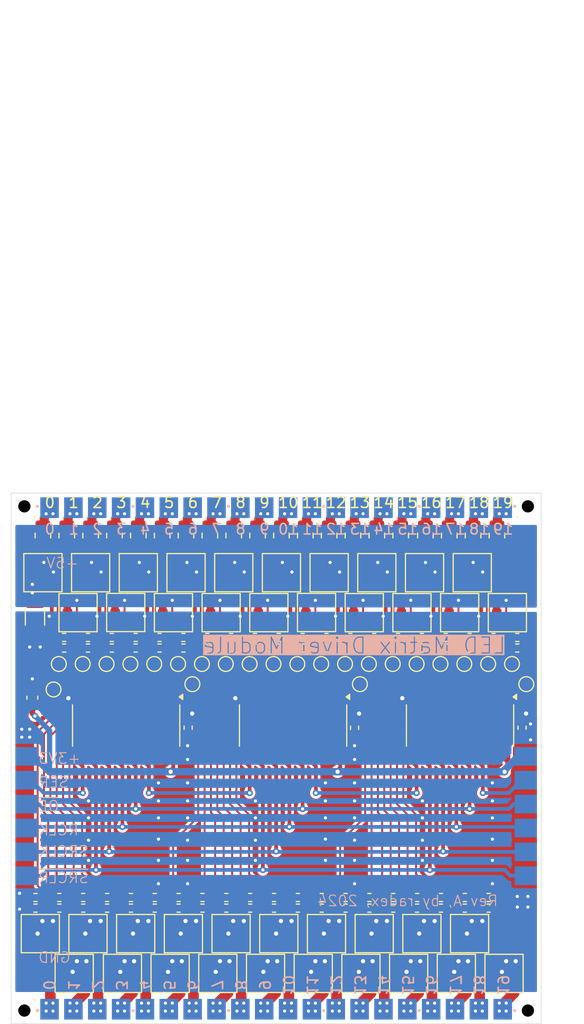
<source format=kicad_pcb>
(kicad_pcb (version 20240108) (generator "pcbnew") (generator_version "8.0")
  (layers (0 "F.Cu" signal) (31 "B.Cu" signal) (34 "B.Paste" user) (35 "F.Paste" user) (36 "B.SilkS" user "B.Silkscreen") (37 "F.SilkS" user "F.Silkscreen") (38 "B.Mask" user) (39 "F.Mask" user) (44 "Edge.Cuts" user))
  (net 0 "")
  (net 1 "GND")
  (net 2 "VCC")
  (net 3 "/ROW_0")
  (net 4 "/COL_MOS_0")
  (net 5 "/COL_MOS_1")
  (net 6 "/COL_MOS_2")
  (net 7 "/COL_MOS_3")
  (net 8 "/COL_MOS_4")
  (net 9 "/COL_MOS_5")
  (net 10 "/COL_MOS_6")
  (net 11 "/COL_MOS_7")
  (net 12 "/COL_MOS_8")
  (net 13 "/COL_MOS_9")
  (net 14 "/COL_MOS_10")
  (net 15 "/COL_MOS_11")
  (net 16 "/COL_MOS_12")
  (net 17 "/COL_MOS_13")
  (net 18 "/COL_MOS_14")
  (net 19 "VLED")
  (net 20 "/COL_MOS_15")
  (net 21 "/COL_MOS_16")
  (net 22 "/COL_MOS_17")
  (net 23 "/COL_MOS_18")
  (net 24 "/COL_MOS_19")
  (net 25 "/ROW_1")
  (net 26 "/ROW_2")
  (net 27 "/ROW_3")
  (net 28 "/P0")
  (net 29 "/ROW_4")
  (net 30 "/ROW_5")
  (net 31 "/ROW_6")
  (net 32 "/ROW_7")
  (net 33 "/ROW_8")
  (net 34 "/ROW_9")
  (net 35 "/ROW_10")
  (net 36 "/ROW_11")
  (net 37 "/ROW_12")
  (net 38 "/ROW_13")
  (net 39 "/ROW_14")
  (net 40 "/ROW_15")
  (net 41 "/ROW_16")
  (net 42 "/ROW_17")
  (net 43 "/ROW_18")
  (net 44 "/ROW_19")
  (net 45 "/~{SRCLR}")
  (net 46 "/~{OE}")
  (net 47 "/P1")
  (net 48 "/P2")
  (net 49 "/P3")
  (net 50 "/P4")
  (net 51 "/P5")
  (net 52 "/P6")
  (net 53 "/P7")
  (net 54 "/P8")
  (net 55 "/P9")
  (net 56 "/P10")
  (net 57 "/P11")
  (net 58 "/P12")
  (net 59 "/P13")
  (net 60 "/P14")
  (net 61 "/P15")
  (net 62 "/P16")
  (net 63 "/P17")
  (net 64 "/P18")
  (net 65 "/P19")
  (net 66 "/SRCLK")
  (net 67 "/RCLK")
  (net 68 "/SER2_3")
  (net 69 "/SER1_2")
  (net 70 "/P22")
  (net 71 "/P21")
  (net 72 "/SER_OUT")
  (net 73 "/P23")
  (net 74 "/P20")
  (net 75 "/SER")
  (net 76 "Net-(Q1-G)")
  (net 77 "Net-(Q2-G)")
  (net 78 "Net-(Q3-G)")
  (net 79 "Net-(Q4-G)")
  (net 80 "Net-(Q5-G)")
  (net 81 "Net-(Q6-G)")
  (net 82 "Net-(Q7-G)")
  (net 83 "Net-(Q8-G)")
  (net 84 "Net-(Q9-G)")
  (net 85 "Net-(Q10-G)")
  (net 86 "Net-(Q11-G)")
  (net 87 "Net-(Q12-G)")
  (net 88 "Net-(Q13-G)")
  (net 89 "Net-(Q14-G)")
  (net 90 "Net-(Q15-G)")
  (net 91 "Net-(Q16-G)")
  (net 92 "Net-(Q17-G)")
  (net 93 "Net-(Q18-G)")
  (net 94 "Net-(Q19-G)")
  (net 95 "Net-(Q20-G)")
  (net 96 "Net-(Q21-G)")
  (net 97 "Net-(Q22-G)")
  (net 98 "Net-(Q23-G)")
  (net 99 "Net-(Q24-G)")
  (net 100 "Net-(Q25-G)")
  (net 101 "Net-(Q26-G)")
  (net 102 "Net-(Q27-G)")
  (net 103 "Net-(Q28-G)")
  (net 104 "Net-(Q29-G)")
  (net 105 "Net-(Q30-G)")
  (net 106 "Net-(Q31-G)")
  (net 107 "Net-(Q32-G)")
  (net 108 "Net-(Q33-G)")
  (net 109 "Net-(Q34-G)")
  (net 110 "Net-(Q35-G)")
  (net 111 "Net-(Q36-G)")
  (net 112 "Net-(Q37-G)")
  (net 113 "Net-(Q38-G)")
  (net 114 "Net-(Q39-G)")
  (net 115 "Net-(Q40-G)")
  (net 116 "/COL_0")
  (net 117 "/COL_4")
  (net 118 "/COL_8")
  (net 119 "/COL_12")
  (net 120 "/COL_16")
  (net 121 "/COL_1")
  (net 122 "/COL_5")
  (net 123 "/COL_9")
  (net 124 "/COL_13")
  (net 125 "/COL_17")
  (net 126 "/COL_2")
  (net 127 "/COL_6")
  (net 128 "/COL_10")
  (net 129 "/COL_14")
  (net 130 "/COL_18")
  (net 131 "/COL_3")
  (net 132 "/COL_7")
  (net 133 "/COL_11")
  (net 134 "/COL_15")
  (net 135 "/COL_19")
  (footprint "TestPoint:TestPoint_Pad_D1.0mm" (layer "F.Cu") (at 151.5 61.1 180)
    (property "Reference" "TP23" (hide yes))
    (property "Value" "TestPoint")
  )
  (footprint "Resistor_SMD:R_0402_1005Metric" (layer "F.Cu") (at 174.05 84.1 180)
    (property "Reference" "R62" (hide yes))
    (property "Value" "10k")
  )
  (footprint "PCM_Package_TO_SOT_SMD_AKL:SOT-23" (layer "F.Cu") (at 157.8125 56.25 180)
    (property "Reference" "Q18" (hide yes))
    (property "Value" "HL2301A" (hide yes))
  )
  (footprint "" (layer "F.Cu") (at 195.75 46.25)
    (property "Reference" "")
    (property "Value" "")
  )
  (footprint "PCM_Package_TO_SOT_SMD_AKL:SOT-23" (layer "F.Cu") (at 176.75 86.5)
    (property "Reference" "Q28" (hide yes))
    (property "Value" "HL2304" (hide yes))
  )
  (footprint "Resistor_SMD:R_0402_1005Metric" (layer "F.Cu") (at 195.2 67.1 90)
    (property "Reference" "C2" (hide yes))
    (property "Value" "100n")
  )
  (footprint "Resistor_SMD:R_0805_2012Metric" (layer "F.Cu") (at 156.75 49 90)
    (property "Reference" "R93" (hide yes))
    (property "Value" "150R")
  )
  (footprint "TestPoint:TestPoint_Pad_D1.0mm" (layer "F.Cu") (at 185.25 61.1 -90)
    (property "Reference" "TP6" (hide yes))
    (property "Value" "TestPoint")
  )
  (footprint "TestPoint:TestPoint_Pad_D1.0mm" (layer "F.Cu") (at 183 61.1 -90)
    (property "Reference" "TP7" (hide yes))
    (property "Value" "TestPoint")
  )
  (footprint "Resistor_SMD:R_0805_2012Metric" (layer "F.Cu") (at 165.75 49 90)
    (property "Reference" "R92" (hide yes))
    (property "Value" "150R")
  )
  (footprint "TestPoint:TestPoint_Pad_D1.0mm" (layer "F.Cu") (at 189.75 61.1 -90)
    (property "Reference" "TP4" (hide yes))
    (property "Value" "TestPoint")
  )
  (footprint "Resistor_SMD:R_0402_1005Metric" (layer "F.Cu") (at 163.25 58.6)
    (property "Reference" "R35" (hide yes))
    (property "Value" "10k")
  )
  (footprint "Resistor_SMD:R_0805_2012Metric" (layer "F.Cu") (at 152.25 49 90)
    (property "Reference" "R103" (hide yes))
    (property "Value" "150R")
  )
  (footprint "Resistor_SMD:R_0402_1005Metric" (layer "F.Cu") (at 192.05 84.1 180)
    (property "Reference" "R7" (hide yes))
    (property "Value" "10k")
  )
  (footprint "Resistor_SMD:R_0402_1005Metric" (layer "F.Cu") (at 181.25 58.6)
    (property "Reference" "R19" (hide yes))
    (property "Value" "10k")
  )
  (footprint "Resistor_SMD:R_0402_1005Metric" (layer "F.Cu") (at 180.8 83.1)
    (property "Reference" "R57" (hide yes))
    (property "Value" "100R")
  )
  (footprint "Resistor_SMD:R_0402_1005Metric" (layer "F.Cu") (at 171.8 83.1)
    (property "Reference" "R59" (hide yes))
    (property "Value" "100R")
  )
  (footprint "Resistor_SMD:R_0402_1005Metric" (layer "F.Cu") (at 163.25 59.6)
    (property "Reference" "R32" (hide yes))
    (property "Value" "100R")
  )
  (footprint "Resistor_SMD:R_0805_2012Metric" (layer "F.Cu") (at 190.579118 49 90)
    (property "Reference" "R94" (hide yes))
    (property "Value" "150R")
  )
  (footprint "Resistor_SMD:R_0805_2012Metric" (layer "F.Cu") (at 161.25 49 90)
    (property "Reference" "R102" (hide yes))
    (property "Value" "150R")
  )
  (footprint "PCM_Package_TO_SOT_SMD_AKL:SOT-23" (layer "F.Cu") (at 190.5 52.5 180)
    (property "Reference" "Q3" (hide yes))
    (property "Value" "HL2301A" (hide yes))
  )
  (footprint "Resistor_SMD:R_0402_1005Metric" (layer "F.Cu") (at 162.8 83.1)
    (property "Reference" "R61" (hide yes))
    (property "Value" "100R")
  )
  (footprint "Resistor_SMD:R_0402_1005Metric" (layer "F.Cu") (at 192.5 59.6 180)
    (property "Reference" "R16" (hide yes))
    (property "Value" "100R")
  )
  (footprint "PCM_Package_TO_SOT_SMD_AKL:SOT-23" (layer "F.Cu") (at 184.5 90.25)
    (property "Reference" "Q25" (hide yes))
    (property "Value" "HL2304" (hide yes))
  )
  (footprint "Capacitor_SMD:C_1206_3216Metric" (layer "F.Cu") (at 149.25 56.725 -90)
    (property "Reference" "C4" (hide yes))
    (property "Value" "22uF")
  )
  (footprint "Resistor_SMD:R_0402_1005Metric" (layer "F.Cu") (at 158.75 58.6)
    (property "Reference" "R39" (hide yes))
    (property "Value" "10k")
  )
  (footprint "PCM_Package_TO_SOT_SMD_AKL:SOT-23" (layer "F.Cu") (at 189.3125 56.2625 180)
    (property "Reference" "Q4" (hide yes))
    (property "Value" "HL2301A" (hide yes))
  )
  (footprint "Package_SO:SO-16_3.9x9.9mm_P1.27mm" (layer "F.Cu") (at 157.85 66.9 -90)
    (property "Reference" "U2" (hide yes))
    (property "Value" "74HC595D,118")
  )
  (footprint "Resistor_SMD:R_0402_1005Metric" (layer "F.Cu") (at 167.3 83.1)
    (property "Reference" "R79" (hide yes))
    (property "Value" "100R")
  )
  (footprint "Resistor_SMD:R_0402_1005Metric" (layer "F.Cu") (at 167.3 84.1)
    (property "Reference" "R68" (hide yes))
    (property "Value" "10k")
  )
  (footprint "Resistor_SMD:R_0402_1005Metric" (layer "F.Cu") (at 167.75 59.6)
    (property "Reference" "R12" (hide yes))
    (property "Value" "100R")
  )
  (footprint "PCM_Package_TO_SOT_SMD_AKL:SOT-23" (layer "F.Cu") (at 150 52.5 180)
    (property "Reference" "Q21" (hide yes))
    (property "Value" "HL2301A" (hide yes))
  )
  (footprint "PCM_Package_TO_SOT_SMD_AKL:SOT-23" (layer "F.Cu") (at 154.5 52.5 180)
    (property "Reference" "Q19" (hide yes))
    (property "Value" "HL2301A" (hide yes))
  )
  (footprint "Resistor_SMD:R_0402_1005Metric" (layer "F.Cu") (at 190.25 58.6)
    (property "Reference" "R11" (hide yes))
    (property "Value" "10k")
  )
  (footprint "TestPoint:TestPoint_Pad_D1.0mm" (layer "F.Cu") (at 179.9 63 -90)
    (property "Reference" "TP9" (hide yes))
    (property "Value" "TestPoint")
  )
  (footprint "Resistor_SMD:R_0402_1005Metric" (layer "F.Cu") (at 169.55 84.1 180)
    (property "Reference" "R66" (hide yes))
    (property "Value" "10k")
  )
  (footprint "Resistor_SMD:R_0805_2012Metric" (layer "F.Cu") (at 168 49 90)
    (property "Reference" "R106" (hide yes))
    (property "Value" "150R")
  )
  (footprint "PCM_Package_TO_SOT_SMD_AKL:SOT-23" (layer "F.Cu") (at 158.75 86.5)
    (property "Reference" "Q36" (hide yes))
    (property "Value" "HL2304" (hide yes))
  )
  (footprint "Resistor_SMD:R_0805_2012Metric" (layer "F.Cu") (at 154.5 49 90)
    (property "Reference" "R98" (hide yes))
    (property "Value" "150R")
  )
  (footprint "TestPoint:TestPoint_Pad_D1.0mm" (layer "F.Cu") (at 165 61.1)
    (property "Reference" "TP16" (hide yes))
    (property "Value" "TestPoint")
  )
  (footprint "Resistor_SMD:R_0402_1005Metric" (layer "F.Cu") (at 187.55 83.1 180)
    (property "Reference" "R65" (hide yes))
    (property "Value" "100R")
  )
  (footprint "TestPoint:TestPoint_Pad_D1.0mm" (layer "F.Cu") (at 187.5 61.1 -90)
    (property "Reference" "TP5" (hide yes))
    (property "Value" "TestPoint")
  )
  (footprint "Resistor_SMD:R_0402_1005Metric" (layer "F.Cu") (at 171.8 84.1)
    (property "Reference" "R64" (hide yes))
    (property "Value" "10k")
  )
  (footprint "" (layer "F.Cu") (at 195.75 93.75 -90)
    (property "Reference" "")
    (property "Value" "")
  )
  (footprint "Resistor_SMD:R_0402_1005Metric" (layer "F.Cu") (at 176.75 59.6)
    (property "Reference" "R10" (hide yes))
    (property "Value" "100R")
  )
  (footprint "Resistor_SMD:R_0402_1005Metric" (layer "F.Cu") (at 162.8 84.1)
    (property "Reference" "R72" (hide yes))
    (property "Value" "10k")
  )
  (footprint "Package_SO:SO-16_3.9x9.9mm_P1.27mm" (layer "F.Cu") (at 189.35 66.9 -90)
    (property "Reference" "U7" (hide yes))
    (property "Value" "74HC595D,118")
  )
  (footprint "Capacitor_SMD:C_0603_1608Metric" (layer "F.Cu") (at 149 64.275 90)
    (property "Reference" "C6" (hide yes))
    (property "Value" "10u")
  )
  (footprint "Resistor_SMD:R_0402_1005Metric" (layer "F.Cu") (at 154.25 59.6)
    (property "Reference" "R34" (hide yes))
    (property "Value" "100R")
  )
  (footprint "Resistor_SMD:R_0402_1005Metric" (layer "F.Cu") (at 192.5 58.6 180)
    (property "Reference" "R9" (hide yes))
    (property "Value" "10k")
  )
  (footprint "PCM_Package_TO_SOT_SMD_AKL:SOT-23" (layer "F.Cu") (at 193.8125 56.2625 180)
    (property "Reference" "Q2" (hide yes))
    (property "Value" "HL2301A" (hide yes))
  )
  (footprint "TestPoint:TestPoint_Pad_D1.0mm" (layer "F.Cu") (at 176.25 61.1 -90)
    (property "Reference" "TP11" (hide yes))
    (property "Value" "TestPoint")
  )
  (footprint "Resistor_SMD:R_0402_1005Metric" (layer "F.Cu") (at 163.7 67.1 90)
    (property "Reference" "C7" (hide yes))
    (property "Value" "100n")
  )
  (footprint "PCM_Package_TO_SOT_SMD_AKL:SOT-23" (layer "F.Cu") (at 185.75 86.5)
    (property "Reference" "Q24" (hide yes))
    (property "Value" "HL2304" (hide yes))
  )
  (footprint "Resistor_SMD:R_0402_1005Metric" (layer "F.Cu") (at 174.05 83.1 180)
    (property "Reference" "R49" (hide yes))
    (property "Value" "100R")
  )
  (footprint "PCM_Package_TO_SOT_SMD_AKL:SOT-23" (layer "F.Cu") (at 175.8125 56.25 180)
    (property "Reference" "Q10" (hide yes))
    (property "Value" "HL2301A" (hide yes))
  )
  (footprint "PCM_Package_TO_SOT_SMD_AKL:SOT-23" (layer "F.Cu") (at 162 90.25)
    (property "Reference" "Q35" (hide yes))
    (property "Value" "HL2304" (hide yes))
  )
  (footprint "Resistor_SMD:R_0402_1005Metric" (layer "F.Cu") (at 156.5 58.6 180)
    (property "Reference" "R41" (hide yes))
    (property "Value" "10k")
  )
  (footprint "Resistor_SMD:R_0402_1005Metric" (layer "F.Cu") (at 174.5 58.6 180)
    (property "Reference" "R25" (hide yes))
    (property "Value" "10k")
  )
  (footprint "Resistor_SMD:R_0402_1005Metric" (layer "F.Cu") (at 158.3 83.1)
    (property "Reference" "R81" (hide yes))
    (property "Value" "100R")
  )
  (footprint "TestPoint:TestPoint_Pad_D1.0mm" (layer "F.Cu") (at 178.5 61.1 -90)
    (property "Reference" "TP10" (hide yes))
    (property "Value" "TestPoint")
  )
  (footprint "Resistor_SMD:R_0402_1005Metric" (layer "F.Cu") (at 152 58.6 180)
    (property "Reference" "R45" (hide yes))
    (property "Value" "10k")
  )
  (footprint "Resistor_SMD:R_0402_1005Metric" (layer "F.Cu") (at 160.55 83.1 180)
    (property "Reference" "R71" (hide yes))
    (property "Value" "100R")
  )
  (footprint "Resistor_SMD:R_0402_1005Metric" (layer "F.Cu") (at 194.75 59.6)
    (property "Reference" "R3" (hide yes))
    (property "Value" "100R")
  )
  (footprint "Resistor_SMD:R_0402_1005Metric" (layer "F.Cu") (at 176.3 83.1)
    (property "Reference" "R77" (hide yes))
    (property "Value" "100R")
  )
  (footprint "PCM_Package_TO_SOT_SMD_AKL:SOT-23" (layer "F.Cu") (at 172.5 52.5 180)
    (property "Reference" "Q11" (hide yes))
    (property "Value" "HL2301A" (hide yes))
  )
  (footprint "TestPoint:TestPoint_Pad_D1.0mm" (layer "F.Cu") (at 151 63.5 180)
    (property "Reference" "TP24" (hide yes))
    (property "Value" "TestPoint")
  )
  (footprint "Resistor_SMD:R_0402_1005Metric" (layer "F.Cu") (at 170 58.6 180)
    (property "Reference" "R29" (hide yes))
    (property "Value" "10k")
  )
  (footprint "PCM_Package_TO_SOT_SMD_AKL:SOT-23" (layer "F.Cu") (at 168 52.5 180)
    (property "Reference" "Q13" (hide yes))
    (property "Value" "HL2301A" (hide yes))
  )
  (footprint "TestPoint:TestPoint_Pad_D1.0mm" (layer "F.Cu") (at 180.75 61.1 -90)
    (property "Reference" "TP8" (hide yes))
    (property "Value" "TestPoint")
  )
  (footprint "Resistor_SMD:R_0402_1005Metric" (layer "F.Cu") (at 165.5 58.6 180)
    (property "Reference" "R33" (hide yes))
    (property "Value" "10k")
  )
  (footprint "Resistor_SMD:R_0402_1005Metric" (layer "F.Cu") (at 156.5 59.6 180)
    (property "Reference" "R24" (hide yes))
    (property "Value" "100R")
  )
  (footprint "Resistor_SMD:R_0402_1005Metric" (layer "F.Cu") (at 181.25 59.6)
    (property "Reference" "R28" (hide yes))
    (property "Value" "100R")
  )
  (footprint "PCM_Package_TO_SOT_SMD_AKL:SOT-23" (layer "F.Cu") (at 177 52.5 180)
    (property "Reference" "Q9" (hide yes))
    (property "Value" "HL2301A" (hide yes))
  )
  (footprint "TestPoint:TestPoint_Pad_D1.0mm" (layer "F.Cu") (at 160.5 61.1 -90)
    (property "Reference" "TP19" (hide yes))
    (property "Value" "TestPoint")
  )
  (footprint "Resistor_SMD:R_0402_1005Metric" (layer "F.Cu") (at 179.4 67.11 90)
    (property "Reference" "C1" (hide yes))
    (property "Value" "100n")
  )
  (footprint "PCM_Package_TO_SOT_SMD_AKL:SOT-23" (layer "F.Cu") (at 175.5 90.25)
    (property "Reference" "Q29" (hide yes))
    (property "Value" "HL2304" (hide yes))
  )
  (footprint "Resistor_SMD:R_0805_2012Metric" (layer "F.Cu") (at 150 49 90)
    (property "Reference" "R108" (hide yes))
    (property "Value" "150R")
  )
  (footprint "Resistor_SMD:R_0402_1005Metric" (layer "F.Cu") (at 158.75 59.6)
    (property "Reference" "R14" (hide yes))
    (property "Value" "100R")
  )
  (footprint "Resistor_SMD:R_0402_1005Metric" (layer "F.Cu") (at 180.8 84.1)
    (property "Reference" "R56" (hide yes))
    (property "Value" "10k")
  )
  (footprint "Resistor_SMD:R_0402_1005Metric" (layer "F.Cu") (at 165.05 84.1 180)
    (property "Reference" "R70" (hide yes))
    (property "Value" "10k")
  )
  (footprint "TestPoint:TestPoint_Pad_D1.0mm" (layer "F.Cu") (at 192 61.1 -90)
    (property "Reference" "TP3" (hide yes))
    (property "Value" "TestPoint")
  )
  (footprint "Resistor_SMD:R_0402_1005Metric" (layer "F.Cu") (at 170 59.6 180)
    (property "Reference" "R40" (hide yes))
    (property "Value" "100R")
  )
  (footprint "Resistor_SMD:R_0805_2012Metric" (layer "F.Cu") (at 186.079118 49 90)
    (property "Reference" "R104" (hide yes))
    (property "Value" "150R")
  )
  (footprint "TestPoint:TestPoint_Pad_D1.0mm" (layer "F.Cu") (at 174 61.1 -90)
    (property "Reference" "TP12" (hide yes))
    (property "Value" "TestPoint")
  )
  (footprint "Resistor_SMD:R_0805_2012Metric" (layer "F.Cu") (at 163.5 49 90)
    (property "Reference" "R97" (hide yes))
    (property "Value" "150R")
  )
  (footprint "Resistor_SMD:R_0805_2012Metric" (layer "F.Cu") (at 188.329118 49 90)
    (property "Reference" "R99" (hide yes))
    (property "Value" "150R")
  )
  (footprint "Resistor_SMD:R_0805_2012Metric" (layer "F.Cu") (at 172.5 49 90)
    (property "Reference" "R96" (hide yes))
    (property "Value" "150R")
  )
  (footprint "Resistor_SMD:R_0402_1005Metric" (layer "F.Cu") (at 183.05 83.1 180)
    (property "Reference" "R47" (hide yes))
    (property "Value" "100R")
  )
  (footprint "Resistor_SMD:R_0402_1005Metric" (layer "F.Cu") (at 179 59.6 180)
    (property "Reference" "R38" (hide yes))
    (property "Value" "100R")
  )
  (footprint "TestPoint:TestPoint_Pad_D1.0mm" (layer "F.Cu") (at 162.75 61.1 -90)
    (property "Reference" "TP18" (hide yes))
    (property "Value" "TestPoint")
  )
  (footprint "TestPoint:TestPoint_Pad_D1.0mm" (layer "F.Cu") (at 195.6 63 -90)
    (property "Reference" "TP1" (hide yes))
    (property "Value" "TestPoint")
  )
  (footprint "Resistor_SMD:R_0805_2012Metric" (layer "F.Cu") (at 174.75 49 90)
    (property "Reference" "R91" (hide yes))
    (property "Value" "150R")
  )
  (footprint "Resistor_SMD:R_0402_1005Metric" (layer "F.Cu") (at 189.8 84.1)
    (property "Reference" "R48" (hide yes))
    (property "Value" "10k")
  )
  (footprint "Resistor_SMD:R_0402_1005Metric" (layer "F.Cu") (at 156.05 84.1 180)
    (property "Reference" "R78" (hide yes))
    (property "Value" "10k")
  )
  (footprint "PCM_Package_TO_SOT_SMD_AKL:SOT-23" (layer "F.Cu") (at 184.8125 56.2625 180)
    (property "Reference" "Q6" (hide yes))
    (property "Value" "HL2301A" (hide yes))
  )
  (footprint "PCM_Package_TO_SOT_SMD_AKL:SOT-23" (layer "F.Cu") (at 149.75 86.5)
    (property "Reference" "Q40" (hide yes))
    (property "Value" "HL2304" (hide yes))
  )
  (footprint "Resistor_SMD:R_0402_1005Metric" (layer "F.Cu") (at 165.5 59.6 180)
    (property "Reference" "R22" (hide yes))
    (property "Value" "100R")
  )
  (footprint "PCM_Package_TO_SOT_SMD_AKL:SOT-23" (layer "F.Cu") (at 163.5 52.5 180)
    (property "Reference" "Q15" (hide yes))
    (property "Value" "HL2301A" (hide yes))
  )
  (footprint "Resistor_SMD:R_0402_1005Metric" (layer "F.Cu") (at 194.75 58.6)
    (property "Reference" "R4" (hide yes))
    (property "Value" "10k")
  )
  (footprint "Resistor_SMD:R_0402_1005Metric" (layer "F.Cu") (at 174.5 59.6 180)
    (property "Reference" "R20" (hide yes))
    (property "Value" "100R")
  )
  (footprint "PCM_Package_TO_SOT_SMD_AKL:SOT-23" (layer "F.Cu") (at 163.25 86.5)
    (property "Reference" "Q34" (hide yes))
    (property "Value" "HL2304" (hide yes))
  )
  (footprint "Resistor_SMD:R_0402_1005Metric" (layer "F.Cu") (at 185.3 84.1)
    (property "Reference" "R52" (hide yes))
    (property "Value" "10k")
  )
  (footprint "Resistor_SMD:R_0402_1005Metric" (layer "F.Cu") (at 188 59.6 180)
    (property "Reference" "R36" (hide yes))
    (property "Value" "100R")
  )
  (footprint "" (layer "F.Cu") (at 148.25 46.25 90)
    (property "Reference" "")
    (property "Value" "")
  )
  (footprint "Package_SO:SO-16_3.9x9.9mm_P1.27mm" (layer "F.Cu") (at 173.6 66.9 -90)
    (property "Reference" "U1" (hide yes))
    (property "Value" "74HC595D,118")
  )
  (footprint "PCM_Package_TO_SOT_SMD_AKL:SOT-23" (layer "F.Cu") (at 181.5 52.5 180)
    (property "Reference" "Q7" (hide yes))
    (property "Value" "HL2301A" (hide yes))
  )
  (footprint "Resistor_SMD:R_0402_1005Metric" (layer "F.Cu") (at 172.25 58.6)
    (property "Reference" "R27" (hide yes))
    (property "Value" "10k")
  )
  (footprint "Resistor_SMD:R_0402_1005Metric" (layer "F.Cu") (at 161 58.6 180)
    (property "Reference" "R37" (hide yes))
    (property "Value" "10k")
  )
  (footprint "PCM_Package_TO_SOT_SMD_AKL:SOT-23" (layer "F.Cu") (at 154.25 86.5)
    (property "Reference" "Q38" (hide yes))
    (property "Value" "HL2304" (hide yes))
  )
  (footprint "Resistor_SMD:R_0402_1005Metric" (layer "F.Cu") (at 183.05 84.1 180)
    (property "Reference" "R54" (hide yes))
    (property "Value" "10k")
  )
  (footprint "Resistor_SMD:R_0402_1005Metric" (layer "F.Cu") (at 188 58.6 180)
    (property "Reference" "R13" (hide yes))
    (property "Value" "10k")
  )
  (footprint "TestPoint:TestPoint_Pad_D1.0mm" (layer "F.Cu") (at 153.75 61.1 180)
    (property "Reference" "TP22" (hide yes))
    (property "Value" "TestPoint")
  )
  (footprint "TestPoint:TestPoint_Pad_D1.0mm" (layer "F.Cu") (at 171.75 61.1 -90)
    (property "Reference" "TP13" (hide yes))
    (property "Value" "TestPoint")
  )
  (footprint "Resistor_SMD:R_0402_1005Metric" (layer "F.Cu") (at 192.05 83.1)
    (property "Reference" "R46" (hide yes))
    (property "Value" "100R")
  )
  (footprint "Resistor_SMD:R_0402_1005Metric" (layer "F.Cu") (at 149.3 84.1)
    (property "Reference" "R84" (hide yes))
    (property "Value" "10k")
  )
  (footprint "PCM_Package_TO_SOT_SMD_AKL:SOT-23" (layer "F.Cu") (at 180 90.25)
    (property "Reference" "Q27" (hide yes))
    (property "Value" "HL2304" (hide yes))
  )
  (footprint "PCM_Package_TO_SOT_SMD_AKL:SOT-23" (layer "F.Cu") (at 162.3125 56.2625 180)
    (property "Reference" "Q16" (hide yes))
    (property "Value" "HL2301A" (hide yes))
  )
  (footprint "Resistor_SMD:R_0402_1005Metric" (layer "F.Cu") (at 152 59.6 180)
    (property "Reference" "R44" (hide yes))
    (property "Value" "100R")
  )
  (footprint "PCM_Package_TO_SOT_SMD_AKL:SOT-23" (layer "F.Cu") (at 172.25 86.5)
    (property "Reference" "Q30" (hide yes))
    (property "Value" "HL2304" (hide yes))
  )
  (footprint "PCM_Package_TO_SOT_SMD_AKL:SOT-23" (layer "F.Cu") (at 180.3125 56.2625 180)
    (property "Reference" "Q8" (hide yes))
    (property "Value" "HL2301A" (hide yes))
  )
  (footprint "PCM_Package_TO_SOT_SMD_AKL:SOT-23" (layer "F.Cu") (at 190.25 86.5)
    (property "Reference" "Q22" (hide yes))
    (property "Value" "HL2304" (hide yes))
  )
  (footprint "PCM_Package_TO_SOT_SMD_AKL:SOT-23" (layer "F.Cu") (at 189 90.25)
    (property "Reference" "Q23" (hide yes))
    (property "Value" "HL2304" (hide yes))
  )
  (footprint "PCM_Package_TO_SOT_SMD_AKL:SOT-23" (layer "F.Cu") (at 167.75 86.5)
    (property "Reference" "Q32" (hide yes))
    (property "Value" "HL2304" (hide yes))
  )
  (footprint "Resistor_SMD:R_0402_1005Metric" (layer "F.Cu") (at 165.05 83.1 180)
    (property "Reference" "R51" (hide yes))
    (property "Value" "100R")
  )
  (footprint "Resistor_SMD:R_0805_2012Metric" (layer "F.Cu") (at 159 49 90)
    (property "Reference" "R107" (hide yes))
    (property "Value" "150R")
  )
  (footprint "Resistor_SMD:R_0402_1005Metric" (layer "F.Cu") (at 172.25 59.6)
    (property "Reference" "R30" (hide yes))
    (property "Value" "100R")
  )
  (footprint "TestPoint:TestPoint_Pad_D1.0mm" (layer "F.Cu") (at 169.5 61.1 -90)
    (property "Reference" "TP14" (hide yes))
    (property "Value" "TestPoint")
  )
  (footprint "Resistor_SMD:R_0805_2012Metric" (layer "F.Cu") (at 177 49 90)
    (property "Reference" "R105" (hide yes))
    (property "Value" "150R")
  )
  (footprint "Resistor_SMD:R_0402_1005Metric" (layer "F.Cu") (at 160.55 84.1 180)
    (property "Reference" "R74" (hide yes))
    (property "Value" "10k")
  )
  (footprint "Resistor_SMD:R_0402_1005Metric" (layer "F.Cu") (at 183.5 58.6 180)
    (property "Reference" "R17" (hide yes))
    (property "Value" "10k")
  )
  (footprint "Resistor_SMD:R_0402_1005Metric" (layer "F.Cu") (at 156.05 83.1 180)
    (property "Reference" "R53" (hide yes))
    (property "Value" "100R")
  )
  (footprint "Resistor_SMD:R_0402_1005Metric" (layer "F.Cu") (at 176.3 84.1)
    (property "Reference" "R60" (hide yes))
    (property "Value" "10k")
  )
  (footprint "Resistor_SMD:R_0402_1005Metric" (layer "F.Cu") (at 179 58.6 180)
    (property "Reference" "R21" (hide yes))
    (property "Value" "10k")
  )
  (footprint "PCM_Package_TO_SOT_SMD_AKL:SOT-23" (layer "F.Cu") (at 181.25 86.5)
    (property "Reference" "Q26" (hide yes))
    (property "Value" "HL2304" (hide yes))
  )
  (footprint "Resistor_SMD:R_0805_2012Metric" (layer "F.Cu") (at 181.5 49 90)
    (property "Reference" "R95" (hide yes))
    (property "Value" "150R")
  )
  (footprint "Resistor_SMD:R_0402_1005Metric" (layer "F.Cu") (at 158.3 84.1)
    (property "Reference" "R76" (hide yes))
    (property "Value" "10k")
  )
  (footprint "" (layer "F.Cu") (at 148.25 93.75 180)
    (property "Reference" "")
    (property "Value" "")
  )
  (footprint "Resistor_SMD:R_0402_1005Metric" (layer "F.Cu") (at 167.75 58.6)
    (property "Reference" "R31" (hide yes))
    (property "Value" "10k")
  )
  (footprint "Resistor_SMD:R_0402_1005Metric" (layer "F.Cu") (at 178.55 83.1 180)
    (property "Reference" "R67" (hide yes))
    (property "Value" "100R")
  )
  (footprint "PCM_Package_TO_SOT_SMD_AKL:SOT-23" (layer "F.Cu") (at 186 52.5 180)
    (property "Reference" "Q5" (hide yes))
    (property "Value" "HL2301A" (hide yes))
  )
  (footprint "PCM_Package_TO_SOT_SMD_AKL:SOT-23" (layer "F.Cu") (at 166.5 90.25)
    (property "Reference" "Q33" (hide yes))
    (property "Value" "HL2304" (hide yes))
  )
  (footprint "Resistor_SMD:R_0402_1005Metric" (layer "F.Cu") (at 190.25 59.6)
    (property "Reference" "R26" (hide yes))
    (property "Value" "100R")
  )
  (footprint "TestPoint:TestPoint_Pad_D1.0mm" (layer "F.Cu") (at 158.25 61.1 -90)
    (property "Reference" "TP20" (hide yes))
    (property "Value" "TestPoint")
  )
  (footprint "PCM_Package_TO_SOT_SMD_AKL:SOT-23" (layer "F.Cu") (at 166.8125 56.2625 180)
    (property "Reference" "Q14" (hide yes))
    (property "Value" "HL2301A" (hide yes))
  )
  (footprint "PCM_Package_TO_SOT_SMD_AKL:SOT-23" (layer "F.Cu") (at 171 90.25)
    (property "Reference" "Q31" (hide yes))
    (property "Value" "HL2304" (hide yes))
  )
  (footprint "TestPoint:TestPoint_Pad_D1.0mm" (layer "F.Cu") (at 167.25 61.1)
    (property "Reference" "TP15" (hide yes))
    (property "Value" "TestPoint")
  )
  (footprint "Resistor_SMD:R_0402_1005Metric" (layer "F.Cu") (at 153.8 84.1)
    (property "Reference" "R80" (hide yes))
    (property "Value" "10k")
  )
  (footprint "PCM_Package_TO_SOT_SMD_AKL:SOT-23" (layer "F.Cu") (at 157.5 90.25)
    (property "Reference" "Q37" (hide yes))
    (property "Value" "HL2304" (hide yes))
  )
  (footprint "Resistor_SMD:R_0805_2012Metric" (layer "F.Cu") (at 170.25 49 90)
    (property "Reference" "R101" (hide yes))
    (property "Value" "150R")
  )
  (footprint "Resistor_SMD:R_0402_1005Metric" (layer "F.Cu") (at 187.55 84.1 180)
    (property "Reference" "R50" (hide yes))
    (property "Value" "10k")
  )
  (footprint "PCM_Package_TO_SOT_SMD_AKL:SOT-23" (layer "F.Cu") (at 159 52.5 180)
    (property "Reference" "Q17" (hide yes))
    (property "Value" "HL2301A" (hide yes))
  )
  (footprint "Resistor_SMD:R_0805_2012Metric" (layer "F.Cu") (at 183.75 49 90)
    (property "Reference" "R90" (hide yes))
    (property "Value" "150R")
  )
  (footprint "Resistor_SMD:R_0805_2012Metric" (layer "F.Cu") (at 192.829118 49 90)
    (property "Reference" "R89" (hide yes))
    (property "Value" "150R")
  )
  (footprint "Resistor_SMD:R_0402_1005Metric" (layer "F.Cu") (at 161 59.6 180)
    (property "Reference" "R42" (hide yes))
    (property "Value" "100R")
  )
  (footprint "TestPoint:TestPoint_Pad_D1.0mm" (layer "F.Cu") (at 156 61.1 180)
    (property "Reference" "TP21" (hide yes))
    (property "Value" "TestPoint")
  )
  (footprint "TestPoint:TestPoint_Pad_D1.0mm" (layer "F.Cu") (at 194.25 61.1 -90)
    (property "Reference" "TP2" (hide yes))
    (property "Value" "TestPoint")
  )
  (footprint "Resistor_SMD:R_0402_1005Metric" (layer "F.Cu") (at 149.3 83.1)
    (property "Reference" "R83" (hide yes))
    (property "Value" "100R")
  )
  (footprint "Resistor_SMD:R_0402_1005Metric" (layer "F.Cu") (at 151.55 83.1 180)
    (property "Reference" "R73" (hide yes))
    (property "Value" "100R")
  )
  (footprint "Resistor_SMD:R_0402_1005Metric" (layer "F.Cu") (at 183.5 59.6 180)
    (property "Reference" "R18" (hide yes))
    (property "Value" "100R")
  )
  (footprint "Resistor_SMD:R_0402_1005Metric" (layer "F.Cu") (at 189.8 83.1)
    (property "Reference" "R55" (hide yes))
    (property "Value" "100R")
  )
  (footprint "PCM_Package_TO_SOT_SMD_AKL:SOT-23" (layer "F.Cu") (at 171.3125 56.2625 180)
    (property "Reference" "Q12" (hide yes))
    (property "Value" "HL2301A" (hide yes))
  )
  (footprint "Resistor_SMD:R_0402_1005Metric" (layer "F.Cu") (at 151.55 84.1 180)
    (property "Reference" "R82" (hide yes))
    (property "Value" "10k")
  )
  (footprint "Resistor_SMD:R_0402_1005Metric" (layer "F.Cu") (at 178.55 84.1 180)
    (property "Reference" "R58" (hide yes))
    (property "Value" "10k")
  )
  (footprint "PCM_Package_TO_SOT_SMD_AKL:SOT-23" (layer "F.Cu") (at 193.5 90.25)
    (property "Reference" "Q1" (hide yes))
    (property "Value" "HL2304" (hide yes))
  )
  (footprint "Resistor_SMD:R_0402_1005Metric" (layer "F.Cu") (at 176.75 58.6)
    (property "Reference" "R23" (hide yes))
    (property "Value" "10k")
  )
  (footprint "Resistor_SMD:R_0402_1005Metric" (layer "F.Cu") (at 169.55 83.1 180)
    (property "Reference" "R69" (hide yes))
    (property "Value" "100R")
  )
  (footprint "PCM_Package_TO_SOT_SMD_AKL:SOT-23" (layer "F.Cu") (at 152.95 90.25)
    (property "Reference" "Q39" (hide yes))
    (property "Value" "HL2304" (hide yes))
  )
  (footprint "Resistor_SMD:R_0402_1005Metric" (layer "F.Cu") (at 153.8 83.1)
    (property "Reference" "R63" (hide yes))
    (property "Value" "100R")
  )
  (footprint "Resistor_SMD:R_0805_2012Metric" (layer "F.Cu") (at 179.25 49 90)
    (property "Reference" "R100" (hide yes))
    (property "Value" "150R")
  )
  (footprint "Resistor_SMD:R_0402_1005Metric" (layer "F.Cu") (at 185.3 83.1)
    (property "Reference" "R75" (hide yes))
    (property "Value" "100R")
  )
  (footprint "TestPoint:TestPoint_Pad_D1.0mm" (layer "F.Cu") (at 164.1 63 -90)
    (property "Reference" "TP17" (hide yes))
    (property "Value" "TestPoint")
  )
  (footprint "Resistor_SMD:R_0402_1005Metric" (layer "F.Cu") (at 154.25 58.6)
    (property "Reference" "R43" (hide yes))
    (property "Value" "10k")
  )
  (footprint "Resistor_SMD:R_0402_1005Metric" (layer "F.Cu") (at 185.75 58.6)
    (property "Reference" "R15" (hide yes))
    (property "Value" "10k")
  )
  (footprint "Resistor_SMD:R_0402_1005Metric" (layer "F.Cu") (at 185.75 59.6)
    (property "Reference" "R8" (hide yes))
    (property "Value" "100R")
  )
  (footprint "PCM_Package_TO_SOT_SMD_AKL:SOT-23" (layer "F.Cu") (at 153.3125 56.2625 180)
    (property "Reference" "Q20" (hide yes))
    (property "Value" "HL2301A" (hide yes))
  )
  (gr_rect (start 177 46.65) (end 178.25 47.25) (stroke (width 0.2)) (fill solid) (layer "F.Cu") (net 132))
  (gr_rect (start 165.75 92.75) (end 167 94.35) (stroke (width 0.2)) (fill solid) (layer "F.Cu") (net 37))
  (gr_rect (start 168 92.75) (end 169.25 94.35) (stroke (width 0.2)) (fill solid) (layer "F.Cu") (net 36))
  (gr_poly (pts (xy 159.2 92.5) (xy 159.2 92.75) (xy 159.05 92.75) (xy 159 92.8) (xy 159 93.35) (xy 160.25 93.35) (xy 160.25 93.05) (xy 160.2 92.75) (xy 160.2 92.5)) (fill solid) (layer "F.Cu") (net 40))
  (gr_rect (start 178.95 47.325) (end 179.8 48.275) (fill solid) (layer "F.Cu") (net 127))
  (gr_rect (start 159 92.75) (end 160.25 94.35) (stroke (width 0.2)) (fill solid) (layer "F.Cu") (net 40))
  (gr_rect (start 158.7 47.3) (end 159.55 48.15) (fill solid) (layer "F.Cu") (net 134))
  (gr_rect (start 167.7 47.3) (end 168.55 48.15) (fill solid) (layer "F.Cu") (net 133))
  (gr_rect (start 170.25 92.75) (end 171.5 94.35) (stroke (width 0.2)) (fill solid) (layer "F.Cu") (net 35))
  (gr_rect (start 161.25 46.65) (end 162.5 47.25) (stroke (width 0.2)) (fill solid) (layer "F.Cu") (net 129))
  (gr_rect (start 150 92.75) (end 151.25 94.35) (stroke (width 0.2)) (fill solid) (layer "F.Cu") (net 44))
  (gr_rect (start 172.2 47.3) (end 173.05 48.15) (fill solid) (layer "F.Cu") (net 123))
  (gr_poly (pts (xy 153 92.5) (xy 152.75 92.75) (xy 152.3 92.75) (xy 152.25 92.8) (xy 152.25 93.35) (xy 153.5 93.35) (xy 153.5 93.25) (xy 154 92.75) (xy 154 92.5)) (fill solid) (layer "F.Cu") (net 43))
  (gr_poly (pts (xy 172.95 47.5) (xy 173.2 47.25) (xy 173.7 47.25) (xy 173.75 47.2) (xy 173.75 46.65) (xy 172.5 46.65) (xy 172.5 46.95) (xy 172.2 47.25) (xy 172.2 47.5)) (fill solid) (layer "F.Cu") (net 123))
  (gr_rect (start 165.45 47.325) (end 166.3 48.275) (fill solid) (layer "F.Cu") (net 119))
  (gr_rect (start 172.5 92.75) (end 173.75 94.35) (stroke (width 0.2)) (fill solid) (layer "F.Cu") (net 34))
  (gr_poly (pts (xy 177.2 92.5) (xy 177.2 92.75) (xy 177.05 92.75) (xy 177 92.8) (xy 177 93.35) (xy 178.25 93.35) (xy 178.25 93.05) (xy 178.2 92.75) (xy 178.2 92.5)) (fill solid) (layer "F.Cu") (net 32))
  (gr_poly (pts (xy 177.45 47.5) (xy 177.7 47.25) (xy 178.2 47.25) (xy 178.25 47.2) (xy 178.25 46.65) (xy 177 46.65) (xy 177 46.95) (xy 176.7 47.25) (xy 176.7 47.5)) (fill solid) (layer "F.Cu") (net 132))
  (gr_poly (pts (xy 157.5 92.5) (xy 157.25 92.75) (xy 156.8 92.75) (xy 156.75 92.8) (xy 156.75 93.35) (xy 158 93.35) (xy 158 93.25) (xy 158.5 92.75) (xy 158.5 92.5)) (fill solid) (layer "F.Cu") (net 41))
  (gr_poly (pts (xy 163.7 92.5) (xy 163.7 92.75) (xy 163.55 92.75) (xy 163.5 92.8) (xy 163.5 93.35) (xy 164.75 93.35) (xy 164.75 93.05) (xy 164.7 92.75) (xy 164.7 92.5)) (fill solid) (layer "F.Cu") (net 38))
  (gr_rect (start 179.25 92.75) (end 180.5 94.35) (stroke (width 0.2)) (fill solid) (layer "F.Cu") (net 31))
  (gr_rect (start 168 46.65) (end 169.25 47.25) (stroke (width 0.2)) (fill solid) (layer "F.Cu") (net 133))
  (gr_rect (start 160.95 47.325) (end 161.8 48.275) (fill solid) (layer "F.Cu") (net 129))
  (gr_poly (pts (xy 150.2 92.5) (xy 150.2 92.75) (xy 150.05 92.75) (xy 150 92.8) (xy 150 93.35) (xy 151.25 93.35) (xy 151.25 93.05) (xy 151.2 92.75) (xy 151.2 92.5)) (fill solid) (layer "F.Cu") (net 44))
  (gr_poly (pts (xy 150.45 47.5) (xy 150.7 47.25) (xy 151.2 47.25) (xy 151.25 47.2) (xy 151.25 46.65) (xy 150 46.65) (xy 150 46.95) (xy 149.7 47.25) (xy 149.7 47.5)) (fill solid) (layer "F.Cu") (net 135))
  (gr_poly (pts (xy 159.45 47.5) (xy 159.7 47.25) (xy 160.2 47.25) (xy 160.25 47.2) (xy 160.25 46.65) (xy 159 46.65) (xy 159 46.95) (xy 158.7 47.25) (xy 158.7 47.5)) (fill solid) (layer "F.Cu") (net 134))
  (gr_rect (start 154.5 92.75) (end 155.75 94.35) (stroke (width 0.2)) (fill solid) (layer "F.Cu") (net 42))
  (gr_rect (start 183.45 47.325) (end 184.3 48.275) (fill solid) (layer "F.Cu") (net 117))
  (gr_rect (start 186 46.65) (end 187.25 47.25) (stroke (width 0.2)) (fill solid) (layer "F.Cu") (net 131))
  (gr_rect (start 186 92.75) (end 187.25 94.35) (stroke (width 0.2)) (fill solid) (layer "F.Cu") (net 27))
  (gr_rect (start 159 46.65) (end 160.25 47.25) (stroke (width 0.2)) (fill solid) (layer "F.Cu") (net 134))
  (gr_poly (pts (xy 184.5 92.5) (xy 184.25 92.75) (xy 183.8 92.75) (xy 183.75 92.8) (xy 183.75 93.35) (xy 185 93.35) (xy 185 93.25) (xy 185.5 92.75) (xy 185.5 92.5)) (fill solid) (layer "F.Cu") (net 29))
  (gr_rect (start 150 46.65) (end 151.25 47.25) (stroke (width 0.2)) (fill solid) (layer "F.Cu") (net 135))
  (gr_rect (start 165.75 46.65) (end 167 47.25) (stroke (width 0.2)) (fill solid) (layer "F.Cu") (net 119))
  (gr_rect (start 190.5 46.65) (end 191.75 47.25) (stroke (width 0.2)) (fill solid) (layer "F.Cu") (net 121))
  (gr_rect (start 169.95 47.325) (end 170.8 48.275) (fill solid) (layer "F.Cu") (net 128))
  (gr_poly (pts (xy 181.95 47.5) (xy 182.2 47.25) (xy 182.7 47.25) (xy 182.75 47.2) (xy 182.75 46.65) (xy 181.5 46.65) (xy 181.5 46.95) (xy 181.2 47.25) (xy 181.2 47.5)) (fill solid) (layer "F.Cu") (net 122))
  (gr_rect (start 188.25 46.65) (end 189.5 47.25) (stroke (width 0.2)) (fill solid) (layer "F.Cu") (net 126))
  (gr_rect (start 181.5 92.75) (end 182.75 94.35) (stroke (width 0.2)) (fill solid) (layer "F.Cu") (net 30))
  (gr_poly (pts (xy 168.45 47.5) (xy 168.7 47.25) (xy 169.2 47.25) (xy 169.25 47.2) (xy 169.25 46.65) (xy 168 46.65) (xy 168 46.95) (xy 167.7 47.25) (xy 167.7 47.5)) (fill solid) (layer "F.Cu") (net 133))
  (gr_poly (pts (xy 175.2 47.5) (xy 175.45 47.25) (xy 175.95 47.25) (xy 176 47.2) (xy 176 46.65) (xy 174.75 46.65) (xy 174.75 46.95) (xy 174.45 47.25) (xy 174.45 47.5)) (fill solid) (layer "F.Cu") (net 118))
  (gr_rect (start 181.5 46.65) (end 182.75 47.25) (stroke (width 0.2)) (fill solid) (layer "F.Cu") (net 122))
  (gr_poly (pts (xy 175.5 92.5) (xy 175.25 92.75) (xy 174.8 92.75) (xy 174.75 92.8) (xy 174.75 93.35) (xy 176 93.35) (xy 176 93.25) (xy 176.5 92.75) (xy 176.5 92.5)) (fill solid) (layer "F.Cu") (net 33))
  (gr_poly (pts (xy 186.2 92.5) (xy 186.2 92.75) (xy 186.05 92.75) (xy 186 92.8) (xy 186 93.35) (xy 187.25 93.35) (xy 187.25 93.05) (xy 187.2 92.75) (xy 187.2 92.5)) (fill solid) (layer "F.Cu") (net 27))
  (gr_rect (start 172.5 46.65) (end 173.75 47.25) (stroke (width 0.2)) (fill solid) (layer "F.Cu") (net 123))
  (gr_poly (pts (xy 184.2 47.5) (xy 184.45 47.25) (xy 184.95 47.25) (xy 185 47.2) (xy 185 46.65) (xy 183.75 46.65) (xy 183.75 46.95) (xy 183.45 47.25) (xy 183.45 47.5)) (fill solid) (layer "F.Cu") (net 117))
  (gr_poly (pts (xy 168.2 92.5) (xy 168.2 92.75) (xy 168.05 92.75) (xy 168 92.8) (xy 168 93.35) (xy 169.25 93.35) (xy 169.25 93.05) (xy 169.2 92.75) (xy 169.2 92.5)) (fill solid) (layer "F.Cu") (net 36))
  (gr_rect (start 163.5 92.75) (end 164.75 94.35) (stroke (width 0.2)) (fill solid) (layer "F.Cu") (net 38))
  (gr_rect (start 179.25 46.65) (end 180.5 47.25) (stroke (width 0.2)) (fill solid) (layer "F.Cu") (net 127))
  (gr_rect (start 181.2 47.3) (end 182.05 48.15) (fill solid) (layer "F.Cu") (net 122))
  (gr_poly (pts (xy 190.95 47.5) (xy 191.2 47.25) (xy 191.7 47.25) (xy 191.75 47.2) (xy 191.75 46.65) (xy 190.5 46.65) (xy 190.5 46.95) (xy 190.2 47.25) (xy 190.2 47.5)) (fill solid) (layer "F.Cu") (net 121))
  (gr_rect (start 174.75 92.75) (end 176 94.35) (stroke (width 0.2)) (fill solid) (layer "F.Cu") (net 33))
  (gr_rect (start 174.45 47.325) (end 175.3 48.275) (fill solid) (layer "F.Cu") (net 118))
  (gr_rect (start 187.95 47.325) (end 188.8 48.275) (fill solid) (layer "F.Cu") (net 126))
  (gr_rect (start 190.2 47.3) (end 191.05 48.15) (fill solid) (layer "F.Cu") (net 121))
  (gr_rect (start 192.45 47.325) (end 193.3 48.275) (fill solid) (layer "F.Cu") (net 116))
  (gr_poly (pts (xy 180 92.5) (xy 179.75 92.75) (xy 179.3 92.75) (xy 179.25 92.8) (xy 179.25 93.35) (xy 180.5 93.35) (xy 180.5 93.25) (xy 181 92.75) (xy 181 92.5)) (fill solid) (layer "F.Cu") (net 31))
  (gr_poly (pts (xy 166.5 92.5) (xy 166.25 92.75) (xy 165.8 92.75) (xy 165.75 92.8) (xy 165.75 93.35) (xy 167 93.35) (xy 167 93.25) (xy 167.5 92.75) (xy 167.5 92.5)) (fill solid) (layer "F.Cu") (net 37))
  (gr_rect (start 163.5 46.65) (end 164.75 47.25) (stroke (width 0.2)) (fill solid) (layer "F.Cu") (net 124))
  (gr_poly (pts (xy 163.95 47.5) (xy 164.2 47.25) (xy 164.7 47.25) (xy 164.75 47.2) (xy 164.75 46.65) (xy 163.5 46.65) (xy 163.5 46.95) (xy 163.2 47.25) (xy 163.2 47.5)) (fill solid) (layer "F.Cu") (net 124))
  (gr_rect (start 152.25 46.65) (end 153.5 47.25) (stroke (width 0.2)) (fill solid) (layer "F.Cu") (net 130))
  (gr_poly (pts (xy 157.2 47.5) (xy 157.45 47.25) (xy 157.95 47.25) (xy 158 47.2) (xy 158 46.65) (xy 156.75 46.65) (xy 156.75 46.95) (xy 156.45 47.25) (xy 156.45 47.5)) (fill solid) (layer "F.Cu") (net 120))
  (gr_poly (pts (xy 190.7 92.5) (xy 190.7 92.75) (xy 190.55 92.75) (xy 190.5 92.8) (xy 190.5 93.35) (xy 191.75 93.35) (xy 191.75 93.05) (xy 191.7 92.75) (xy 191.7 92.5)) (fill solid) (layer "F.Cu") (net 25))
  (gr_rect (start 188.25 92.75) (end 189.5 94.35) (stroke (width 0.2)) (fill solid) (layer "F.Cu") (net 26))
  (gr_rect (start 161.25 92.75) (end 162.5 94.35) (stroke (width 0.2)) (fill solid) (layer "F.Cu") (net 39))
  (gr_rect (start 156.45 47.325) (end 157.3 48.275) (fill solid) (layer "F.Cu") (net 120))
  (gr_rect (start 174.75 46.65) (end 176 47.25) (stroke (width 0.2)) (fill solid) (layer "F.Cu") (net 118))
  (gr_poly (pts (xy 154.95 47.5) (xy 155.2 47.25) (xy 155.7 47.25) (xy 155.75 47.2) (xy 155.75 46.65) (xy 154.5 46.65) (xy 154.5 46.95) (xy 154.2 47.25) (xy 154.2 47.5)) (fill solid) (layer "F.Cu") (net 125))
  (gr_rect (start 185.7 47.3) (end 186.55 48.15) (fill solid) (layer "F.Cu") (net 131))
  (gr_poly (pts (xy 162 92.5) (xy 161.75 92.75) (xy 161.3 92.75) (xy 161.25 92.8) (xy 161.25 93.35) (xy 162.5 93.35) (xy 162.5 93.25) (xy 163 92.75) (xy 163 92.5)) (fill solid) (layer "F.Cu") (net 39))
  (gr_poly (pts (xy 189 92.5) (xy 188.75 92.75) (xy 188.3 92.75) (xy 188.25 92.8) (xy 188.25 93.35) (xy 189.5 93.35) (xy 189.5 93.25) (xy 190 92.75) (xy 190 92.5)) (fill solid) (layer "F.Cu") (net 26))
  (gr_rect (start 151.95 47.325) (end 152.8 48.275) (fill solid) (layer "F.Cu") (net 130))
  (gr_rect (start 190.5 92.75) (end 191.75 94.35) (stroke (width 0.2)) (fill solid) (layer "F.Cu") (net 25))
  (gr_rect (start 177 92.75) (end 178.25 94.35) (stroke (width 0.2)) (fill solid) (layer "F.Cu") (net 32))
  (gr_rect (start 163.2 47.3) (end 164.05 48.15) (fill solid) (layer "F.Cu") (net 124))
  (gr_rect (start 154.5 46.65) (end 155.75 47.25) (stroke (width 0.2)) (fill solid) (layer "F.Cu") (net 125))
  (gr_poly (pts (xy 170.7 47.5) (xy 170.95 47.25) (xy 171.45 47.25) (xy 171.5 47.2) (xy 171.5 46.65) (xy 170.25 46.65) (xy 170.25 46.95) (xy 169.95 47.25) (xy 169.95 47.5)) (fill solid) (layer "F.Cu") (net 128))
  (gr_rect (start 152.25 92.75) (end 153.5 94.35) (stroke (width 0.2)) (fill solid) (layer "F.Cu") (net 43))
  (gr_rect (start 183.75 92.75) (end 185 94.35) (stroke (width 0.2)) (fill solid) (layer "F.Cu") (net 29))
  (gr_rect (start 192.75 46.65) (end 194 47.25) (stroke (width 0.2)) (fill solid) (layer "F.Cu") (net 116))
  (gr_poly (pts (xy 181.7 92.5) (xy 181.7 92.75) (xy 181.55 92.75) (xy 181.5 92.8) (xy 181.5 93.35) (xy 182.75 93.35) (xy 182.75 93.05) (xy 182.7 92.75) (xy 182.7 92.5)) (fill solid) (layer "F.Cu") (net 30))
  (gr_rect (start 156.75 92.75) (end 158 94.35) (stroke (width 0.2)) (fill solid) (layer "F.Cu") (net 41))
  (gr_poly (pts (xy 172.7 92.5) (xy 172.7 92.75) (xy 172.55 92.75) (xy 172.5 92.8) (xy 172.5 93.35) (xy 173.75 93.35) (xy 173.75 93.05) (xy 173.7 92.75) (xy 173.7 92.5)) (fill solid) (layer "F.Cu") (net 34))
  (gr_poly (pts (xy 166.2 47.5) (xy 166.45 47.25) (xy 166.95 47.25) (xy 167 47.2) (xy 167 46.65) (xy 165.75 46.65) (xy 165.75 46.95) (xy 165.45 47.25) (xy 165.45 47.5)) (fill solid) (layer "F.Cu") (net 119))
  (gr_rect (start 149.7 47.3) (end 150.55 48.15) (fill solid) (layer "F.Cu") (net 135))
  (gr_poly (pts (xy 171 92.5) (xy 170.75 92.75) (xy 170.3 92.75) (xy 170.25 92.8) (xy 170.25 93.35) (xy 171.5 93.35) (xy 171.5 93.25) (xy 172 92.75) (xy 172 92.5)) (fill solid) (layer "F.Cu") (net 35))
  (gr_poly (pts (xy 152.7 47.5) (xy 152.95 47.25) (xy 153.45 47.25) (xy 153.5 47.2) (xy 153.5 46.65) (xy 152.25 46.65) (xy 152.25 46.95) (xy 151.95 47.25) (xy 151.95 47.5)) (fill solid) (layer "F.Cu") (net 130))
  (gr_rect (start 176.7 47.3) (end 177.55 48.15) (fill solid) (layer "F.Cu") (net 132))
  (gr_poly (pts (xy 188.7 47.5) (xy 188.95 47.25) (xy 189.45 47.25) (xy 189.5 47.2) (xy 189.5 46.65) (xy 188.25 46.65) (xy 188.25 46.95) (xy 187.95 47.25) (xy 187.95 47.5)) (fill solid) (layer "F.Cu") (net 126))
  (gr_poly (pts (xy 193.2 47.5) (xy 193.45 47.25) (xy 193.95 47.25) (xy 194 47.2) (xy 194 46.65) (xy 192.75 46.65) (xy 192.75 46.95) (xy 192.45 47.25) (xy 192.45 47.5)) (fill solid) (layer "F.Cu") (net 116))
  (gr_rect (start 156.75 46.65) (end 158 47.25) (stroke (width 0.2)) (fill solid) (layer "F.Cu") (net 120))
  (gr_poly (pts (xy 179.7 47.5) (xy 179.95 47.25) (xy 180.45 47.25) (xy 180.5 47.2) (xy 180.5 46.65) (xy 179.25 46.65) (xy 179.25 46.95) (xy 178.95 47.25) (xy 178.95 47.5)) (fill solid) (layer "F.Cu") (net 127))
  (gr_poly (pts (xy 186.45 47.5) (xy 186.7 47.25) (xy 187.2 47.25) (xy 187.25 47.2) (xy 187.25 46.65) (xy 186 46.65) (xy 186 46.95) (xy 185.7 47.25) (xy 185.7 47.5)) (fill solid) (layer "F.Cu") (net 131))
  (gr_rect (start 192.75 92.75) (end 194 94.35) (stroke (width 0.2)) (fill solid) (layer "F.Cu") (net 3))
  (gr_poly (pts (xy 161.7 47.5) (xy 161.95 47.25) (xy 162.45 47.25) (xy 162.5 47.2) (xy 162.5 46.65) (xy 161.25 46.65) (xy 161.25 46.95) (xy 160.95 47.25) (xy 160.95 47.5)) (fill solid) (layer "F.Cu") (net 129))
  (gr_rect (start 183.75 46.65) (end 185 47.25) (stroke (width 0.2)) (fill solid) (layer "F.Cu") (net 117))
  (gr_rect (start 154.2 47.3) (end 155.05 48.15) (fill solid) (layer "F.Cu") (net 125))
  (gr_rect (start 170.25 46.65) (end 171.5 47.25) (stroke (width 0.2)) (fill solid) (layer "F.Cu") (net 128))
  (gr_poly (pts (xy 154.7 92.5) (xy 154.7 92.75) (xy 154.55 92.75) (xy 154.5 92.8) (xy 154.5 93.35) (xy 155.75 93.35) (xy 155.75 93.05) (xy 155.7 92.75) (xy 155.7 92.5)) (fill solid) (layer "F.Cu") (net 42))
  (gr_poly (pts (xy 193.5 92.5) (xy 193.25 92.75) (xy 192.8 92.75) (xy 192.75 92.8) (xy 192.75 93.35) (xy 194 93.35) (xy 194 93.25) (xy 194.5 92.75) (xy 194.5 92.5)) (fill solid) (layer "F.Cu") (net 3))
  (gr_rect (start 154.25 45.4) (end 156 47.35) (fill solid) (layer "B.Cu") (net 125))
  (gr_rect (start 163.25 45.4) (end 165 47.35) (fill solid) (layer "B.Cu") (net 124))
  (gr_rect (start 170 45.4) (end 171.75 47.35) (fill solid) (layer "B.Cu") (net 128))
  (gr_rect (start 190.25 92.65) (end 192 94.6) (fill solid) (layer "B.Cu") (net 25))
  (gr_rect (start 194.5 75.675) (end 196.6 77.425) (fill solid) (layer "B.Cu") (net 67))
  (gr_rect (start 147.4 77.925) (end 149.5 79.675) (fill solid) (layer "B.Cu") (net 66))
  (gr_rect (start 172.5 92.8) (end 173.75 93.35) (stroke (width 0.2)) (fill solid) (layer "B.Cu") (net 34))
  (gr_rect (start 147.4 80.175) (end 149.5 81.925) (fill solid) (layer "B.Cu") (net 45))
  (gr_rect (start 190.5 46.65) (end 191.75 47.2) (stroke (width 0.2)) (fill solid) (layer "B.Cu") (net 121))
  (gr_rect (start 174.75 46.65) (end 176 47.2) (stroke (width 0.2)) (fill solid) (layer "B.Cu") (net 118))
  (gr_rect (start 188 92.65) (end 189.75 94.6) (fill solid) (layer "B.Cu") (net 26))
  (gr_rect (start 170.25 46.65) (end 171.5 47.2) (stroke (width 0.2)) (fill solid) (layer "B.Cu") (net 128))
  (gr_rect (start 183.75 92.8) (end 185 93.35) (stroke (width 0.2)) (fill solid) (layer "B.Cu") (net 29))
  (gr_rect (start 194.5 71.175) (end 196.6 72.925) (fill solid) (layer "B.Cu") (net 75))
  (gr_rect (start 181.5 92.8) (end 182.75 93.35) (stroke (width 0.2)) (fill solid) (layer "B.Cu") (net 30))
  (gr_rect (start 192.75 46.65) (end 194 47.2) (stroke (width 0.2)) (fill solid) (layer "B.Cu") (net 116))
  (gr_rect (start 170.25 92.8) (end 171.5 93.35) (stroke (width 0.2)) (fill solid) (layer "B.Cu") (net 35))
  (gr_rect (start 154.5 46.65) (end 155.75 47.2) (stroke (width 0.2)) (fill solid) (layer "B.Cu") (net 125))
  (gr_rect (start 181.5 46.65) (end 182.75 47.2) (stroke (width 0.2)) (fill solid) (layer "B.Cu") (net 122))
  (gr_rect (start 161.25 92.8) (end 162.5 93.35) (stroke (width 0.2)) (fill solid) (layer "B.Cu") (net 39))
  (gr_rect (start 149.75 45.4) (end 151.5 47.35) (fill solid) (layer "B.Cu") (net 135))
  (gr_rect (start 194.5 73.425) (end 196.6 75.175) (fill solid) (layer "B.Cu") (net 46))
  (gr_rect (start 158.75 92.65) (end 160.5 94.6) (fill solid) (layer "B.Cu") (net 40))
  (gr_rect (start 156.5 45.4) (end 158.25 47.35) (fill solid) (layer "B.Cu") (net 120))
  (gr_rect (start 165.5 92.65) (end 167.25 94.6) (fill solid) (layer "B.Cu") (net 37))
  (gr_rect (start 179.25 92.8) (end 180.5 93.35) (stroke (width 0.2)) (fill solid) (layer "B.Cu") (net 31))
  (gr_rect (start 179.25 46.65) (end 180.5 47.2) (stroke (width 0.2)) (fill solid) (layer "B.Cu") (net 127))
  (gr_rect (start 168 46.65) (end 169.25 47.2) (stroke (width 0.2)) (fill solid) (layer "B.Cu") (net 133))
  (gr_rect (start 147.4 71.175) (end 149.5 72.925) (fill solid) (layer "B.Cu") (net 72))
  (gr_rect (start 154.5 92.8) (end 155.75 93.35) (stroke (width 0.2)) (fill solid) (layer "B.Cu") (net 42))
  (gr_rect (start 179 92.65) (end 180.75 94.6) (fill solid) (layer "B.Cu") (net 31))
  (gr_rect (start 165.5 45.4) (end 167.25 47.35) (fill solid) (layer "B.Cu") (net 119))
  (gr_rect (start 179 45.4) (end 180.75 47.35) (fill solid) (layer "B.Cu") (net 127))
  (gr_rect (start 161.25 46.65) (end 162.5 47.2) (stroke (width 0.2)) (fill solid) (layer "B.Cu") (net 129))
  (gr_rect (start 194.5 68.925) (end 196.6 70.675) (fill solid) (layer "B.Cu") (net 2))
  (gr_rect (start 165.75 46.65) (end 167 47.2) (stroke (width 0.2)) (fill solid) (layer "B.Cu") (net 119))
  (gr_rect (start 176.75 45.4) (end 178.5 47.35) (fill solid) (layer "B.Cu") (net 132))
  (gr_rect (start 194.5 87.75) (end 196.6 89.5) (fill solid) (layer "B.Cu") (net 1))
  (gr_rect (start 168 92.8) (end 169.25 93.35) (stroke (width 0.2)) (fill solid) (layer "B.Cu") (net 36))
  (gr_rect (start 185.75 92.65) (end 187.5 94.6) (fill solid) (layer "B.Cu") (net 27))
  (gr_rect (start 152 92.65) (end 153.75 94.6) (fill solid) (layer "B.Cu") (net 43))
  (gr_rect (start 177 92.8) (end 178.25 93.35) (stroke (width 0.2)) (fill solid) (layer "B.Cu") (net 32))
  (gr_rect (start 183.5 45.4) (end 185.25 47.35) (fill solid) (layer "B.Cu") (net 117))
  (gr_rect (start 159 46.65) (end 160.25 47.2) (stroke (width 0.2)) (fill solid) (layer "B.Cu") (net 134))
  (gr_rect (start 159 92.8) (end 160.25 93.35) (stroke (width 0.2)) (fill solid) (layer "B.Cu") (net 40))
  (gr_rect (start 190.25 45.4) (end 192 47.35) (fill solid) (layer "B.Cu") (net 121))
  (gr_rect (start 194.5 50.5) (end 196.6 52.25) (fill solid) (layer "B.Cu") (net 19))
  (gr_rect (start 194.5 77.925) (end 196.6 79.675) (fill solid) (layer "B.Cu") (net 66))
  (gr_rect (start 147.4 75.675) (end 149.5 77.425) (fill solid) (layer "B.Cu") (net 67))
  (gr_rect (start 163.25 92.65) (end 165 94.6) (fill solid) (layer "B.Cu") (net 38))
  (gr_rect (start 172.5 46.65) (end 173.75 47.2) (stroke (width 0.2)) (fill solid) (layer "B.Cu") (net 123))
  (gr_rect (start 156.75 92.8) (end 158 93.35) (stroke (width 0.2)) (fill solid) (layer "B.Cu") (net 41))
  (gr_rect (start 170 92.65) (end 171.75 94.6) (fill solid) (layer "B.Cu") (net 35))
  (gr_rect (start 147.4 50.5) (end 149.5 52.25) (fill solid) (layer "B.Cu") (net 19))
  (gr_rect (start 185.75 45.4) (end 187.5 47.35) (fill solid) (layer "B.Cu") (net 131))
  (gr_rect (start 156.5 92.65) (end 158.25 94.6) (fill solid) (layer "B.Cu") (net 41))
  (gr_rect (start 194.5 48.25) (end 196.6 50) (fill solid) (layer "B.Cu") (net 19))
  (gr_rect (start 172.25 45.4) (end 174 47.35) (fill solid) (layer "B.Cu") (net 123))
  (gr_rect (start 194.5 90) (end 196.6 91.75) (fill solid) (layer "B.Cu") (net 1))
  (gr_rect (start 190.5 92.8) (end 191.75 93.35) (stroke (width 0.2)) (fill solid) (layer "B.Cu") (net 25))
  (gr_rect (start 188 45.4) (end 189.75 47.35) (fill solid) (layer "B.Cu") (net 126))
  (gr_rect (start 192.5 92.65) (end 194.25 94.6) (fill solid) (layer "B.Cu") (net 3))
  (gr_rect (start 156.75 46.65) (end 158 47.2) (stroke (width 0.2)) (fill solid) (layer "B.Cu") (net 120))
  (gr_rect (start 149.75 92.65) (end 151.5 94.6) (fill solid) (layer "B.Cu") (net 44))
  (gr_rect (start 165.75 92.8) (end 167 93.35) (stroke (width 0.2)) (fill solid) (layer "B.Cu") (net 37))
  (gr_rect (start 147.4 73.425) (end 149.5 75.175) (fill solid) (layer "B.Cu") (net 46))
  (gr_rect (start 150 46.65) (end 151.25 47.2) (stroke (width 0.2)) (fill solid) (layer "B.Cu") (net 135))
  (gr_rect (start 150 92.8) (end 151.25 93.35) (stroke (width 0.2)) (fill solid) (layer "B.Cu") (net 44))
  (gr_rect (start 152.25 92.8) (end 153.5 93.35) (stroke (width 0.2)) (fill solid) (layer "B.Cu") (net 43))
  (gr_rect (start 167.75 45.4) (end 169.5 47.35) (fill solid) (layer "B.Cu") (net 133))
  (gr_rect (start 186 46.65) (end 187.25 47.2) (stroke (width 0.2)) (fill solid) (layer "B.Cu") (net 131))
  (gr_rect (start 176.75 92.65) (end 178.5 94.6) (fill solid) (layer "B.Cu") (net 32))
  (gr_rect (start 167.75 92.65) (end 169.5 94.6) (fill solid) (layer "B.Cu") (net 36))
  (gr_rect (start 152.25 46.65) (end 153.5 47.2) (stroke (width 0.2)) (fill solid) (layer "B.Cu") (net 130))
  (gr_rect (start 192.75 92.8) (end 194 93.35) (stroke (width 0.2)) (fill solid) (layer "B.Cu") (net 3))
  (gr_rect (start 147.4 87.75) (end 149.5 89.5) (fill solid) (layer "B.Cu") (net 1))
  (gr_rect (start 183.5 92.65) (end 185.25 94.6) (fill solid) (layer "B.Cu") (net 29))
  (gr_rect (start 174.5 92.65) (end 176.25 94.6) (fill solid) (layer "B.Cu") (net 33))
  (gr_rect (start 161 92.65) (end 162.75 94.6) (fill solid) (layer "B.Cu") (net 39))
  (gr_rect (start 152 45.4) (end 153.75 47.35) (fill solid) (layer "B.Cu") (net 130))
  (gr_rect (start 174.75 92.8) (end 176 93.35) (stroke (width 0.2)) (fill solid) (layer "B.Cu") (net 33))
  (gr_rect (start 194.5 80.175) (end 196.6 81.925) (fill solid) (layer "B.Cu") (net 45))
  (gr_rect (start 183.75 46.65) (end 185 47.2) (stroke (width 0.2)) (fill solid) (layer "B.Cu") (net 117))
  (gr_rect (start 188.25 46.65) (end 189.5 47.2) (stroke (width 0.2)) (fill solid) (layer "B.Cu") (net 126))
  (gr_rect (start 172.25 92.65) (end 174 94.6) (fill solid) (layer "B.Cu") (net 34))
  (gr_rect (start 188.25 92.8) (end 189.5 93.35) (stroke (width 0.2)) (fill solid) (layer "B.Cu") (net 26))
  (gr_rect (start 181.25 92.65) (end 183 94.6) (fill solid) (layer "B.Cu") (net 30))
  (gr_rect (start 186 92.8) (end 187.25 93.35) (stroke (width 0.2)) (fill solid) (layer "B.Cu") (net 27))
  (gr_rect (start 158.75 45.4) (end 160.5 47.35) (fill solid) (layer "B.Cu") (net 134))
  (gr_rect (start 147.4 68.925) (end 149.5 70.675) (fill solid) (layer "B.Cu") (net 2))
  (gr_rect (start 163.5 46.65) (end 164.75 47.2) (stroke (width 0.2)) (fill solid) (layer "B.Cu") (net 124))
  (gr_rect (start 163.5 92.8) (end 164.75 93.35) (stroke (width 0.2)) (fill solid) (layer "B.Cu") (net 38))
  (gr_rect (start 192.5 45.4) (end 194.25 47.35) (fill solid) (layer "B.Cu") (net 116))
  (gr_rect (start 181.25 45.4) (end 183 47.35) (fill solid) (layer "B.Cu") (net 122))
  (gr_rect (start 174.5 45.4) (end 176.25 47.35) (fill solid) (layer "B.Cu") (net 118))
  (gr_rect (start 147.4 90) (end 149.5 91.75) (fill solid) (layer "B.Cu") (net 1))
  (gr_rect (start 147.4 48.25) (end 149.5 50) (fill solid) (layer "B.Cu") (net 19))
  (gr_rect (start 161 45.4) (end 162.75 47.35) (fill solid) (layer "B.Cu") (net 129))
  (gr_rect (start 154.25 92.65) (end 156 94.6) (fill solid) (layer "B.Cu") (net 42))
  (gr_rect (start 177 46.65) (end 178.25 47.2) (stroke (width 0.2)) (fill solid) (layer "B.Cu") (net 132))
  (gr_circle (center 185.5 46.25) (end 185.65 46.25) (fill solid) (layer "B.SilkS"))
  (gr_circle (center 167.5 46.25) (end 167.65 46.25) (fill solid) (layer "B.SilkS"))
  (gr_circle (center 158.5 46.25) (end 158.65 46.25) (fill solid) (layer "B.SilkS"))
  (gr_circle (center 167.5 93.75) (end 167.65 93.75) (fill solid) (layer "B.SilkS"))
  (gr_circle (center 194.5 46.25) (end 194.65 46.25) (fill solid) (layer "B.SilkS"))
  (gr_circle (center 176.5 93.75) (end 176.65 93.75) (fill solid) (layer "B.SilkS"))
  (gr_circle (center 194.5 93.75) (end 194.65 93.75) (fill solid) (layer "B.SilkS"))
  (gr_circle (center 149.5 93.75) (end 149.65 93.75) (fill solid) (layer "B.SilkS"))
  (gr_circle (center 176.5 46.25) (end 176.65 46.25) (fill solid) (layer "B.SilkS"))
  (gr_circle (center 158.5 93.75) (end 158.65 93.75) (fill solid) (layer "B.SilkS"))
  (gr_circle (center 185.5 93.75) (end 185.65 93.75) (fill solid) (layer "B.SilkS"))
  (gr_circle (center 149.5 46.25) (end 149.65 46.25) (fill solid) (layer "B.SilkS"))
  (gr_circle (center 149.25 92.75) (end 149.15 92.75) (fill solid) (layer "F.SilkS"))
  (gr_circle (center 194.75 47.25) (end 194.85 47.25) (fill solid) (layer "F.SilkS"))
  (gr_circle (center 194.75 92.75) (end 194.75 92.85) (fill solid) (layer "F.SilkS"))
  (gr_circle (center 149.25 47.25) (end 149.25 47.15) (fill solid) (layer "F.SilkS"))
  (gr_rect (start 147 45) (end 197 95) (stroke (width 0.05)) (fill none) (layer "Edge.Cuts"))
  (gr_text "2" (at 155.15 48.4 -0) (layer "B.SilkS") (effects (font (size 1 1) (thickness 0.153)) (justify mirror)))
  (gr_text "12" (at 177.65 91.35 -90) (layer "B.SilkS") (effects (font (size 1 1) (thickness 0.153)) (justify mirror)))
  (gr_text "7" (at 166.399998 91.35 -90) (layer "B.SilkS") (effects (font (size 1 1) (thickness 0.153)) (justify mirror)))
  (gr_text "Rev A, by radex, 2024" (at 193 84 0) (layer "B.SilkS") (effects (font (size 1 1) (thickness 0.1)) (justify left bottom mirror)))
  (gr_text "19" (at 193.4 91.35 -90) (layer "B.SilkS") (effects (font (size 1 1) (thickness 0.153)) (justify mirror)))
  (gr_text "+3V3" (at 149.5 70 0) (layer "B.SilkS") (effects (font (size 1 1) (thickness 0.1)) (justify right mirror)))
  (gr_text "9" (at 170.9 48.4 -0) (layer "B.SilkS") (effects (font (size 1 1) (thickness 0.153)) (justify mirror)))
  (gr_text "3" (at 157.4 48.4 -0) (layer "B.SilkS") (effects (font (size 1 1) (thickness 0.153)) (justify mirror)))
  (gr_text "0" (at 150.649999 91.350001 90) (layer "B.SilkS") (effects (font (size 1 1) (thickness 0.153)) (justify mirror)))
  (gr_text "2" (at 155.149998 91.35 -90) (layer "B.SilkS") (effects (font (size 1 1) (thickness 0.153)) (justify mirror)))
  (gr_text "4" (at 159.649998 91.35 -90) (layer "B.SilkS") (effects (font (size 1 1) (thickness 0.153)) (justify mirror)))
  (gr_text "1" (at 152.899998 91.35 -90) (layer "B.SilkS") (effects (font (size 1 1) (thickness 0.153)) (justify mirror)))
  (gr_text "18" (at 191.15 48.4 -0) (layer "B.SilkS") (effects (font (size 1 1) (thickness 0.153)) (justify mirror)))
  (gr_text "6" (at 164.149998 91.35 -90) (layer "B.SilkS") (effects (font (size 1 1) (thickness 0.153)) (justify mirror)))
  (gr_text "9" (at 170.899998 91.35 -90) (layer "B.SilkS") (effects (font (size 1 1) (thickness 0.153)) (justify mirror)))
  (gr_text "5" (at 161.9 48.4 -0) (layer "B.SilkS") (effects (font (size 1 1) (thickness 0.153)) (justify mirror)))
  (gr_text "3" (at 157.399998 91.35 -90) (layer "B.SilkS") (effects (font (size 1 1) (thickness 0.153)) (justify mirror)))
  (gr_text "LED Matrix Driver Module" (at 193.75 60.25 0) (layer "B.SilkS" knockout) (effects (font (size 1.5 1.5) (thickness 0.1)) (justify left bottom mirror)))
  (gr_text "11" (at 175.4 91.35 -90) (layer "B.SilkS") (effects (font (size 1 1) (thickness 0.153)) (justify mirror)))
  (gr_text "17" (at 188.9 91.35 -90) (layer "B.SilkS") (effects (font (size 1 1) (thickness 0.153)) (justify mirror)))
  (gr_text "15" (at 184.4 48.4 -0) (layer "B.SilkS") (effects (font (size 1 1) (thickness 0.153)) (justify mirror)))
  (gr_text "19" (at 193.4 48.4 -0) (layer "B.SilkS") (effects (font (size 1 1) (thickness 0.153)) (justify mirror)))
  (gr_text "7" (at 166.4 48.4 -0) (layer "B.SilkS") (effects (font (size 1 1) (thickness 0.153)) (justify mirror)))
  (gr_text "SER" (at 149.5 72.25 0) (layer "B.SilkS") (effects (font (size 1 1) (thickness 0.1)) (justify right mirror)))
  (gr_text "SRCLK" (at 149.5 78.75 0) (layer "B.SilkS") (effects (font (size 1 1) (thickness 0.1)) (justify right mirror)))
  (gr_text "5" (at 161.899998 91.35 -90) (layer "B.SilkS") (effects (font (size 1 1) (thickness 0.153)) (justify mirror)))
  (gr_text "10" (at 173.15 48.4 -0) (layer "B.SilkS") (effects (font (size 1 1) (thickness 0.153)) (justify mirror)))
  (gr_text "16" (at 186.65 91.35 -90) (layer "B.SilkS") (effects (font (size 1 1) (thickness 0.153)) (justify mirror)))
  (gr_text "10" (at 173.15 91.35 -90) (layer "B.SilkS") (effects (font (size 1 1) (thickness 0.153)) (justify mirror)))
  (gr_text "+5V" (at 150.25 51.6 0) (layer "B.SilkS") (effects (font (size 1 1) (thickness 0.1)) (justify right mirror)))
  (gr_text "4" (at 159.65 48.4 -0) (layer "B.SilkS") (effects (font (size 1 1) (thickness 0.153)) (justify mirror)))
  (gr_text "14" (at 182.15 91.35 -90) (layer "B.SilkS") (effects (font (size 1 1) (thickness 0.153)) (justify mirror)))
  (gr_text "15" (at 184.4 91.35 -90) (layer "B.SilkS") (effects (font (size 1 1) (thickness 0.153)) (justify mirror)))
  (gr_text "6" (at 164.15 48.4 -0) (layer "B.SilkS") (effects (font (size 1 1) (thickness 0.153)) (justify mirror)))
  (gr_text "16" (at 186.65 48.4 -0) (layer "B.SilkS") (effects (font (size 1 1) (thickness 0.153)) (justify mirror)))
  (gr_text "12" (at 177.65 48.4 -0) (layer "B.SilkS") (effects (font (size 1 1) (thickness 0.153)) (justify mirror)))
  (gr_text "1" (at 152.9 48.4 -0) (layer "B.SilkS") (effects (font (size 1 1) (thickness 0.153)) (justify mirror)))
  (gr_text "17" (at 188.9 48.4 -0) (layer "B.SilkS") (effects (font (size 1 1) (thickness 0.153)) (justify mirror)))
  (gr_text "8" (at 168.65 48.4 -0) (layer "B.SilkS") (effects (font (size 1 1) (thickness 0.153)) (justify mirror)))
  (gr_text "13" (at 179.9 91.35 -90) (layer "B.SilkS") (effects (font (size 1 1) (thickness 0.153)) (justify mirror)))
  (gr_text "~{SRCLR}" (at 149.5 81.25 0) (layer "B.SilkS") (effects (font (size 1 1) (thickness 0.1)) (justify right mirror)))
  (gr_text "GND" (at 149.5 88.75 0) (layer "B.SilkS") (effects (font (size 1 1) (thickness 0.1)) (justify right mirror)))
  (gr_text "14" (at 182.15 48.4 -0) (layer "B.SilkS") (effects (font (size 1 1) (thickness 0.153)) (justify mirror)))
  (gr_text "11" (at 175.4 48.4 -0) (layer "B.SilkS") (effects (font (size 1 1) (thickness 0.153)) (justify mirror)))
  (gr_text "8" (at 168.649998 91.35 -90) (layer "B.SilkS") (effects (font (size 1 1) (thickness 0.153)) (justify mirror)))
  (gr_text "0" (at 150.65 48.4 -0) (layer "B.SilkS") (effects (font (size 1 1) (thickness 0.153)) (justify mirror)))
  (gr_text "RCLK" (at 149.5 76.75 0) (layer "B.SilkS") (effects (font (size 1 1) (thickness 0.1)) (justify right mirror)))
  (gr_text "~{OE}" (at 149.5 74.5 0) (layer "B.SilkS") (effects (font (size 1 1) (thickness 0.1)) (justify right mirror)))
  (gr_text "18" (at 191.15 91.35 -90) (layer "B.SilkS") (effects (font (size 1 1) (thickness 0.153)) (justify mirror)))
  (gr_text "13" (at 179.9 48.4 -0) (layer "B.SilkS") (effects (font (size 1 1) (thickness 0.153)) (justify mirror)))
  (gr_text "13" (at 179.9 45.9 0) (layer "F.SilkS") (effects (font (size 1 1) (thickness 0.153))))
  (gr_text "19" (at 193.4 45.9 0) (layer "F.SilkS") (effects (font (size 1 1) (thickness 0.153))))
  (gr_text "5" (at 161.9 45.9 0) (layer "F.SilkS") (effects (font (size 1 1) (thickness 0.153))))
  (gr_text "17" (at 188.9 45.9 0) (layer "F.SilkS") (effects (font (size 1 1) (thickness 0.153))))
  (gr_text "8" (at 168.65 45.9 0) (layer "F.SilkS") (effects (font (size 1 1) (thickness 0.153))))
  (gr_text "9" (at 170.9 45.9 0) (layer "F.SilkS") (effects (font (size 1 1) (thickness 0.153))))
  (gr_text "2" (at 155.15 45.9 0) (layer "F.SilkS") (effects (font (size 1 1) (thickness 0.153))))
  (gr_text "10" (at 173.15 45.9 0) (layer "F.SilkS") (effects (font (size 1 1) (thickness 0.153))))
  (gr_text "3" (at 157.4 45.9 0) (layer "F.SilkS") (effects (font (size 1 1) (thickness 0.153))))
  (gr_text "11" (at 175.4 45.9 0) (layer "F.SilkS") (effects (font (size 1 1) (thickness 0.153))))
  (gr_text "6" (at 164.15 45.9 0) (layer "F.SilkS") (effects (font (size 1 1) (thickness 0.153))))
  (gr_text "12" (at 177.65 45.9 0) (layer "F.SilkS") (effects (font (size 1 1) (thickness 0.153))))
  (gr_text "16" (at 186.65 45.9 0) (layer "F.SilkS") (effects (font (size 1 1) (thickness 0.153))))
  (gr_text "7" (at 166.4 45.9 0) (layer "F.SilkS") (effects (font (size 1 1) (thickness 0.153))))
  (gr_text "18" (at 191.15 45.9 0) (layer "F.SilkS") (effects (font (size 1 1) (thickness 0.153))))
  (gr_text "14" (at 182.15 45.9 0) (layer "F.SilkS") (effects (font (size 1 1) (thickness 0.153))))
  (gr_text "0" (at 150.65 45.9 0) (layer "F.SilkS") (effects (font (size 1 1) (thickness 0.153))))
  (gr_text "15" (at 184.4 45.9 0) (layer "F.SilkS") (effects (font (size 1 1) (thickness 0.153))))
  (gr_text "4" (at 159.65 45.9 0) (layer "F.SilkS") (effects (font (size 1 1) (thickness 0.153))))
  (gr_text "1" (at 152.9 45.9 0) (layer "F.SilkS") (effects (font (size 1 1) (thickness 0.153))))
  (segment (start 195.2 66.59) (end 195.2 66.152) (width 0.35) (layer "F.Cu") (net 1))
  (segment (start 163.45 85.3125) (end 163.3 85.1625) (width 0.2) (layer "F.Cu") (net 1))
  (segment (start 195.2 66.152) (end 195.58 65.772) (width 0.35) (layer "F.Cu") (net 1))
  (segment (start 172.3 84.11) (end 172.31 84.1) (width 0.2) (layer "F.Cu") (net 1))
  (segment (start 155.54 84.1) (end 155.5 84.14) (width 0.2) (layer "F.Cu") (net 1))
  (segment (start 158.95 85.3125) (end 158.8 85.1625) (width 0.2) (layer "F.Cu") (net 1))
  (segment (start 167.95 85.3125) (end 167.8 85.1625) (width 0.2) (layer "F.Cu") (net 1))
  (segment (start 173.3375 56.3625) (end 173.3375 54.556214) (width 0.35) (layer "F.Cu") (net 1))
  (segment (start 167.8 85.1625) (end 167.8 84.11) (width 0.2) (layer "F.Cu") (net 1))
  (segment (start 186.6 56.6) (end 186.8375 56.3625) (width 0.35) (layer "F.Cu") (net 1))
  (segment (start 149.25 58.2) (end 149.25 59.5) (width 0.7) (layer "F.Cu") (net 1))
  (segment (start 154.3 85.1625) (end 154.3 84.11) (width 0.2) (layer "F.Cu") (net 1))
  (segment (start 187.04 84.1) (end 187 84.14) (width 0.2) (layer "F.Cu") (net 1))
  (segment (start 149.25 59.5) (end 148.75 59.5) (width 0.7) (layer "F.Cu") (net 1))
  (segment (start 191.3375 56.3625) (end 191.3375 54.556214) (width 0.35) (layer "F.Cu") (net 1))
  (segment (start 173.54 84.1) (end 173.5 84.14) (width 0.2) (layer "F.Cu") (net 1))
  (segment (start 177.8375 54.556214) (end 177.0875 53.806214) (width 0.35) (layer "F.Cu") (net 1))
  (segment (start 164.5 84.14) (end 164.5 85.2625) (width 0.2) (layer "F.Cu") (net 1))
  (segment (start 190.3 85.1625) (end 190.3 84.11) (width 0.2) (layer "F.Cu") (net 1))
  (segment (start 181.5875 53.806214) (end 181.5875 53.2375) (width 0.35) (layer "F.Cu") (net 1))
  (segment (start 150.8375 56.3625) (end 150.8375 54.556214) (width 0.35) (layer "F.Cu") (net 1))
  (segment (start 182.3375 56.3625) (end 182.3375 54.556214) (width 0.35) (layer "F.Cu") (net 1))
  (segment (start 151 85.2625) (end 150.95 85.3125) (width 0.2) (layer "F.Cu") (net 1))
  (segment (start 173.1 56.6) (end 173.3375 56.3625) (width 0.35) (layer "F.Cu") (net 1))
  (segment (start 164.5 85.2625) (end 164.45 85.3125) (width 0.2) (layer "F.Cu") (net 1))
  (segment (start 155.5 84.14) (end 155.5 85.2625) (width 0.2) (layer "F.Cu") (net 1))
  (segment (start 186.8375 54.556214) (end 186.0875 53.806214) (width 0.35) (layer "F.Cu") (net 1))
  (segment (start 181.3 84.11) (end 181.31 84.1) (width 0.2) (layer "F.Cu") (net 1))
  (segment (start 150.0875 53.806214) (end 150.0875 53.2375) (width 0.35) (layer "F.Cu") (net 1))
  (segment (start 160 84.14) (end 160 85.2625) (width 0.2) (layer "F.Cu") (net 1))
  (segment (start 191.5 85.2625) (end 191.45 85.3125) (width 0.2) (layer "F.Cu") (net 1))
  (segment (start 190.5875 53.806214) (end 190.5875 53.2375) (width 0.35) (layer "F.Cu") (net 1))
  (segment (start 155.5 85.2625) (end 155.45 85.3125) (width 0.2) (layer "F.Cu") (net 1))
  (segment (start 159.8375 56.3625) (end 159.8375 54.556214) (width 0.35) (layer "F.Cu") (net 1))
  (segment (start 185.8 85.1625) (end 185.8 84.11) (width 0.2) (layer "F.Cu") (net 1))
  (segment (start 160 85.2625) (end 159.95 85.3125) (width 0.2) (layer "F.Cu") (net 1))
  (segment (start 187 85.2625) (end 186.95 85.3125) (width 0.2) (layer "F.Cu") (net 1))
  (segment (start 160.04 84.1) (end 160 84.14) (width 0.2) (layer "F.Cu") (net 1))
  (segment (start 172.5875 53.806214) (end 172.5875 53.2375) (width 0.35) (layer "F.Cu") (net 1))
  (segment (start 168.6 56.6) (end 168.8375 56.3625) (width 0.35) (layer "F.Cu") (net 1))
  (segment (start 164.3375 56.3625) (end 164.3375 54.556214) (width 0.35) (layer "F.Cu") (net 1))
  (segment (start 177.0875 53.806214) (end 177.0875 53.2375) (width 0.35) (layer "F.Cu") (net 1))
  (segment (start 164.54 84.1) (end 164.5 84.14) (width 0.2) (layer "F.Cu") (net 1))
  (segment (start 178 85.2625) (end 177.95 85.3125) (width 0.2) (layer "F.Cu") (net 1))
  (segment (start 163.5875 53.806214) (end 163.5875 53.2375) (width 0.35) (layer "F.Cu") (net 1))
  (segment (start 176.8 85.1625) (end 176.8 84.11) (width 0.2) (layer "F.Cu") (net 1))
  (segment (start 151.04 84.1) (end 151 84.14) (width 0.2) (layer "F.Cu") (net 1))
  (segment (start 149 63.5) (end 149 62.5) (width 0.5) (layer "F.Cu") (net 1))
  (segment (start 186.0875 53.806214) (end 186.0875 53.2375) (width 0.35) (layer "F.Cu") (net 1))
  (segment (start 187 84.14) (end 187 85.2625) (width 0.2) (layer "F.Cu") (net 1))
  (segment (start 185.8 84.11) (end 185.81 84.1) (width 0.2) (layer "F.Cu") (net 1))
  (segment (start 172.45 85.3125) (end 172.3 85.1625) (width 0.2) (layer "F.Cu") (net 1))
  (segment (start 178 84.14) (end 178 85.2625) (width 0.2) (layer "F.Cu") (net 1))
  (segment (start 182.5 85.2625) (end 182.45 85.3125) (width 0.2) (layer "F.Cu") (net 1))
  (segment (start 163.3 85.1625) (end 163.3 84.11) (width 0.2) (layer "F.Cu") (net 1))
  (segment (start 191.3375 54.556214) (end 190.5875 53.806214) (width 0.35) (layer "F.Cu") (net 1))
  (segment (start 181.45 85.3125) (end 181.3 85.1625) (width 0.2) (layer "F.Cu") (net 1))
  (segment (start 173.5 85.2625) (end 173.45 85.3125) (width 0.2) (layer "F.Cu") (net 1))
  (segment (start 151 84.14) (end 151 85.2625) (width 0.2) (layer "F.Cu") (net 1))
  (segment (start 168.8375 54.556214) (end 168.0875 53.806214) (width 0.35) (layer "F.Cu") (net 1))
  (segment (start 154.3 84.11) (end 154.31 84.1) (width 0.2) (layer "F.Cu") (net 1))
  (segment (start 169 85.2625) (end 168.95 85.3125) (width 0.2) (layer "F.Cu") (net 1))
  (segment (start 152.4 64.325) (end 153.405 64.325) (width 0.35) (layer "F.Cu") (net 1))
  (segment (start 155.3375 54.556214) (end 154.5875 53.806214) (width 0.35) (layer "F.Cu") (net 1))
  (segment (start 168.15 64.325) (end 169.155 64.325) (width 0.35) (layer "F.Cu") (net 1))
  (segment (start 159.6 56.6) (end 159.8375 56.3625) (width 0.35) (layer "F.Cu") (net 1))
  (segment (start 168.0875 53.806214) (end 168.0875 53.2375) (width 0.35) (layer "F.Cu") (net 1))
  (segment (start 191.54 84.1) (end 191.5 84.14) (width 0.2) (layer "F.Cu") (net 1))
  (segment (start 185.95 85.3125) (end 185.8 85.1625) (width 0.2) (layer "F.Cu") (net 1))
  (segment (start 173.3375 54.556214) (end 172.5875 53.806214) (width 0.35) (layer "F.Cu") (net 1))
  (segment (start 158.8 85.1625) (end 158.8 84.11) (width 0.2) (layer "F.Cu") (net 1))
  (segment (start 159.8375 54.556214) (end 159.0875 53.806214) (width 0.35) (layer "F.Cu") (net 1))
  (segment (start 177.8375 56.3625) (end 177.8375 54.556214) (width 0.35) (layer "F.Cu") (net 1))
  (segment (start 163.7 66.152) (end 164.08 65.772) (width 0.35) (layer "F.Cu") (net 1))
  (segment (start 181.3 85.1625) (end 181.3 84.11) (width 0.2) (layer "F.Cu") (net 1))
  (segment (start 169.04 84.1) (end 169 84.14) (width 0.2) (layer "F.Cu") (net 1))
  (segment (start 186.8375 56.3625) (end 186.8375 54.556214) (width 0.35) (layer "F.Cu") (net 1))
  (segment (start 149.25 59.5) (end 149.75 59.5) (width 0.7) (layer "F.Cu") (net 1))
  (segment (start 167.8 84.11) (end 167.81 84.1) (width 0.2) (layer "F.Cu") (net 1))
  (segment (start 149.8 85.1625) (end 149.8 84.11) (width 0.2) (layer "F.Cu") (net 1))
  (segment (start 173.5 84.14) (end 173.5 85.2625) (width 0.2) (layer "F.Cu") (net 1))
  (segment (start 190.3 84.11) (end 190.31 84.1) (width 0.2) (layer "F.Cu") (net 1))
  (segment (start 163.7 66.59) (end 163.7 66.152) (width 0.35) (layer "F.Cu") (net 1))
  (segment (start 168.8375 56.3625) (end 168.8375 54.556214) (width 0.35) (layer "F.Cu") (net 1))
  (segment (start 182.3375 54.556214) (end 181.5875 53.806214) (width 0.35) (layer "F.Cu") (net 1))
  (segment (start 164.3375 54.556214) (end 163.5875 53.806214) (width 0.35) (layer "F.Cu") (net 1))
  (segment (start 149.95 85.3125) (end 149.8 85.1625) (width 0.2) (layer "F.Cu") (net 1))
  (segment (start 177.6 56.6) (end 177.8375 56.3625) (width 0.35) (layer "F.Cu") (net 1))
  (segment (start 158.8 84.11) (end 158.81 84.1) (width 0.2) (layer "F.Cu") (net 1))
  (segment (start 159.0875 53.806214) (end 159.0875 53.2375) (width 0.35) (layer "F.Cu") (net 1))
  (segment (start 154.45 85.3125) (end 154.3 85.1625) (width 0.2) (layer "F.Cu") (net 1))
  (segment (start 182.5 84.14) (end 182.5 85.2625) (width 0.2) (layer "F.Cu") (net 1))
  (segment (start 182.1 56.6) (end 182.3375 56.3625) (width 0.35) (layer "F.Cu") (net 1))
  (segment (start 149.8 84.11) (end 149.81 84.1) (width 0.2) (layer "F.Cu") (net 1))
  (segment (start 182.54 84.1) (end 182.5 84.14) (width 0.2) (layer "F.Cu") (net 1))
  (segment (start 179.45 66.59) (end 179.45 66.152) (width 0.35) (layer "F.Cu") (net 1))
  (segment (start 155.1 56.6) (end 155.3375 56.3625) (width 0.35) (layer "F.Cu") (net 1))
  (segment (start 150.8375 54.556214) (end 150.0875 53.806214) (width 0.35) (layer "F.Cu") (net 1))
  (segment (start 154.5875 53.806214) (end 154.5875 53.2375) (width 0.35) (layer "F.Cu") (net 1))
  (segment (start 178.04 84.1) (end 178 84.14) (width 0.2) (layer "F.Cu") (net 1))
  (segment (start 164.1 56.6) (end 164.3375 56.3625) (width 0.35) (layer "F.Cu") (net 1))
  (segment (start 172.3 85.1625) (end 172.3 84.11) (width 0.2) (layer "F.Cu") (net 1))
  (segment (start 155.3375 56.3625) (end 155.3375 54.556214) (width 0.35) (layer "F.Cu") (net 1))
  (segment (start 191.1 56.6) (end 191.3375 56.3625) (width 0.35) (layer "F.Cu") (net 1))
  (segment (start 190.45 85.3125) (end 190.3 85.1625) (width 0.2) (layer "F.Cu") (net 1))
  (segment (start 163.3 84.11) (end 163.31 84.1) (width 0.2) (layer "F.Cu") (net 1))
  (segment (start 179.45 66.152) (end 179.83 65.772) (width 0.35) (layer "F.Cu") (net 1))
  (segment (start 183.9 64.325) (end 184.905 64.325) (width 0.35) (layer "F.Cu") (net 1))
  (segment (start 191.5 84.14) (end 191.5 85.2625) (width 0.2) (layer "F.Cu") (net 1))
  (segment (start 150.6 56.6) (end 150.8375 56.3625) (width 0.35) (layer "F.Cu") (net 1))
  (segment (start 176.95 85.3125) (end 176.8 85.1625) (width 0.2) (layer "F.Cu") (net 1))
  (segment (start 169 84.14) (end 169 85.2625) (width 0.2) (layer "F.Cu") (net 1))
  (segment (start 176.8 84.11) (end 176.81 84.1) (width 0.2) (layer "F.Cu") (net 1))
  (via (at 179.4 74) (size 0.6) (drill 0.3) (layers "F.Cu" "B.Cu") (net 1))
  (via (at 160.9 81.8) (size 0.6) (drill 0.3) (layers "F.Cu" "B.Cu") (net 1))
  (via (at 163.65 74) (size 0.6) (drill 0.3) (layers "F.Cu" "B.Cu") (net 1))
  (via (at 185.8 75.6) (size 0.6) (drill 0.3) (layers "F.Cu" "B.Cu") (net 1))
  (via (at 171.2 89.1) (size 0.7) (drill 0.4) (layers "F.Cu" "B.Cu") (net 1))
  (via (at 164.1 56.6) (size 0.6) (drill 0.3) (layers "F.Cu" "B.Cu") (net 1))
  (via (at 149.75 59.5) (size 0.6) (drill 0.3) (layers "F.Cu" "B.Cu") (net 1))
  (via (at 179.4 72.3) (size 0.6) (drill 0.3) (layers "F.Cu" "B.Cu") (net 1))
  (via (at 163.65 77.7) (size 0.6) (drill 0.3) (layers "F.Cu" "B.Cu") (net 1))
  (via (at 154.3 74) (size 0.6) (drill 0.3) (layers "F.Cu" "B.Cu") (net 1))
  (via (at 193.7 89.1) (size 0.7) (drill 0.4) (layers "F.Cu" "B.Cu") (net 1))
  (via (at 148.75 67.25) (size 0.6) (drill 0.3) (layers "F.Cu" "B.Cu") (net 1))
  (via (at 166.7 89.1) (size 0.7) (drill 0.4) (layers "F.Cu" "B.Cu") (net 1))
  (via (at 186.95 85.3125) (size 0.7) (drill 0.4) (layers "F.Cu" "B.Cu") (net 1))
  (via (at 148.75 68) (size 0.6) (drill 0.3) (layers "F.Cu" "B.Cu") (net 1))
  (via (at 163.65 79.6) (size 0.6) (drill 0.3) (layers "F.Cu" "B.Cu") (net 1))
  (via (at 192.4 74) (size 0.6) (drill 0.3) (layers "F.Cu" "B.Cu") (net 1))
  (via (at 189.2 89.1) (size 0.7) (drill 0.4) (layers "F.Cu" "B.Cu") (net 1))
  (via (at 163 86.5) (size 0.7) (drill 0.4) (layers "F.Cu" "B.Cu") (net 1))
  (via (at 164.45 85.3125) (size 0.7) (drill 0.4) (layers "F.Cu" "B.Cu") (net 1))
  (via (at 185.95 85.3125) (size 0.7) (drill 0.4) (layers "F.Cu" "B.Cu") (net 1))
  (via (at 158.6 89.1) (size 0.7) (drill 0.4) (layers "F.Cu" "B.Cu") (net 1))
  (via (at 150.6 56.6) (size 0.6) (drill 0.3) (layers "F.Cu" "B.Cu") (net 1))
  (via (at 149.95 85.3125) (size 0.7) (drill 0.4) (layers "F.Cu" "B.Cu") (net 1))
  (via (at 192.4 75.6) (size 0.6) (drill 0.3) (layers "F.Cu" "B.Cu") (net 1))
  (via (at 176.65 74) (size 0.6) (drill 0.3) (layers "F.Cu" "B.Cu") (net 1))
  (via (at 176.65 72.3) (size 0.6) (drill 0.3) (layers "F.Cu" "B.Cu") (net 1))
  (via (at 192.4 72.3) (size 0.6) (drill 0.3) (layers "F.Cu" "B.Cu") (net 1))
  (via (at 186.6 56.6) (size 0.6) (drill 0.3) (layers "F.Cu" "B.Cu") (net 1))
  (via (at 191.1 56.6) (size 0.6) (drill 0.3) (layers "F.Cu" "B.Cu") (net 1))
  (via (at 175.7 89.1) (size 0.7) (drill 0.4) (layers "F.Cu" "B.Cu") (net 1))
  (via (at 170.05 75.6) (size 0.6) (drill 0.3) (layers "F.Cu" "B.Cu") (net 1))
  (via (at 155.45 85.3125) (size 0.7) (drill 0.4) (layers "F.Cu" "B.Cu") (net 1))
  (via (at 179.8 90.1) (size 0.7) (drill 0.4) (layers "F.Cu" "B.Cu") (net 1))
  (via (at 185.8 79.6) (size 0.6) (drill 0.3) (layers "F.Cu" "B.Cu") (net 1))
  (via (at 170.05 74) (size 0.6) (drill 0.3) (layers "F.Cu" "B.Cu") (net 1))
  (via (at 162.2 89.1) (size 0.7) (drill 0.4) (layers "F.Cu" "B.Cu") (net 1))
  (via (at 170.05 77.7) (size 0.6) (drill 0.3) (layers "F.Cu" "B.Cu") (net 1))
  (via (at 176.95 85.3125) (size 0.7) (drill 0.4) (layers "F.Cu" "B.Cu") (net 1))
  (via (at 149.5 86.5) (size 0.7) (drill 0.4) (layers "F.Cu" "B.Cu") (net 1))
  (via (at 160.9 74) (size 0.6) (drill 0.3) (layers "F.Cu" "B.Cu") (net 1))
  (via (at 180.2 89.1) (size 0.7) (drill 0.4) (layers "F.Cu" "B.Cu") (net 1))
  (via (at 190.1 89.1) (size 0.7) (drill 0.4) (layers "F.Cu" "B.Cu") (net 1))
  (via (at 173.45 85.3125) (size 0.7) (drill 0.4) (layers "F.Cu" "B.Cu") (net 1))
  (via (at 182.45 85.3125) (size 0.7) (drill 0.4) (layers "F.Cu" "B.Cu") (net 1))
  (via (at 175.3 90.1) (size 0.7) (drill 0.4) (layers "F.Cu" "B.Cu") (net 1))
  (via (at 194.75 84) (size 0.6) (drill 0.3) (layers "F.Cu" "B.Cu") (net 1))
  (via (at 168.6 56.6) (size 0.6) (drill 0.3) (layers "F.Cu" "B.Cu") (net 1))
  (via (at 167.95 85.3125) (size 0.7) (drill 0.4) (layers "F.Cu" "B.Cu") (net 1))
  (via (at 196 68.25) (size 0.6) (drill 0.3) (layers "F.Cu" "B.Cu") (net 1))
  (via (at 179.4 68.8) (size 0.6) (drill 0.3) (layers "F.Cu" "B.Cu") (net 1))
  (via (at 177.6 56.6) (size 0.6) (drill 0.3) (layers "F.Cu" "B.Cu") (net 1))
  (via (at 163.65 68.8) (size 0.6) (drill 0.3) (layers "F.Cu" "B.Cu") (net 1))
  (via (at 183.9 64.325) (size 0.7) (drill 0.4) (layers "F.Cu" "B.Cu") (net 1))
  (via (at 158.5 86.5) (size 0.7) (drill 0.4) (layers "F.Cu" "B.Cu") (net 1))
  (via (at 194.6 89.1) (size 0.7) (drill 0.4) (layers "F.Cu" "B.Cu") (net 1))
  (via (at 185.8 77.7) (size 0.6) (drill 0.3) (layers "F.Cu" "B.Cu") (net 1))
  (via (at 163.65 70.1) (size 0.6) (drill 0.3) (layers "F.Cu" "B.Cu") (net 1))
  (via (at 184.3 90.1) (size 0.7) (drill 0.4) (layers "F.Cu" "B.Cu") (net 1))
  (via (at 147.8 82.7) (size 0.6) (drill 0.3) (layers "F.Cu" "B.Cu") (net 1))
  (via (at 164.08 65.772) (size 0.7) (drill 0.4) (layers "F.Cu" "B.Cu") (net 1))
  (via (at 176.65 75.6) (size 0.6) (drill 0.3) (layers "F.Cu" "B.Cu") (net 1))
  (via (at 179.4 77.7) (size 0.6) (drill 0.3) (layers "F.Cu" "B.Cu") (net 1))
  (via (at 185.5 86.5) (size 0.7) (drill 0.4) (layers "F.Cu" "B.Cu") (net 1))
  (via (at 185.8 74) (size 0.6) (drill 0.3) (layers "F.Cu" "B.Cu") (net 1))
  (via (at 195.58 65.772) (size 0.7) (drill 0.4) (layers "F.Cu" "B.Cu") (net 1))
  (via (at 163.1 89.1) (size 0.7) (drill 0.4) (layers "F.Cu" "B.Cu") (net 1))
  (via (at 154.3 79.6) (size 0.6) (drill 0.3) (layers "F.Cu" "B.Cu") (net 1))
  (via (at 181 86.5) (size 0.7) (drill 0.4) (layers "F.Cu" "B.Cu") (net 1))
  (via (at 179.4 75.6) (size 0.6) (drill 0.3) (layers "F.Cu" "B.Cu") (net 1))
  (via (at 168.95 85.3125) (size 0.7) (drill 0.4) (layers "F.Cu" "B.Cu") (net 1))
  (via (at 176.65 77.6) (size 0.6) (drill 0.3) (layers "F.Cu" "B.Cu") (net 1))
  (via (at 172 86.5) (size 0.7) (drill 0.4) (layers "F.Cu" "B.Cu") (net 1))
  (via (at 184.7 89.1) (size 0.7) (drill 0.4) (layers "F.Cu" "B.Cu") (net 1))
  (via (at 179.4 79.6) (size 0.6) (drill 0.3) (layers "F.Cu" "B.Cu") (net 1))
  (via (at 147.8 84.2) (size 0.6) (drill 0.3) (layers "F.Cu" "B.Cu") (net 1))
  (via (at 182.1 56.6) (size 0.6) (drill 0.3) (layers "F.Cu" "B.Cu") (net 1))
  (via (at 160.9 72.3) (size 0.6) (drill 0.3) (layers "F.Cu" "B.Cu") (net 1))
  (via (at 192.4 79.6) (size 0.6) (drill 0.3) (layers "F.Cu" "B.Cu") (net 1))
  (via (at 159.6 56.6) (size 0.6) (drill 0.3) (layers "F.Cu" "B.Cu") (net 1))
  (via (at 159.95 85.3125) (size 0.7) (drill 0.4) (layers "F.Cu" "B.Cu") (net 1))
  (via (at 176.65 79.6) (size 0.6) (drill 0.3) (layers "F.Cu" "B.Cu") (net 1))
  (via (at 173.1 56.6) (size 0.6) (drill 0.3) (layers "F.Cu" "B.Cu") (net 1))
  (via (at 157.3 90.1) (size 0.7) (drill 0.4) (layers "F.Cu" "B.Cu") (net 1))
  (via (at 154 86.5) (size 0.7) (drill 0.4) (layers "F.Cu" "B.Cu") (net 1))
  (via (at 148 68) (size 0.6) (drill 0.3) (layers "F.Cu" "B.Cu") (net 1))
  (via (at 176.5 86.5) (size 0.7) (drill 0.4) (layers "F.Cu" "B.Cu") (net 1))
  (via (at 193.3 90.1) (size 0.7) (drill 0.4) (layers "F.Cu" "B.Cu") (net 1))
  (via (at 158.95 85.3125) (size 0.7) (drill 0.4) (layers "F.Cu" "B.Cu") (net 1))
  (via (at 179.4 81.8) (size 0.6) (drill 0.3) (layers "F.Cu" "B.Cu") (net 1))
  (via (at 181.45 85.3125) (size 0.7) (drill 0.4) (layers "F.Cu" "B.Cu") (net 1))
  (via (at 192.4 77.6) (size 0.6) (drill 0.3) (layers "F.Cu" "B.Cu") (net 1))
  (via (at 149 62.5) (size 0.6) (drill 0.3) (layers "F.Cu" "B.Cu") (net 1))
  (via (at 172.45 85.3125) (size 0.7) (drill 0.4) (layers "F.Cu" "B.Cu") (net 1))
  (via (at 163.45 85.3125) (size 0.7) (drill 0.4) (layers "F.Cu" "B.Cu") (net 1))
  (via (at 190 86.5) (size 0.7) (drill 0.4) (layers "F.Cu" "B.Cu") (net 1))
  (via (at 195.75 83) (size 0.6) (drill 0.3) (layers "F.Cu" "B.Cu") (net 1))
  (via (at 168.15 64.325) (size 0.7) (drill 0.4) (layers "F.Cu" "B.Cu") (net 1))
  (via (at 152.8 90.1) (size 0.7) (drill 0.4) (layers "F.Cu" "B.Cu") (net 1))
  (via (at 161.8 90.1) (size 0.7) (drill 0.4) (layers "F.Cu" "B.Cu") (net 1))
  (via (at 166.3 90.1) (size 0.7) (drill 0.4) (layers "F.Cu" "B.Cu") (net 1))
  (via (at 163.65 75.6) (size 0.6) (drill 0.3) (layers "F.Cu" "B.Cu") (net 1))
  (via (at 154.45 85.3125) (size 0.7) (drill 0.4) (layers "F.Cu" "B.Cu") (net 1))
  (via (at 154.3 77.7) (size 0.6) (drill 0.3) (layers "F.Cu" "B.Cu") (net 1))
  (via (at 152.4 64.325) (size 0.7) (drill 0.4) (layers "F.Cu" "B.Cu") (net 1))
  (via (at 195.75 84) (size 0.6) (drill 0.3) (layers "F.Cu" "B.Cu") (net 1))
  (via (at 163.65 81.8) (size 0.6) (drill 0.3) (layers "F.Cu" "B.Cu") (net 1))
  (via (at 190.45 85.3125) (size 0.7) (drill 0.4) (layers "F.Cu" "B.Cu") (net 1))
  (via (at 188.8 90.1) (size 0.7) (drill 0.4) (layers "F.Cu" "B.Cu") (net 1))
  (via (at 160.9 75.6) (size 0.6) (drill 0.3) (layers "F.Cu" "B.Cu") (net 1))
  (via (at 153.2 89.1) (size 0.7) (drill 0.4) (layers "F.Cu" "B.Cu") (net 1))
  (via (at 192.4 81.8) (size 0.6) (drill 0.3) (layers "F.Cu" "B.Cu") (net 1))
  (via (at 191.45 85.3125) (size 0.7) (drill 0.4) (layers "F.Cu" "B.Cu") (net 1))
  (via (at 155.1 56.6) (size 0.6) (drill 0.3) (layers "F.Cu" "B.Cu") (net 1))
  (via (at 176.6 89.1) (size 0.7) (drill 0.4) (layers "F.Cu" "B.Cu") (net 1))
  (via (at 181.1 89.1) (size 0.7) (drill 0.4) (layers "F.Cu" "B.Cu") (net 1))
  (via (at 160.9 77.6) (size 0.6) (drill 0.3) (layers "F.Cu" "B.Cu") (net 1))
  (via (at 196 66.75) (size 0.6) (drill 0.3) (layers "F.Cu" "B.Cu") (net 1))
  (via (at 170.05 79.6) (size 0.6) (drill 0.3) (layers "F.Cu" "B.Cu") (net 1))
  (via (at 194.75 83) (size 0.6) (drill 0.3) (layers "F.Cu" "B.Cu") (net 1))
  (via (at 185.6 89.1) (size 0.7) (drill 0.4) (layers "F.Cu" "B.Cu") (net 1))
  (via (at 167.5 86.5) (size 0.7) (drill 0.4) (layers "F.Cu" "B.Cu") (net 1))
  (via (at 177.95 85.3125) (size 0.7) (drill 0.4) (layers "F.Cu" "B.Cu") (net 1))
  (via (at 179.4 70.1) (size 0.6) (drill 0.3) (layers "F.Cu" "B.Cu") (net 1))
  (via (at 157.7 89.1) (size 0.7) (drill 0.4) (layers "F.Cu" "B.Cu") (net 1))
  (via (at 154.3 75.6) (size 0.6) (drill 0.3) (layers "F.Cu" "B.Cu") (net 1))
  (via (at 148 67.25) (size 0.6) (drill 0.3) (layers "F.Cu" "B.Cu") (net 1))
  (via (at 150.95 85.3125) (size 0.7) (drill 0.4) (layers "F.Cu" "B.Cu") (net 1))
  (via (at 167.6 89.1) (size 0.7) (drill 0.4) (layers "F.Cu" "B.Cu") (net 1))
  (via (at 154.1 89.1) (size 0.7) (drill 0.4) (layers "F.Cu" "B.Cu") (net 1))
  (via (at 160.9 79.6) (size 0.6) (drill 0.3) (layers "F.Cu" "B.Cu") (net 1))
  (via (at 179.83 65.772) (size 0.7) (drill 0.4) (layers "F.Cu" "B.Cu") (net 1))
  (via (at 170.8 90.1) (size 0.7) (drill 0.4) (layers "F.Cu" "B.Cu") (net 1))
  (via (at 148.75 59.5) (size 0.6) (drill 0.3) (layers "F.Cu" "B.Cu") (net 1))
  (via (at 163.65 72.3) (size 0.6) (drill 0.3) (layers "F.Cu" "B.Cu") (net 1))
  (via (at 172.1 89.1) (size 0.7) (drill 0.4) (layers "F.Cu" "B.Cu") (net 1))
  (segment (start 162.79 67.61) (end 162.295 68.105) (width 0.35) (layer "F.Cu") (net 2))
  (segment (start 149 65.75) (end 149.25 66) (width 0.5) (layer "F.Cu") (net 2))
  (segment (start 162.295 70.859) (end 162.295 69.475) (width 0.35) (layer "F.Cu") (net 2))
  (segment (start 149 65.05) (end 149 65.75) (width 0.5) (layer "F.Cu") (net 2))
  (segment (start 195.2 67.61) (end 194.29 67.61) (width 0.35) (layer "F.Cu") (net 2))
  (segment (start 193.548 71.25) (end 193.548 71.106) (width 0.35) (layer "F.Cu") (net 2))
  (segment (start 178.045 70.859) (end 178.045 69.475) (width 0.35) (layer "F.Cu") (net 2))
  (segment (start 177.798 71.106) (end 178.045 70.859) (width 0.35) (layer "F.Cu") (net 2))
  (segment (start 193.795 68.105) (end 193.795 69.475) (width 0.35) (layer "F.Cu") (net 2))
  (segment (start 177.798 71.25) (end 177.798 71.106) (width 0.35) (layer "F.Cu") (net 2))
  (segment (start 162.048 71.106) (end 162.295 70.859) (width 0.35) (layer "F.Cu") (net 2))
  (segment (start 162.295 68.105) (end 162.295 69.475) (width 0.35) (layer "F.Cu") (net 2))
  (segment (start 193.548 71.106) (end 193.795 70.859) (width 0.35) (layer "F.Cu") (net 2))
  (segment (start 193.795 70.859) (end 193.795 69.475) (width 0.35) (layer "F.Cu") (net 2))
  (segment (start 178.045 68.105) (end 178.045 69.475) (width 0.35) (layer "F.Cu") (net 2))
  (segment (start 194.29 67.61) (end 193.795 68.105) (width 0.35) (layer "F.Cu") (net 2))
  (segment (start 178.54 67.61) (end 178.045 68.105) (width 0.35) (layer "F.Cu") (net 2))
  (segment (start 162.048 71.25) (end 162.048 71.106) (width 0.35) (layer "F.Cu") (net 2))
  (segment (start 163.7 67.61) (end 162.79 67.61) (width 0.35) (layer "F.Cu") (net 2))
  (segment (start 179.45 67.61) (end 178.54 67.61) (width 0.35) (layer "F.Cu") (net 2))
  (via (at 193.548 71.25) (size 0.7) (drill 0.4) (layers "F.Cu" "B.Cu") (net 2))
  (via (at 149.25 66) (size 0.6) (drill 0.3) (layers "F.Cu" "B.Cu") (net 2))
  (via (at 162.048 71.25) (size 0.7) (drill 0.4) (layers "F.Cu" "B.Cu") (net 2))
  (via (at 177.798 71.25) (size 0.7) (drill 0.4) (layers "F.Cu" "B.Cu") (net 2))
  (segment (start 150.629409 67.379409) (end 150.629409 71.25) (width 0.5) (layer "B.Cu") (net 2))
  (segment (start 193.548 71.25) (end 150.629409 71.25) (width 0.7) (layer "B.Cu") (net 2))
  (segment (start 150.629409 71.25) (end 149.179409 69.8) (width 0.7) (layer "B.Cu") (net 2))
  (segment (start 149.25 66) (end 150.629409 67.379409) (width 0.5) (layer "B.Cu") (net 2))
  (segment (start 193.548 71.100591) (end 194.848591 69.8) (width 0.7) (layer "B.Cu") (net 2))
  (segment (start 149.179409 69.8) (end 148.478 69.8) (width 0.7) (layer "B.Cu") (net 2))
  (segment (start 193.548 71.25) (end 193.548 71.100591) (width 0.7) (layer "B.Cu") (net 2))
  (segment (start 194.848591 69.8) (end 195.55 69.8) (width 0.7) (layer "B.Cu") (net 2))
  (segment (start 194.45 92.1) (end 193.625 92.925) (width 1) (layer "F.Cu") (net 3))
  (segment (start 194.45 90.25) (end 194.45 92.1) (width 1) (layer "F.Cu") (net 3))
  (via (at 193.05 93.05) (size 0.6) (drill 0.3) (layers "F.Cu" "B.Cu") (net 3))
  (via (at 193.7 93.8) (size 0.6) (drill 0.3) (layers "F.Cu" "B.Cu") (net 3))
  (via (at 193.7 93.05) (size 0.6) (drill 0.3) (layers "F.Cu" "B.Cu") (net 3))
  (via (at 193.05 93.8) (size 0.6) (drill 0.3) (layers "F.Cu" "B.Cu") (net 3))
  (segment (start 192.8125 56.2625) (end 192.8 56.25) (width 0.7) (layer "F.Cu") (net 4))
  (segment (start 192.8 56.25) (end 192.8 49.9125) (width 0.7) (layer "F.Cu") (net 4))
  (segment (start 192.8 49.9125) (end 192.7375 49.85) (width 0.7) (layer "F.Cu") (net 4))
  (segment (start 189.5 52.5) (end 189.5 51.422918) (width 0.7) (layer "F.Cu") (net 5))
  (segment (start 190.5 50.422918) (end 190.5 49.9125) (width 0.7) (layer "F.Cu") (net 5))
  (segment (start 189.5 51.422918) (end 190.5 50.422918) (width 0.7) (layer "F.Cu") (net 5))
  (segment (start 188.3 56.25) (end 188.3 49.9125) (width 0.7) (layer "F.Cu") (net 6))
  (segment (start 188.3125 56.2625) (end 188.3 56.25) (width 0.7) (layer "F.Cu") (net 6))
  (segment (start 188.3 49.9125) (end 188.2375 49.85) (width 0.7) (layer "F.Cu") (net 6))
  (segment (start 185 52.5) (end 185 51.422918) (width 0.7) (layer "F.Cu") (net 7))
  (segment (start 185 51.422918) (end 186 50.422918) (width 0.7) (layer "F.Cu") (net 7))
  (segment (start 186 50.422918) (end 186 49.9125) (width 0.7) (layer "F.Cu") (net 7))
  (segment (start 183.8125 56.2625) (end 183.8 56.25) (width 0.7) (layer "F.Cu") (net 8))
  (segment (start 183.8 49.9125) (end 183.7375 49.85) (width 0.7) (layer "F.Cu") (net 8))
  (segment (start 183.8 56.25) (end 183.8 49.9125) (width 0.7) (layer "F.Cu") (net 8))
  (segment (start 180.5 52.5) (end 180.5 51.422918) (width 0.7) (layer "F.Cu") (net 9))
  (segment (start 181.5 50.422918) (end 181.5 49.9125) (width 0.7) (layer "F.Cu") (net 9))
  (segment (start 180.5 51.422918) (end 181.5 50.422918) (width 0.7) (layer "F.Cu") (net 9))
  (segment (start 179.3 56.25) (end 179.3 49.9125) (width 0.7) (layer "F.Cu") (net 10))
  (segment (start 179.3 49.9125) (end 179.2375 49.85) (width 0.7) (layer "F.Cu") (net 10))
  (segment (start 179.3125 56.2625) (end 179.3 56.25) (width 0.7) (layer "F.Cu") (net 10))
  (segment (start 176 52.5) (end 176 51.422918) (width 0.7) (layer "F.Cu") (net 11))
  (segment (start 176 51.422918) (end 177 50.422918) (width 0.7) (layer "F.Cu") (net 11))
  (segment (start 177 50.422918) (end 177 49.9125) (width 0.7) (layer "F.Cu") (net 11))
  (segment (start 174.8 49.9125) (end 174.7375 49.85) (width 0.7) (layer "F.Cu") (net 12))
  (segment (start 174.8 56.25) (end 174.8 49.9125) (width 0.7) (layer "F.Cu") (net 12))
  (segment (start 174.8125 56.2625) (end 174.8 56.25) (width 0.7) (layer "F.Cu") (net 12))
  (segment (start 171.5 51.422918) (end 172.5 50.422918) (width 0.7) (layer "F.Cu") (net 13))
  (segment (start 171.5 52.5) (end 171.5 51.422918) (width 0.7) (layer "F.Cu") (net 13))
  (segment (start 172.5 50.422918) (end 172.5 49.9125) (width 0.7) (layer "F.Cu") (net 13))
  (segment (start 170.3 56.25) (end 170.3 49.9125) (width 0.7) (layer "F.Cu") (net 14))
  (segment (start 170.3 49.9125) (end 170.2375 49.85) (width 0.7) (layer "F.Cu") (net 14))
  (segment (start 170.3125 56.2625) (end 170.3 56.25) (width 0.7) (layer "F.Cu") (net 14))
  (segment (start 168 50.422918) (end 168 49.9125) (width 0.7) (layer "F.Cu") (net 15))
  (segment (start 167 51.422918) (end 168 50.422918) (width 0.7) (layer "F.Cu") (net 15))
  (segment (start 167 52.5) (end 167 51.422918) (width 0.7) (layer "F.Cu") (net 15))
  (segment (start 165.8 49.9125) (end 165.7375 49.85) (width 0.7) (layer "F.Cu") (net 16))
  (segment (start 165.8125 56.2625) (end 165.8 56.25) (width 0.7) (layer "F.Cu") (net 16))
  (segment (start 165.8 56.25) (end 165.8 49.9125) (width 0.7) (layer "F.Cu") (net 16))
  (segment (start 163.5 50.422918) (end 163.5 49.9125) (width 0.7) (layer "F.Cu") (net 17))
  (segment (start 162.5 52.5) (end 162.5 51.422918) (width 0.7) (layer "F.Cu") (net 17))
  (segment (start 162.5 51.422918) (end 163.5 50.422918) (width 0.7) (layer "F.Cu") (net 17))
  (segment (start 161.3 56.25) (end 161.3 49.9125) (width 0.7) (layer "F.Cu") (net 18))
  (segment (start 161.3125 56.2625) (end 161.3 56.25) (width 0.7) (layer "F.Cu") (net 18))
  (segment (start 161.3 49.9125) (end 161.2375 49.85) (width 0.7) (layer "F.Cu") (net 18))
  (segment (start 156.9975 58.6775) (end 157.4875 58.1875) (width 0.18) (layer "F.Cu") (net 19))
  (segment (start 175.4875 57.601494) (end 175.4875 58.1875) (width 0.18) (layer "F.Cu") (net 19))
  (segment (start 165.9975 58.6775) (end 166.4875 58.1875) (width 0.18) (layer "F.Cu") (net 19))
  (segment (start 177.0875 51.5375) (end 177.9875 51.5375) (width 0.5) (layer "F.Cu") (net 19))
  (segment (start 184.8275 58.1875) (end 184.4875 58.1875) (width 0.18) (layer "F.Cu") (net 19))
  (segment (start 188.4975 58.8375) (end 188.4975 58.6775) (width 0.18) (layer "F.Cu") (net 19))
  (segment (start 186.9875 52.4375) (end 186.9875 51.5375) (width 0.5) (layer "F.Cu") (net 19))
  (segment (start 186.0875 51.5375) (end 186.9875 51.5375) (width 0.5) (layer "F.Cu") (net 19))
  (segment (start 180.7275 58.5875) (end 180.3275 58.1875) (width 0.18) (layer "F.Cu") (net 19))
  (segment (start 162.7275 58.5875) (end 162.3275 58.1875) (width 0.18) (layer "F.Cu") (net 19))
  (segment (start 192.9975 58.6775) (end 193.4875 58.1875) (width 0.18) (layer "F.Cu") (net 19))
  (segment (start 190.5875 51.5375) (end 191.4875 51.5375) (width 0.5) (layer "F.Cu") (net 19))
  (segment (start 171.2 57.388994) (end 170.9875 57.601494) (width 0.18) (layer "F.Cu") (net 19))
  (segment (start 162.4125 55.3125) (end 162.2 55.1) (width 0.5) (layer "F.Cu") (net 19))
  (segment (start 153.2 55.1) (end 153.2 57.388994) (width 0.18) (layer "F.Cu") (net 19))
  (segment (start 180.2 55.1) (end 180.2 57.388994) (width 0.18) (layer "F.Cu") (net 19))
  (segment (start 171.3275 58.1875) (end 170.9875 58.1875) (width 0.18) (layer "F.Cu") (net 19))
  (segment (start 184.9125 55.3125) (end 184.7 55.1) (width 0.5) (layer "F.Cu") (net 19))
  (segment (start 183.9975 58.8375) (end 183.9975 58.6775) (width 0.18) (layer "F.Cu") (net 19))
  (segment (start 193.4875 57.601494) (end 193.4875 58.1875) (width 0.18) (layer "F.Cu") (net 19))
  (segment (start 185.2275 58.5875) (end 184.8275 58.1875) (width 0.18) (layer "F.Cu") (net 19))
  (segment (start 152.4975 58.8375) (end 152.4975 58.6775) (width 0.18) (layer "F.Cu") (net 19))
  (segment (start 176.2275 58.5875) (end 175.8275 58.1875) (width 0.18) (layer "F.Cu") (net 19))
  (segment (start 153.7275 58.5875) (end 153.3275 58.1875) (width 0.18) (layer "F.Cu") (net 19))
  (segment (start 179.4975 58.6775) (end 179.9875 58.1875) (width 0.18) (layer "F.Cu") (net 19))
  (segment (start 176.8125 55.3125) (end 175.9125 55.3125) (width 0.5) (layer "F.Cu") (net 19))
  (segment (start 175.7 57.388994) (end 175.4875 57.601494) (width 0.18) (layer "F.Cu") (net 19))
  (segment (start 158.8125 55.3125) (end 157.9125 55.3125) (width 0.5) (layer "F.Cu") (net 19))
  (segment (start 181.5875 51.5375) (end 182.4875 51.5375) (width 0.5) (layer "F.Cu") (net 19))
  (segment (start 179.4975 58.8375) (end 179.4975 58.6775) (width 0.18) (layer "F.Cu") (net 19))
  (segment (start 181.3125 55.3125) (end 180.4125 55.3125) (width 0.5) (layer "F.Cu") (net 19))
  (segment (start 171.4125 55.3125) (end 171.2 55.1) (width 0.5) (layer "F.Cu") (net 19))
  (segment (start 152.4975 58.6775) (end 152.9875 58.1875) (width 0.18) (layer "F.Cu") (net 19))
  (segment (start 189.7275 58.5875) (end 189.3275 58.1875) (width 0.18) (layer "F.Cu") (net 19))
  (segment (start 150.9875 52.4375) (end 150.9875 51.5375) (width 0.5) (layer "F.Cu") (net 19))
  (segment (start 180.2 57.388994) (end 179.9875 57.601494) (width 0.18) (layer "F.Cu") (net 19))
  (segment (start 172.5875 51.5375) (end 173.4875 51.5375) (width 0.5) (layer "F.Cu") (net 19))
  (segment (start 154.5875 51.5375) (end 155.4875 51.5375) (width 0.5) (layer "F.Cu") (net 19))
  (segment (start 171.7275 58.5875) (end 171.3275 58.1875) (width 0.18) (layer "F.Cu") (net 19))
  (segment (start 157.8275 58.1875) (end 157.4875 58.1875) (width 0.18) (layer "F.Cu") (net 19))
  (segment (start 161.4975 58.6775) (end 161.9875 58.1875) (width 0.18) (layer "F.Cu") (net 19))
  (segment (start 188.4975 58.6775) (end 188.9875 58.1875) (width 0.18) (layer "F.Cu") (net 19))
  (segment (start 166.7 57.388994) (end 166.4875 57.601494) (width 0.18) (layer "F.Cu") (net 19))
  (segment (start 157.4875 57.601494) (end 157.4875 58.1875) (width 0.18) (layer "F.Cu") (net 19))
  (segment (start 182.4875 52.4375) (end 182.4875 51.5375) (width 0.5) (layer "F.Cu") (net 19))
  (segment (start 191.4875 52.4375) (end 191.4875 51.5375) (width 0.5) (layer "F.Cu") (net 19))
  (segment (start 175.8275 58.1875) (end 175.4875 58.1875) (width 0.18) (layer "F.Cu") (net 19))
  (segment (start 180.4125 55.3125) (end 180.2 55.1) (width 0.5) (layer "F.Cu") (net 19))
  (segment (start 184.7 57.388994) (end 184.4875 57.601494) (width 0.18) (layer "F.Cu") (net 19))
  (segment (start 161.4975 58.8375) (end 161.4975 58.6775) (width 0.18) (layer "F.Cu") (net 19))
  (segment (start 149 53.6) (end 149 55) (width 0.7) (layer "F.Cu") (net 19))
  (segment (start 162.3275 58.1875) (end 161.9875 58.1875) (width 0.18) (layer "F.Cu") (net 19))
  (segment (start 188.9875 57.601494) (end 188.9875 58.1875) (width 0.18) (layer "F.Cu") (net 19))
  (segment (start 193.8275 58.1875) (end 193.4875 58.1875) (width 0.18) (layer "F.Cu") (net 19))
  (segment (start 194.2275 58.5875) (end 193.8275 58.1875) (width 0.18) (layer "F.Cu") (net 19))
  (segment (start 193.7 55.1) (end 193.7 57.388994) (width 0.18) (layer "F.Cu") (net 19))
  (segment (start 194.8125 55.3125) (end 193.9125 55.3125) (width 0.5) (layer "F.Cu") (net 19))
  (segment (start 155.4875 52.4375) (end 155.4875 51.5375) (width 0.5) (layer "F.Cu") (net 19))
  (segment (start 189.2 57.388994) (end 188.9875 57.601494) (width 0.18) (layer "F.Cu") (net 19))
  (segment (start 189.4125 55.3125) (end 189.2 55.1) (width 0.5) (layer "F.Cu") (net 19))
  (segment (start 163.5875 51.5375) (end 164.4875 51.5375) (width 0.5) (layer "F.Cu") (net 19))
  (segment (start 159.9875 52.4375) (end 159.9875 51.5375) (width 0.5) (layer "F.Cu") (net 19))
  (segment (start 184.7 55.1) (end 184.7 57.388994) (width 0.18) (layer "F.Cu") (net 19))
  (segment (start 153.2 57.388994) (end 152.9875 57.601494) (width 0.18) (layer "F.Cu") (net 19))
  (segment (start 174.9975 58.6775) (end 175.4875 58.1875) (width 0.18) (layer "F.Cu") (net 19))
  (segment (start 150.0875 51.5375) (end 150.9875 51.5375) (width 0.5) (layer "F.Cu") (net 19))
  (segment (start 166.8275 58.1875) (end 166.4875 58.1875) (width 0.18) (layer "F.Cu") (net 19))
  (segment (start 179.9875 57.601494) (end 179.9875 58.1875) (width 0.18) (layer "F.Cu") (net 19))
  (segment (start 164.4875 52.4375) (end 164.4875 51.5375) (width 0.5) (layer "F.Cu") (net 19))
  (segment (start 159.0875 51.5375) (end 159.9875 51.5375) (width 0.5) (layer "F.Cu") (net 19))
  (segment (start 193.9125 55.3125) (end 193.7 55.1) (width 0.5) (layer "F.Cu") (net 19))
  (segment (start 183.9975 58.6775) (end 184.4875 58.1875) (width 0.18) (layer "F.Cu") (net 19))
  (segment (start 149 55) (end 149.25 55.25) (width 0.7) (layer "F.Cu") (net 19))
  (segment (start 174.9975 58.8375) (end 174.9975 58.6775) (width 0.18) (layer "F.Cu") (net 19))
  (segment (start 175.7 55.1) (end 175.7 57.388994) (width 0.18) (layer "F.Cu") (net 19))
  (segment (start 153.3275 58.1875) (end 152.9875 58.1875) (width 0.18) (layer "F.Cu") (net 19))
  (segment (start 158.2275 58.5875) (end 157.8275 58.1875) (width 0.18) (layer "F.Cu") (net 19))
  (segment (start 192.9975 58.8375) (end 192.9975 58.6775) (width 0.18) (layer "F.Cu") (net 19))
  (segment (start 157.9125 55.3125) (end 157.7 55.1) (width 0.5) (layer "F.Cu") (net 19))
  (segment (start 152.9875 57.601494) (end 152.9875 58.1875) (width 0.18) (layer "F.Cu") (net 19))
  (segment (start 166.7 55.1) (end 166.7 57.388994) (width 0.18) (layer "F.Cu") (net 19))
  (segment (start 167.8125 55.3125) (end 166.9125 55.3125) (width 0.5) (layer "F.Cu") (net 19))
  (segment (start 172.3125 55.3125) (end 171.4125 55.3125) (width 0.5) (layer "F.Cu") (net 19))
  (segment (start 162.2 57.388994) (end 161.9875 57.601494) (width 0.18) (layer "F.Cu") (net 19))
  (segment (start 170.4975 58.8375) (end 170.4975 58.6775) (width 0.18) (layer "F.Cu") (net 19))
  (segment (start 157.7 57.388994) (end 157.4875 57.601494) (width 0.18) (layer "F.Cu") (net 19))
  (segment (start 180.3275 58.1875) (end 179.9875 58.1875) (width 0.18) (layer "F.Cu") (net 19))
  (segment (start 156.9975 58.8375) (end 156.9975 58.6775) (width 0.18) (layer "F.Cu") (net 19))
  (segment (start 190.3125 55.3125) (end 189.4125 55.3125) (width 0.5) (layer "F.Cu") (net 19))
  (segment (start 189.2 55.1) (end 189.2 57.388994) (width 0.18) (layer "F.Cu") (net 19))
  (segment (start 165.9975 58.8375) (end 165.9975 58.6775) (width 0.18) (layer "F.Cu") (net 19))
  (segment (start 167.2275 58.5875) (end 166.8275 58.1875) (width 0.18) (layer "F.Cu") (net 19))
  (segment (start 175.9125 55.3125) (end 175.7 55.1) (width 0.5) (layer "F.Cu") (net 19))
  (segment (start 170.4975 58.6775) (end 170.9875 58.1875) (width 0.18) (layer "F.Cu") (net 19))
  (segment (start 168.9875 52.4375) (end 168.9875 51.5375) (width 0.5) (layer "F.Cu") (net 19))
  (segment (start 189.3275 58.1875) (end 188.9875 58.1875) (width 0.18) (layer "F.Cu") (net 19))
  (segment (start 171.2 55.1) (end 171.2 57.388994) (width 0.18) (layer "F.Cu") (net 19))
  (segment (start 166.9125 55.3125) (end 166.7 55.1) (width 0.5) (layer "F.Cu") (net 19))
  (segment (start 185.8125 55.3125) (end 184.9125 55.3125) (width 0.5) (layer "F.Cu") (net 19))
  (segment (start 166.4875 57.601494) (end 166.4875 58.1875) (width 0.18) (layer "F.Cu") (net 19))
  (segment (start 162.2 55.1) (end 162.2 57.388994) (width 0.18) (layer "F.Cu") (net 19))
  (segment (start 153.4125 55.3125) (end 153.2 55.1) (width 0.5) (layer "F.Cu") (net 19))
  (segment (start 161.9875 57.601494) (end 161.9875 58.1875) (width 0.18) (layer "F.Cu") (net 19))
  (segment (start 157.7 55.1) (end 157.7 57.388994) (width 0.18) (layer "F.Cu") (net 19))
  (segment (start 154.3125 55.3125) (end 153.4125 55.3125) (width 0.5) (layer "F.Cu") (net 19))
  (segment (start 193.7 57.388994) (end 193.4875 57.601494) (width 0.18) (layer "F.Cu") (net 19))
  (segment (start 184.4875 57.601494) (end 184.4875 58.1875) (width 0.18) (layer "F.Cu") (net 19))
  (segment (start 163.3125 55.3125) (end 162.4125 55.3125) (width 0.5) (layer "F.Cu") (net 19))
  (segment (start 168.0875 51.5375) (end 168.9875 51.5375) (width 0.5) (layer "F.Cu") (net 19))
  (segment (start 173.4875 52.4375) (end 173.4875 51.5375) (width 0.5) (layer "F.Cu") (net 19))
  (segment (start 177.9875 52.4375) (end 177.9875 51.5375) (width 0.5) (layer "F.Cu") (net 19))
  (segment (start 170.9875 57.601494) (end 170.9875 58.1875) (width 0.18) (layer "F.Cu") (net 19))
  (via (at 168.0875 51.5375) (size 0.6) (drill 0.3) (layers "F.Cu" "B.Cu") (net 19))
  (via (at 157.7 55.1) (size 0.6) (drill 0.3) (layers "F.Cu" "B.Cu") (net 19))
  (via (at 189.2 55.1) (size 0.6) (drill 0.3) (layers "F.Cu" "B.Cu") (net 19))
  (via (at 162.2 55.1) (size 0.6) (drill 0.3) (layers "F.Cu" "B.Cu") (net 19))
  (via (at 180.2 55.1) (size 0.6) (drill 0.3) (layers "F.Cu" "B.Cu") (net 19))
  (via (at 153.2 55.1) (size 0.6) (drill 0.3) (layers "F.Cu" "B.Cu") (net 19))
  (via (at 177.0875 51.5375) (size 0.6) (drill 0.3) (layers "F.Cu" "B.Cu") (net 19))
  (via (at 191.4875 52.4375) (size 0.6) (drill 0.3) (layers "F.Cu" "B.Cu") (net 19))
  (via (at 182.4875 52.4375) (size 0.6) (drill 0.3) (layers "F.Cu" "B.Cu") (net 19))
  (via (at 177.9875 52.4375) (size 0.6) (drill 0.3) (layers "F.Cu" "B.Cu") (net 19))
  (via (at 172.5875 51.5375) (size 0.6) (drill 0.3) (layers "F.Cu" "B.Cu") (net 19))
  (via (at 155.4875 52.4375) (size 0.6) (drill 0.3) (layers "F.Cu" "B.Cu") (net 19))
  (via (at 163.5875 51.5375) (size 0.6) (drill 0.3) (layers "F.Cu" "B.Cu") (net 19))
  (via (at 186.9875 52.4375) (size 0.6) (drill 0.3) (layers "F.Cu" "B.Cu") (net 19))
  (via (at 159.0875 51.5375) (size 0.6) (drill 0.3) (layers "F.Cu" "B.Cu") (net 19))
  (via (at 181.5875 51.5375) (size 0.6) (drill 0.3) (layers "F.Cu" "B.Cu") (net 19))
  (via (at 154.5875 51.5375) (size 0.6) (drill 0.3) (layers "F.Cu" "B.Cu") (net 19))
  (via (at 149 54.4) (size 0.6) (drill 0.3) (layers "F.Cu" "B.Cu") (net 19))
  (via (at 164.4875 52.4375) (size 0.6) (drill 0.3) (layers "F.Cu" "B.Cu") (net 19))
  (via (at 190.5875 51.5375) (size 0.6) (drill 0.3) (layers "F.Cu" "B.Cu") (net 19))
  (via (at 166.7 55.1) (size 0.6) (drill 0.3) (layers "F.Cu" "B.Cu") (net 19))
  (via (at 150.9875 52.4375) (size 0.6) (drill 0.3) (layers "F.Cu" "B.Cu") (net 19))
  (via (at 173.4875 52.4375) (size 0.6) (drill 0.3) (layers "F.Cu" "B.Cu") (net 19))
  (via (at 186.0875 51.5375) (size 0.6) (drill 0.3) (layers "F.Cu" "B.Cu") (net 19))
  (via (at 193.7 55.1) (size 0.6) (drill 0.3) (layers "F.Cu" "B.Cu") (net 19))
  (via (at 159.9875 52.4375) (size 0.6) (drill 0.3) (layers "F.Cu" "B.Cu") (net 19))
  (via (at 150.0875 51.5375) (size 0.6) (drill 0.3) (layers "F.Cu" "B.Cu") (net 19))
  (via (at 171.2 55.1) (size 0.6) (drill 0.3) (layers "F.Cu" "B.Cu") (net 19))
  (via (at 184.7 55.1) (size 0.6) (drill 0.3) (layers "F.Cu" "B.Cu") (net 19))
  (via (at 149 53.6) (size 0.6) (drill 0.3) (layers "F.Cu" "B.Cu") (net 19))
  (via (at 168.9875 52.4375) (size 0.6) (drill 0.3) (layers "F.Cu" "B.Cu") (net 19))
  (via (at 175.7 55.1) (size 0.6) (drill 0.3) (layers "F.Cu" "B.Cu") (net 19))
  (segment (start 158 52.5) (end 158 51.422918) (width 0.7) (layer "F.Cu") (net 20))
  (segment (start 158 51.422918) (end 159 50.422918) (width 0.7) (layer "F.Cu") (net 20))
  (segment (start 159 50.422918) (end 159 49.9125) (width 0.7) (layer "F.Cu") (net 20))
  (segment (start 156.8125 56.2625) (end 156.8 56.25) (width 0.7) (layer "F.Cu") (net 21))
  (segment (start 156.8 49.9125) (end 156.7375 49.85) (width 0.7) (layer "F.Cu") (net 21))
  (segment (start 156.8 56.25) (end 156.8 49.9125) (width 0.7) (layer "F.Cu") (net 21))
  (segment (start 153.5 51.422918) (end 154.5 50.422918) (width 0.7) (layer "F.Cu") (net 22))
  (segment (start 154.5 50.422918) (end 154.5 49.9125) (width 0.7) (layer "F.Cu") (net 22))
  (segment (start 153.5 52.5) (end 153.5 51.422918) (width 0.7) (layer "F.Cu") (net 22))
  (segment (start 152.3 49.9125) (end 152.2375 49.85) (width 0.7) (layer "F.Cu") (net 23))
  (segment (start 152.3125 56.2625) (end 152.3 56.25) (width 0.7) (layer "F.Cu") (net 23))
  (segment (start 152.3 56.25) (end 152.3 49.9125) (width 0.7) (layer "F.Cu") (net 23))
  (segment (start 149 52.5) (end 149 51.422918) (width 0.7) (layer "F.Cu") (net 24))
  (segment (start 150 50.422918) (end 150 49.9125) (width 0.7) (layer "F.Cu") (net 24))
  (segment (start 149 51.422918) (end 150 50.422918) (width 0.7) (layer "F.Cu") (net 24))
  (segment (start 191.2 86.55) (end 191.2 92.85) (width 1) (layer "F.Cu") (net 25))
  (segment (start 191.25 86.5) (end 191.2 86.55) (width 1) (layer "F.Cu") (net 25))
  (segment (start 191.2 92.85) (end 191.125 92.925) (width 1) (layer "F.Cu") (net 25))
  (via (at 190.8 93.8) (size 0.6) (drill 0.3) (layers "F.Cu" "B.Cu") (net 25))
  (via (at 190.8 93.05) (size 0.6) (drill 0.3) (layers "F.Cu" "B.Cu") (net 25))
  (via (at 191.45 93.05) (size 0.6) (drill 0.3) (layers "F.Cu" "B.Cu") (net 25))
  (via (at 191.45 93.8) (size 0.6) (drill 0.3) (layers "F.Cu" "B.Cu") (net 25))
  (segment (start 189.95 90.25) (end 189.95 92.1) (width 1) (layer "F.Cu") (net 26))
  (segment (start 189.95 92.1) (end 189.125 92.925) (width 1) (layer "F.Cu") (net 26))
  (via (at 188.55 93.8) (size 0.6) (drill 0.3) (layers "F.Cu" "B.Cu") (net 26))
  (via (at 188.55 93.05) (size 0.6) (drill 0.3) (layers "F.Cu" "B.Cu") (net 26))
  (via (at 189.2 93.05) (size 0.6) (drill 0.3) (layers "F.Cu" "B.Cu") (net 26))
  (via (at 189.2 93.8) (size 0.6) (drill 0.3) (layers "F.Cu" "B.Cu") (net 26))
  (segment (start 186.7 86.55) (end 186.7 92.85) (width 1) (layer "F.Cu") (net 27))
  (segment (start 186.75 86.5) (end 186.7 86.55) (width 1) (layer "F.Cu") (net 27))
  (segment (start 186.7 92.85) (end 186.625 92.925) (width 1) (layer "F.Cu") (net 27))
  (via (at 186.95 93.05) (size 0.6) (drill 0.3) (layers "F.Cu" "B.Cu") (net 27))
  (via (at 186.3 93.8) (size 0.6) (drill 0.3) (layers "F.Cu" "B.Cu") (net 27))
  (via (at 186.3 93.05) (size 0.6) (drill 0.3) (layers "F.Cu" "B.Cu") (net 27))
  (via (at 186.95 93.8) (size 0.6) (drill 0.3) (layers "F.Cu" "B.Cu") (net 27))
  (segment (start 192.525 67.725) (end 195.6 64.65) (width 0.18) (layer "F.Cu") (net 28))
  (segment (start 195.6 64.65) (end 195.6 63) (width 0.18) (layer "F.Cu") (net 28))
  (segment (start 192.525 69.475) (end 192.525 67.725) (width 0.18) (layer "F.Cu") (net 28))
  (segment (start 185.45 90.25) (end 185.45 92.1) (width 1) (layer "F.Cu") (net 29))
  (segment (start 185.45 92.1) (end 184.625 92.925) (width 1) (layer "F.Cu") (net 29))
  (via (at 184.7 93.8) (size 0.6) (drill 0.3) (layers "F.Cu" "B.Cu") (net 29))
  (via (at 184.05 93.05) (size 0.6) (drill 0.3) (layers "F.Cu" "B.Cu") (net 29))
  (via (at 184.7 93.05) (size 0.6) (drill 0.3) (layers "F.Cu" "B.Cu") (net 29))
  (via (at 184.05 93.8) (size 0.6) (drill 0.3) (layers "F.Cu" "B.Cu") (net 29))
  (segment (start 182.2 86.55) (end 182.2 92.85) (width 1) (layer "F.Cu") (net 30))
  (segment (start 182.2 92.85) (end 182.125 92.925) (width 1) (layer "F.Cu") (net 30))
  (segment (start 182.25 86.5) (end 182.2 86.55) (width 1) (layer "F.Cu") (net 30))
  (via (at 182.45 93.8) (size 0.6) (drill 0.3) (layers "F.Cu" "B.Cu") (net 30))
  (via (at 181.8 93.8) (size 0.6) (drill 0.3) (layers "F.Cu" "B.Cu") (net 30))
  (via (at 182.45 93.05) (size 0.6) (drill 0.3) (layers "F.Cu" "B.Cu") (net 30))
  (via (at 181.8 93.05) (size 0.6) (drill 0.3) (layers "F.Cu" "B.Cu") (net 30))
  (segment (start 180.95 92.1) (end 180.125 92.925) (width 1) (layer "F.Cu") (net 31))
  (segment (start 180.95 90.25) (end 180.95 92.1) (width 1) (layer "F.Cu") (net 31))
  (via (at 179.55 93.8) (size 0.6) (drill 0.3) (layers "F.Cu" "B.Cu") (net 31))
  (via (at 180.2 93.8) (size 0.6) (drill 0.3) (layers "F.Cu" "B.Cu") (net 31))
  (via (at 179.55 93.05) (size 0.6) (drill 0.3) (layers "F.Cu" "B.Cu") (net 31))
  (via (at 180.2 93.05) (size 0.6) (drill 0.3) (layers "F.Cu" "B.Cu") (net 31))
  (segment (start 177.7 92.85) (end 177.625 92.925) (width 1) (layer "F.Cu") (net 32))
  (segment (start 177.75 86.5) (end 177.7 86.55) (width 1) (layer "F.Cu") (net 32))
  (segment (start 177.7 86.55) (end 177.7 92.85) (width 1) (layer "F.Cu") (net 32))
  (via (at 177.3 93.8) (size 0.6) (drill 0.3) (layers "F.Cu" "B.Cu") (net 32))
  (via (at 177.3 93.05) (size 0.6) (drill 0.3) (layers "F.Cu" "B.Cu") (net 32))
  (via (at 177.95 93.8) (size 0.6) (drill 0.3) (layers "F.Cu" "B.Cu") (net 32))
  (via (at 177.95 93.05) (size 0.6) (drill 0.3) (layers "F.Cu" "B.Cu") (net 32))
  (segment (start 176.45 92.1) (end 175.625 92.925) (width 1) (layer "F.Cu") (net 33))
  (segment (start 176.45 90.25) (end 176.45 92.1) (width 1) (layer "F.Cu") (net 33))
  (via (at 175.05 93.8) (size 0.6) (drill 0.3) (layers "F.Cu" "B.Cu") (net 33))
  (via (at 175.7 93.8) (size 0.6) (drill 0.3) (layers "F.Cu" "B.Cu") (net 33))
  (via (at 175.05 93.05) (size 0.6) (drill 0.3) (layers "F.Cu" "B.Cu") (net 33))
  (via (at 175.7 93.05) (size 0.6) (drill 0.3) (layers "F.Cu" "B.Cu") (net 33))
  (segment (start 173.25 86.5) (end 173.2 86.55) (width 1) (layer "F.Cu") (net 34))
  (segment (start 173.2 86.55) (end 173.2 92.85) (width 1) (layer "F.Cu") (net 34))
  (segment (start 173.2 92.85) (end 173.125 92.925) (width 1) (layer "F.Cu") (net 34))
  (via (at 172.8 93.8) (size 0.6) (drill 0.3) (layers "F.Cu" "B.Cu") (net 34))
  (via (at 172.8 93.05) (size 0.6) (drill 0.3) (layers "F.Cu" "B.Cu") (net 34))
  (via (at 173.45 93.05) (size 0.6) (drill 0.3) (layers "F.Cu" "B.Cu") (net 34))
  (via (at 173.45 93.8) (size 0.6) (drill 0.3) (layers "F.Cu" "B.Cu") (net 34))
  (segment (start 171.95 90.25) (end 171.95 92.1) (width 1) (layer "F.Cu") (net 35))
  (segment (start 171.95 92.1) (end 171.125 92.925) (width 1) (layer "F.Cu") (net 35))
  (via (at 171.2 93.05) (size 0.6) (drill 0.3) (layers "F.Cu" "B.Cu") (net 35))
  (via (at 171.2 93.8) (size 0.6) (drill 0.3) (layers "F.Cu" "B.Cu") (net 35))
  (via (at 170.55 93.05) (size 0.6) (drill 0.3) (layers "F.Cu" "B.Cu") (net 35))
  (via (at 170.55 93.8) (size 0.6) (drill 0.3) (layers "F.Cu" "B.Cu") (net 35))
  (segment (start 168.75 86.5) (end 168.7 86.55) (width 1) (layer "F.Cu") (net 36))
  (segment (start 168.7 92.85) (end 168.625 92.925) (width 1) (layer "F.Cu") (net 36))
  (segment (start 168.7 86.55) (end 168.7 92.85) (width 1) (layer "F.Cu") (net 36))
  (via (at 168.95 93.8) (size 0.6) (drill 0.3) (layers "F.Cu" "B.Cu") (net 36))
  (via (at 168.3 93.8) (size 0.6) (drill 0.3) (layers "F.Cu" "B.Cu") (net 36))
  (via (at 168.3 93.05) (size 0.6) (drill 0.3) (layers "F.Cu" "B.Cu") (net 36))
  (via (at 168.95 93.05) (size 0.6) (drill 0.3) (layers "F.Cu" "B.Cu") (net 36))
  (segment (start 167.45 90.25) (end 167.45 92.1) (width 1) (layer "F.Cu") (net 37))
  (segment (start 167.45 92.1) (end 166.625 92.925) (width 1) (layer "F.Cu") (net 37))
  (via (at 166.05 93.05) (size 0.6) (drill 0.3) (layers "F.Cu" "B.Cu") (net 37))
  (via (at 166.7 93.8) (size 0.6) (drill 0.3) (layers "F.Cu" "B.Cu") (net 37))
  (via (at 166.7 93.05) (size 0.6) (drill 0.3) (layers "F.Cu" "B.Cu") (net 37))
  (via (at 166.05 93.8) (size 0.6) (drill 0.3) (layers "F.Cu" "B.Cu") (net 37))
  (segment (start 164.25 86.5) (end 164.2 86.55) (width 1) (layer "F.Cu") (net 38))
  (segment (start 164.2 92.85) (end 164.125 92.925) (width 1) (layer "F.Cu") (net 38))
  (segment (start 164.2 86.55) (end 164.2 92.85) (width 1) (layer "F.Cu") (net 38))
  (via (at 164.45 93.05) (size 0.6) (drill 0.3) (layers "F.Cu" "B.Cu") (net 38))
  (via (at 164.45 93.8) (size 0.6) (drill 0.3) (layers "F.Cu" "B.Cu") (net 38))
  (via (at 163.8 93.05) (size 0.6) (drill 0.3) (layers "F.Cu" "B.Cu") (net 38))
  (via (at 163.8 93.8) (size 0.6) (drill 0.3) (layers "F.Cu" "B.Cu") (net 38))
  (segment (start 162.95 92.1) (end 162.125 92.925) (width 1) (layer "F.Cu") (net 39))
  (segment (start 162.95 90.25) (end 162.95 92.1) (width 1) (layer "F.Cu") (net 39))
  (via (at 161.55 93.8) (size 0.6) (drill 0.3) (layers "F.Cu" "B.Cu") (net 39))
  (via (at 161.55 93.05) (size 0.6) (drill 0.3) (layers "F.Cu" "B.Cu") (net 39))
  (via (at 162.2 93.05) (size 0.6) (drill 0.3) (layers "F.Cu" "B.Cu") (net 39))
  (via (at 162.2 93.8) (size 0.6) (drill 0.3) (layers "F.Cu" "B.Cu") (net 39))
  (segment (start 159.7 86.55) (end 159.7 92.85) (width 1) (layer "F.Cu") (net 40))
  (segment (start 159.7 92.85) (end 159.625 92.925) (width 1) (layer "F.Cu") (net 40))
  (segment (start 159.75 86.5) (end 159.7 86.55) (width 1) (layer "F.Cu") (net 40))
  (via (at 159.95 93.8) (size 0.6) (drill 0.3) (layers "F.Cu" "B.Cu") (net 40))
  (via (at 159.3 93.05) (size 0.6) (drill 0.3) (layers "F.Cu" "B.Cu") (net 40))
  (via (at 159.3 93.8) (size 0.6) (drill 0.3) (layers "F.Cu" "B.Cu") (net 40))
  (via (at 159.95 93.05) (size 0.6) (drill 0.3) (layers "F.Cu" "B.Cu") (net 40))
  (segment (start 158.45 90.25) (end 158.45 92.1) (width 1) (layer "F.Cu") (net 41))
  (segment (start 158.45 92.1) (end 157.625 92.925) (width 1) (layer "F.Cu") (net 41))
  (via (at 157.05 93.8) (size 0.6) (drill 0.3) (layers "F.Cu" "B.Cu") (net 41))
  (via (at 157.7 93.8) (size 0.6) (drill 0.3) (layers "F.Cu" "B.Cu") (net 41))
  (via (at 157.7 93.05) (size 0.6) (drill 0.3) (layers "F.Cu" "B.Cu") (net 41))
  (via (at 157.05 93.05) (size 0.6) (drill 0.3) (layers "F.Cu" "B.Cu") (net 41))
  (segment (start 155.2 92.85) (end 155.125 92.925) (width 1) (layer "F.Cu") (net 42))
  (segment (start 155.2 86.55) (end 155.2 92.85) (width 1) (layer "F.Cu") (net 42))
  (segment (start 155.25 86.5) (end 155.2 86.55) (width 1) (layer "F.Cu") (net 42))
  (via (at 155.45 93.05) (size 0.6) (drill 0.3) (layers "F.Cu" "B.Cu") (net 42))
  (via (at 154.8 93.8) (size 0.6) (drill 0.3) (layers "F.Cu" "B.Cu") (net 42))
  (via (at 155.45 93.8) (size 0.6) (drill 0.3) (layers "F.Cu" "B.Cu") (net 42))
  (via (at 154.8 93.05) (size 0.6) (drill 0.3) (layers "F.Cu" "B.Cu") (net 42))
  (segment (start 153.95 92.1) (end 153.125 92.925) (width 1) (layer "F.Cu") (net 43))
  (segment (start 153.95 90.25) (end 153.95 92.1) (width 1) (layer "F.Cu") (net 43))
  (via (at 153.2 93.05) (size 0.6) (drill 0.3) (layers "F.Cu" "B.Cu") (net 43))
  (via (at 153.2 93.8) (size 0.6) (drill 0.3) (layers "F.Cu" "B.Cu") (net 43))
  (via (at 152.55 93.05) (size 0.6) (drill 0.3) (layers "F.Cu" "B.Cu") (net 43))
  (via (at 152.55 93.8) (size 0.6) (drill 0.3) (layers "F.Cu" "B.Cu") (net 43))
  (segment (start 150.75 86.5) (end 150.7 86.55) (width 1) (layer "F.Cu") (net 44))
  (segment (start 150.7 86.55) (end 150.7 92.85) (width 1) (layer "F.Cu") (net 44))
  (segment (start 150.7 92.85) (end 150.625 92.925) (width 1) (layer "F.Cu") (net 44))
  (via (at 150.3 93.05) (size 0.6) (drill 0.3) (layers "F.Cu" "B.Cu") (net 44))
  (via (at 150.95 93.05) (size 0.6) (drill 0.3) (layers "F.Cu" "B.Cu") (net 44))
  (via (at 150.3 93.8) (size 0.6) (drill 0.3) (layers "F.Cu" "B.Cu") (net 44))
  (via (at 150.95 93.8) (size 0.6) (drill 0.3) (layers "F.Cu" "B.Cu") (net 44))
  (segment (start 155 80.5) (end 155 70.75) (width 0.35) (layer "F.Cu") (net 45))
  (segment (start 155 70.75) (end 154.675 70.425) (width 0.35) (layer "F.Cu") (net 45))
  (segment (start 170.425 70.425) (end 170.425 69.475) (width 0.35) (layer "F.Cu") (net 45))
  (segment (start 186.5 70.75) (end 186.175 70.425) (width 0.35) (layer "F.Cu") (net 45))
  (segment (start 154.675 70.425) (end 154.675 69.475) (width 0.35) (layer "F.Cu") (net 45))
  (segment (start 170.75 70.75) (end 170.425 70.425) (width 0.35) (layer "F.Cu") (net 45))
  (segment (start 186.175 70.425) (end 186.175 69.475) (width 0.35) (layer "F.Cu") (net 45))
  (segment (start 170.75 80.5) (end 170.75 70.75) (width 0.35) (layer "F.Cu") (net 45))
  (segment (start 186.5 80.5) (end 186.5 70.75) (width 0.35) (layer "F.Cu") (net 45))
  (via (at 155 80.5) (size 0.6) (drill 0.3) (layers "F.Cu" "B.Cu") (net 45))
  (via (at 186.5 80.5) (size 0.6) (drill 0.3) (layers "F.Cu" "B.Cu") (net 45))
  (via (at 170.75 80.5) (size 0.6) (drill 0.3) (layers "F.Cu" "B.Cu") (net 45))
  (segment (start 193.544 80.5) (end 150.484 80.5) (width 0.35) (layer "B.Cu") (net 45))
  (segment (start 149.934 81.05) (end 148.478 81.05) (width 0.35) (layer "B.Cu") (net 45))
  (segment (start 195.55 81.05) (end 194.094 81.05) (width 0.35) (layer "B.Cu") (net 45))
  (segment (start 194.094 81.05) (end 193.544 80.5) (width 0.35) (layer "B.Cu") (net 45))
  (segment (start 150.484 80.5) (end 149.934 81.05) (width 0.35) (layer "B.Cu") (net 45))
  (segment (start 190.25 70.75) (end 189.985 70.485) (width 0.35) (layer "F.Cu") (net 46))
  (segment (start 174.5 70.75) (end 174.235 70.485) (width 0.35) (layer "F.Cu") (net 46))
  (segment (start 174.235 70.485) (end 174.235 69.475) (width 0.35) (layer "F.Cu") (net 46))
  (segment (start 158.75 70.75) (end 158.485 70.485) (width 0.35) (layer "F.Cu") (net 46))
  (segment (start 189.985 70.485) (end 189.985 69.475) (width 0.35) (layer "F.Cu") (net 46))
  (segment (start 190.25 74.75) (end 190.25 70.75) (width 0.35) (layer "F.Cu") (net 46))
  (segment (start 174.5 74.75) (end 174.5 70.75) (width 0.35) (layer "F.Cu") (net 46))
  (segment (start 158.75 74.75) (end 158.75 70.75) (width 0.35) (layer "F.Cu") (net 46))
  (segment (start 158.485 70.485) (end 158.485 69.475) (width 0.35) (layer "F.Cu") (net 46))
  (via (at 190.25 74.75) (size 0.6) (drill 0.3) (layers "F.Cu" "B.Cu") (net 46))
  (via (at 174.5 74.75) (size 0.6) (drill 0.3) (layers "F.Cu" "B.Cu") (net 46))
  (via (at 158.75 74.75) (size 0.6) (drill 0.3) (layers "F.Cu" "B.Cu") (net 46))
  (segment (start 190.25 74.75) (end 150.06 74.75) (width 0.35) (layer "B.Cu") (net 46))
  (segment (start 149.61 74.3) (end 148.478 74.3) (width 0.35) (layer "B.Cu") (net 46))
  (segment (start 194.418 74.3) (end 195.55 74.3) (width 0.35) (layer "B.Cu") (net 46))
  (segment (start 150.06 74.75) (end 149.61 74.3) (width 0.35) (layer "B.Cu") (net 46))
  (segment (start 190.25 74.75) (end 193.968 74.75) (width 0.35) (layer "B.Cu") (net 46))
  (segment (start 193.968 74.75) (end 194.418 74.3) (width 0.35) (layer "B.Cu") (net 46))
  (segment (start 184.4 68.1) (end 184 68.5) (width 0.18) (layer "F.Cu") (net 47))
  (segment (start 194.2275 59.95) (end 194.3 60.0225) (width 0.18) (layer "F.Cu") (net 47))
  (segment (start 190.93 81.73) (end 191.54 82.34) (width 0.18) (layer "F.Cu") (net 47))
  (segment (start 191.54 82.34) (end 191.54 83.1) (width 0.18) (layer "F.Cu") (net 47))
  (segment (start 185.2 80.887794) (end 186.042206 81.73) (width 0.18) (layer "F.Cu") (net 47))
  (segment (start 184 74.1) (end 185.2 75.3) (width 0.18) (layer "F.Cu") (net 47))
  (segment (start 194.25 61.1) (end 194.25 61.75625) (width 0.18) (layer "F.Cu") (net 47))
  (segment (start 194.25 62.35) (end 194.25 61.75625) (width 0.18) (layer "F.Cu") (net 47))
  (segment (start 190.894999 68.1) (end 184.4 68.1) (width 0.18) (layer "F.Cu") (net 47))
  (segment (start 193.795 64.325) (end 193.795 65.199999) (width 0.18) (layer "F.Cu") (net 47))
  (segment (start 194.3 60.0225) (end 194.3 61.1) (width 0.18) (layer "F.Cu") (net 47))
  (segment (start 184 68.5) (end 184 74.1) (width 0.18) (layer "F.Cu") (net 47))
  (segment (start 193.795 62.805) (end 194.25 62.35) (width 0.18) (layer "F.Cu") (net 47))
  (segment (start 185.2 75.3) (end 185.2 80.887794) (width 0.18) (layer "F.Cu") (net 47))
  (segment (start 193.795 65.199999) (end 190.894999 68.1) (width 0.18) (layer "F.Cu") (net 47))
  (segment (start 186.042206 81.73) (end 190.93 81.73) (width 0.18) (layer "F.Cu") (net 47))
  (segment (start 193.795 64.325) (end 193.795 62.805) (width 0.18) (layer "F.Cu") (net 47))
  (segment (start 193.01 59.6) (end 193.01 60.14) (width 0.18) (layer "F.Cu") (net 48))
  (segment (start 184.4 81) (end 185.13 81.73) (width 0.18) (layer "F.Cu") (net 48))
  (segment (start 190.024999 67.7) (end 184 67.7) (width 0.18) (layer "F.Cu") (net 48))
  (segment (start 190.01 82.11) (end 190.31 82.41) (width 0.18) (layer "F.Cu") (net 48))
  (segment (start 192.525 64.325) (end 192.525 65.199999) (width 0.18) (layer "F.Cu") (net 48))
  (segment (start 192 62.278125) (end 192 61.75625) (width 0.18) (layer "F.Cu") (net 48))
  (segment (start 192.525 62.803125) (end 192 62.278125) (width 0.18) (layer "F.Cu") (net 48))
  (segment (start 183.4 74.3) (end 184.4 75.3) (width 0.18) (layer "F.Cu") (net 48))
  (segment (start 184 67.7) (end 183.4 68.3) (width 0.18) (layer "F.Cu") (net 48))
  (segment (start 192.525 64.325) (end 192.525 62.803125) (width 0.18) (layer "F.Cu") (net 48))
  (segment (start 193.01 60.14) (end 192 61.15) (width 0.18) (layer "F.Cu") (net 48))
  (segment (start 185.504805 81.73) (end 185.884805 82.11) (width 0.18) (layer "F.Cu") (net 48))
  (segment (start 190.31 82.41) (end 190.31 83.1) (width 0.18) (layer "F.Cu") (net 48))
  (segment (start 183.4 68.3) (end 183.4 74.3) (width 0.18) (layer "F.Cu") (net 48))
  (segment (start 192 61.1) (end 192 61.75625) (width 0.18) (layer "F.Cu") (net 48))
  (segment (start 192.525 65.199999) (end 190.024999 67.7) (width 0.18) (layer "F.Cu") (net 48))
  (segment (start 185.13 81.73) (end 185.504805 81.73) (width 0.18) (layer "F.Cu") (net 48))
  (segment (start 184.4 75.3) (end 184.4 81) (width 0.18) (layer "F.Cu") (net 48))
  (segment (start 185.884805 82.11) (end 190.01 82.11) (width 0.18) (layer "F.Cu") (net 48))
  (segment (start 191.255 63.455) (end 189.75 61.95) (width 0.18) (layer "F.Cu") (net 49))
  (segment (start 189.8 60.0225) (end 189.8 61.1) (width 0.18) (layer "F.Cu") (net 49))
  (segment (start 186.124782 82.49) (end 186.734782 83.1) (width 0.18) (layer "F.Cu") (net 49))
  (segment (start 185.347403 82.11) (end 185.727403 82.49) (width 0.18) (layer "F.Cu") (net 49))
  (segment (start 186.734782 83.1) (end 187.04 83.1) (width 0.18) (layer "F.Cu") (net 49))
  (segment (start 183.6 81.7) (end 184.01 82.11) (width 0.18) (layer "F.Cu") (net 49))
  (segment (start 191.255 64.325) (end 191.255 65.199999) (width 0.18) (layer "F.Cu") (net 49))
  (segment (start 185.727403 82.49) (end 186.124782 82.49) (width 0.18) (layer "F.Cu") (net 49))
  (segment (start 182.8 74.6) (end 183.6 75.4) (width 0.18) (layer "F.Cu") (net 49))
  (segment (start 189.75 61.1) (end 189.75 61.75625) (width 0.18) (layer "F.Cu") (net 49))
  (segment (start 183.6 67.3) (end 182.8 68.1) (width 0.18) (layer "F.Cu") (net 49))
  (segment (start 189.154999 67.3) (end 183.6 67.3) (width 0.18) (layer "F.Cu") (net 49))
  (segment (start 184.01 82.11) (end 185.347403 82.11) (width 0.18) (layer "F.Cu") (net 49))
  (segment (start 189.7275 59.95) (end 189.8 60.0225) (width 0.18) (layer "F.Cu") (net 49))
  (segment (start 189.75 61.95) (end 189.75 61.75625) (width 0.18) (layer "F.Cu") (net 49))
  (segment (start 183.6 75.4) (end 183.6 81.7) (width 0.18) (layer "F.Cu") (net 49))
  (segment (start 191.255 65.199999) (end 189.154999 67.3) (width 0.18) (layer "F.Cu") (net 49))
  (segment (start 182.8 68.1) (end 182.8 74.6) (width 0.18) (layer "F.Cu") (net 49))
  (segment (start 191.255 64.325) (end 191.255 63.455) (width 0.18) (layer "F.Cu") (net 49))
  (segment (start 187.5 61.75625) (end 187.5 61.8) (width 0.18) (layer "F.Cu") (net 50))
  (segment (start 183.49 82.49) (end 185.19 82.49) (width 0.18) (layer "F.Cu") (net 50))
  (segment (start 182.8 81.8) (end 183.49 82.49) (width 0.18) (layer "F.Cu") (net 50))
  (segment (start 188.51 60.14) (end 187.5 61.15) (width 0.18) (layer "F.Cu") (net 50))
  (segment (start 188.51 59.6) (end 188.51 60.14) (width 0.18) (layer "F.Cu") (net 50))
  (segment (start 185.8 83.1) (end 185.81 83.1) (width 0.18) (layer "F.Cu") (net 50))
  (segment (start 188.284999 66.9) (end 183.2 66.9) (width 0.18) (layer "F.Cu") (net 50))
  (segment (start 182.2 74.9) (end 182.8 75.5) (width 0.18) (layer "F.Cu") (net 50))
  (segment (start 189.985 64.325) (end 189.985 65.199999) (width 0.18) (layer "F.Cu") (net 50))
  (segment (start 188.46 61.96) (end 189.985 63.485) (width 0.18) (layer "F.Cu") (net 50))
  (segment (start 182.2 67.9) (end 182.2 74.9) (width 0.18) (layer "F.Cu") (net 50))
  (segment (start 187.66 61.96) (end 188.46 61.96) (width 0.18) (layer "F.Cu") (net 50))
  (segment (start 189.985 65.199999) (end 188.284999 66.9) (width 0.18) (layer "F.Cu") (net 50))
  (segment (start 182.8 75.5) (end 182.8 81.8) (width 0.18) (layer "F.Cu") (net 50))
  (segment (start 189.985 63.485) (end 189.985 64.325) (width 0.18) (layer "F.Cu") (net 50))
  (segment (start 187.5 61.1) (end 187.5 61.75625) (width 0.18) (layer "F.Cu") (net 50))
  (segment (start 185.19 82.49) (end 185.8 83.1) (width 0.18) (layer "F.Cu") (net 50))
  (segment (start 187.5 61.8) (end 187.66 61.96) (width 0.18) (layer "F.Cu") (net 50))
  (segment (start 183.2 66.9) (end 182.2 67.9) (width 0.18) (layer "F.Cu") (net 50))
  (segment (start 185.3 60.0225) (end 185.3 61.1) (width 0.18) (layer "F.Cu") (net 51))
  (segment (start 181.6 67.7) (end 181.6 75.1) (width 0.18) (layer "F.Cu") (net 51))
  (segment (start 188.715 65.199999) (end 187.414999 66.5) (width 0.18) (layer "F.Cu") (net 51))
  (segment (start 182 75.5) (end 182 81.8) (width 0.18) (layer "F.Cu") (net 51))
  (segment (start 185.83375 62.34) (end 185.25 61.75625) (width 0.18) (layer "F.Cu") (net 51))
  (segment (start 182.54 82.34) (end 182.54 83.1) (width 0.18) (layer "F.Cu") (net 51))
  (segment (start 187.414999 66.5) (end 182.8 66.5) (width 0.18) (layer "F.Cu") (net 51))
  (segment (start 185.25 61.1) (end 185.25 61.75625) (width 0.18) (layer "F.Cu") (net 51))
  (segment (start 182 81.8) (end 182.54 82.34) (width 0.18) (layer "F.Cu") (net 51))
  (segment (start 188.715 64.325) (end 188.715 65.199999) (width 0.18) (layer "F.Cu") (net 51))
  (segment (start 181.6 75.1) (end 182 75.5) (width 0.18) (layer "F.Cu") (net 51))
  (segment (start 182.8 66.5) (end 181.6 67.7) (width 0.18) (layer "F.Cu") (net 51))
  (segment (start 188.715 64.325) (end 188.715 63.450001) (width 0.18) (layer "F.Cu") (net 51))
  (segment (start 188.715 63.450001) (end 187.604999 62.34) (width 0.18) (layer "F.Cu") (net 51))
  (segment (start 185.2275 59.95) (end 185.3 60.0225) (width 0.18) (layer "F.Cu") (net 51))
  (segment (start 187.604999 62.34) (end 185.83375 62.34) (width 0.18) (layer "F.Cu") (net 51))
  (segment (start 186.714999 62.72) (end 183.96375 62.72) (width 0.18) (layer "F.Cu") (net 52))
  (segment (start 187.445 63.450001) (end 186.714999 62.72) (width 0.18) (layer "F.Cu") (net 52))
  (segment (start 184.01 60.14) (end 183 61.15) (width 0.18) (layer "F.Cu") (net 52))
  (segment (start 181.31 82.31) (end 181.31 83.1) (width 0.18) (layer "F.Cu") (net 52))
  (segment (start 184.01 59.6) (end 184.01 60.14) (width 0.18) (layer "F.Cu") (net 52))
  (segment (start 181 67.5) (end 181 82) (width 0.18) (layer "F.Cu") (net 52))
  (segment (start 181 82) (end 181.31 82.31) (width 0.18) (layer "F.Cu") (net 52))
  (segment (start 186.544999 66.1) (end 182.4 66.1) (width 0.18) (layer "F.Cu") (net 52))
  (segment (start 183 61.1) (end 183 61.75625) (width 0.18) (layer "F.Cu") (net 52))
  (segment (start 187.445 65.199999) (end 186.544999 66.1) (width 0.18) (layer "F.Cu") (net 52))
  (segment (start 187.445 64.325) (end 187.445 63.450001) (width 0.18) (layer "F.Cu") (net 52))
  (segment (start 187.445 64.325) (end 187.445 65.199999) (width 0.18) (layer "F.Cu") (net 52))
  (segment (start 183.96375 62.72) (end 183 61.75625) (width 0.18) (layer "F.Cu") (net 52))
  (segment (start 182.4 66.1) (end 181 67.5) (width 0.18) (layer "F.Cu") (net 52))
  (segment (start 185.824999 63.1) (end 182.09375 63.1) (width 0.18) (layer "F.Cu") (net 53))
  (segment (start 180.8 60.0225) (end 180.8 61.1) (width 0.18) (layer "F.Cu") (net 53))
  (segment (start 186.175 64.325) (end 186.175 63.450001) (width 0.18) (layer "F.Cu") (net 53))
  (segment (start 180.4 75.5) (end 178.04 77.86) (width 0.18) (layer "F.Cu") (net 53))
  (segment (start 182.09375 63.1) (end 180.75 61.75625) (width 0.18) (layer "F.Cu") (net 53))
  (segment (start 180.7275 59.95) (end 180.8 60.0225) (width 0.18) (layer "F.Cu") (net 53))
  (segment (start 178.04 77.86) (end 178.04 83.1) (width 0.18) (layer "F.Cu") (net 53))
  (segment (start 186.175 64.325) (end 186.175 65.125) (width 0.18) (layer "F.Cu") (net 53))
  (segment (start 180.75 61.1) (end 180.75 61.75625) (width 0.18) (layer "F.Cu") (net 53))
  (segment (start 185.6 65.7) (end 182 65.7) (width 0.18) (layer "F.Cu") (net 53))
  (segment (start 186.175 63.450001) (end 185.824999 63.1) (width 0.18) (layer "F.Cu") (net 53))
  (segment (start 180.4 67.3) (end 180.4 75.5) (width 0.18) (layer "F.Cu") (net 53))
  (segment (start 186.175 65.125) (end 185.6 65.7) (width 0.18) (layer "F.Cu") (net 53))
  (segment (start 182 65.7) (end 180.4 67.3) (width 0.18) (layer "F.Cu") (net 53))
  (segment (start 179.85 64.65) (end 179.85 63) (width 0.18) (layer "F.Cu") (net 54))
  (segment (start 176.775 69.475) (end 176.775 67.725) (width 0.18) (layer "F.Cu") (net 54))
  (segment (start 176.775 67.725) (end 179.85 64.65) (width 0.18) (layer "F.Cu") (net 54))
  (segment (start 179.51 60.14) (end 178.5 61.15) (width 0.18) (layer "F.Cu") (net 55))
  (segment (start 168.65 68.1) (end 168.25 68.5) (width 0.18) (layer "F.Cu") (net 55))
  (segment (start 178.045 65.199999) (end 175.144999 68.1) (width 0.18) (layer "F.Cu") (net 55))
  (segment (start 178.045 64.325) (end 178.045 62.805) (width 0.18) (layer "F.Cu") (net 55))
  (segment (start 178.5 61.1) (end 178.5 61.75625) (width 0.18) (layer "F.Cu") (net 55))
  (segment (start 178.045 62.805) (end 178.5 62.35) (width 0.18) (layer "F.Cu") (net 55))
  (segment (start 170.292206 81.73) (end 176.13 81.73) (width 0.18) (layer "F.Cu") (net 55))
  (segment (start 169.45 75.3) (end 169.45 80.887794) (width 0.18) (layer "F.Cu") (net 55))
  (segment (start 175.144999 68.1) (end 168.65 68.1) (width 0.18) (layer "F.Cu") (net 55))
  (segment (start 178.5 62.35) (end 178.5 61.75625) (width 0.18) (layer "F.Cu") (net 55))
  (segment (start 176.13 81.73) (end 176.81 82.41) (width 0.18) (layer "F.Cu") (net 55))
  (segment (start 178.045 64.325) (end 178.045 65.199999) (width 0.18) (layer "F.Cu") (net 55))
  (segment (start 168.25 74.1) (end 169.45 75.3) (width 0.18) (layer "F.Cu") (net 55))
  (segment (start 179.51 59.6) (end 179.51 60.14) (width 0.18) (layer "F.Cu") (net 55))
  (segment (start 169.45 80.887794) (end 170.292206 81.73) (width 0.18) (layer "F.Cu") (net 55))
  (segment (start 168.25 68.5) (end 168.25 74.1) (width 0.18) (layer "F.Cu") (net 55))
  (segment (start 176.81 82.41) (end 176.81 83.1) (width 0.18) (layer "F.Cu") (net 55))
  (segment (start 176.775 62.803125) (end 176.25 62.278125) (width 0.18) (layer "F.Cu") (net 56))
  (segment (start 167.65 68.3) (end 167.65 74.3) (width 0.18) (layer "F.Cu") (net 56))
  (segment (start 176.3 60.0225) (end 176.3 61.1) (width 0.18) (layer "F.Cu") (net 56))
  (segment (start 168.25 67.7) (end 167.65 68.3) (width 0.18) (layer "F.Cu") (net 56))
  (segment (start 168.65 75.3) (end 168.65 81) (width 0.18) (layer "F.Cu") (net 56))
  (segment (start 176.25 61.1) (end 176.25 61.75625) (width 0.18) (layer "F.Cu") (net 56))
  (segment (start 169.38 81.73) (end 169.754805 81.73) (width 0.18) (layer "F.Cu") (net 56))
  (segment (start 170.134805 82.11) (end 173.11 82.11) (width 0.18) (layer "F.Cu") (net 56))
  (segment (start 176.2275 59.95) (end 176.3 60.0225) (width 0.18) (layer "F.Cu") (net 56))
  (segment (start 176.25 62.278125) (end 176.25 61.75625) (width 0.18) (layer "F.Cu") (net 56))
  (segment (start 173.11 82.11) (end 173.54 82.54) (width 0.18) (layer "F.Cu") (net 56))
  (segment (start 169.754805 81.73) (end 170.134805 82.11) (width 0.18) (layer "F.Cu") (net 56))
  (segment (start 174.274999 67.7) (end 168.25 67.7) (width 0.18) (layer "F.Cu") (net 56))
  (segment (start 168.65 81) (end 169.38 81.73) (width 0.18) (layer "F.Cu") (net 56))
  (segment (start 167.65 74.3) (end 168.65 75.3) (width 0.18) (layer "F.Cu") (net 56))
  (segment (start 173.54 82.54) (end 173.54 83.1) (width 0.18) (layer "F.Cu") (net 56))
  (segment (start 176.775 64.325) (end 176.775 62.803125) (width 0.18) (layer "F.Cu") (net 56))
  (segment (start 176.775 64.325) (end 176.775 65.199999) (width 0.18) (layer "F.Cu") (net 56))
  (segment (start 176.775 65.199999) (end 174.274999 67.7) (width 0.18) (layer "F.Cu") (net 56))
  (segment (start 175.505 63.455) (end 174 61.95) (width 0.18) (layer "F.Cu") (net 57))
  (segment (start 175.01 60.14) (end 174 61.15) (width 0.18) (layer "F.Cu") (net 57))
  (segment (start 167.85 75.4) (end 167.85 81.7) (width 0.18) (layer "F.Cu") (net 57))
  (segment (start 175.505 64.325) (end 175.505 65.199999) (width 0.18) (layer "F.Cu") (net 57))
  (segment (start 167.85 81.7) (end 168.26 82.11) (width 0.18) (layer "F.Cu") (net 57))
  (segment (start 167.05 68.1) (end 167.05 74.6) (width 0.18) (layer "F.Cu") (net 57))
  (segment (start 168.26 82.11) (end 169.597403 82.11) (width 0.18) (layer "F.Cu") (net 57))
  (segment (start 169.597403 82.11) (end 169.977403 82.49) (width 0.18) (layer "F.Cu") (net 57))
  (segment (start 170.6 82.5) (end 170.61 82.49) (width 0.18) (layer "F.Cu") (net 57))
  (segment (start 170.59 82.49) (end 170.6 82.5) (width 0.18) (layer "F.Cu") (net 57))
  (segment (start 170.61 82.49) (end 171.7 82.49) (width 0.18) (layer "F.Cu") (net 57))
  (segment (start 174 61.1) (end 174 61.75625) (width 0.18) (layer "F.Cu") (net 57))
  (segment (start 175.505 64.325) (end 175.505 63.455) (width 0.18) (layer "F.Cu") (net 57))
  (segment (start 174 61.95) (end 174 61.75625) (width 0.18) (layer "F.Cu") (net 57))
  (segment (start 175.505 65.199999) (end 173.404999 67.3) (width 0.18) (layer "F.Cu") (net 57))
  (segment (start 171.7 82.49) (end 172.31 83.1) (width 0.18) (layer "F.Cu") (net 57))
  (segment (start 169.977403 82.49) (end 170.59 82.49) (width 0.18) (layer "F.Cu") (net 57))
  (segment (start 175.01 59.6) (end 175.01 60.14) (width 0.18) (layer "F.Cu") (net 57))
  (segment (start 167.05 74.6) (end 167.85 75.4) (width 0.18) (layer "F.Cu") (net 57))
  (segment (start 173.404999 67.3) (end 167.85 67.3) (width 0.18) (layer "F.Cu") (net 57))
  (segment (start 167.85 67.3) (end 167.05 68.1) (width 0.18) (layer "F.Cu") (net 57))
  (segment (start 167.89 82.49) (end 168.43 82.49) (width 0.18) (layer "F.Cu") (net 58))
  (segment (start 174.235 63.485) (end 174.235 64.325) (width 0.18) (layer "F.Cu") (net 58))
  (segment (start 174.235 65.199999) (end 172.534999 66.9) (width 0.18) (layer "F.Cu") (net 58))
  (segment (start 172.534999 66.9) (end 167.45 66.9) (width 0.18) (layer "F.Cu") (net 58))
  (segment (start 172.71 61.96) (end 174.235 63.485) (width 0.18) (layer "F.Cu") (net 58))
  (segment (start 166.45 74.9) (end 167.05 75.5) (width 0.18) (layer "F.Cu") (net 58))
  (segment (start 171.7275 59.95) (end 171.8 60.0225) (width 0.18) (layer "F.Cu") (net 58))
  (segment (start 166.45 67.9) (end 166.45 74.9) (width 0.18) (layer "F.Cu") (net 58))
  (segment (start 171.91 61.96) (end 172.71 61.96) (width 0.18) (layer "F.Cu") (net 58))
  (segment (start 167.05 81.65) (end 167.89 82.49) (width 0.18) (layer "F.Cu") (net 58))
  (segment (start 171.75 61.1) (end 171.75 61.75625) (width 0.18) (layer "F.Cu") (net 58))
  (segment (start 171.75 61.75625) (end 171.75 61.8) (width 0.18) (layer "F.Cu") (net 58))
  (segment (start 171.8 60.0225) (end 171.8 61.1) (width 0.18) (layer "F.Cu") (net 58))
  (segment (start 171.75 61.8) (end 171.91 61.96) (width 0.18) (layer "F.Cu") (net 58))
  (segment (start 174.235 64.325) (end 174.235 65.199999) (width 0.18) (layer "F.Cu") (net 58))
  (segment (start 167.45 66.9) (end 166.45 67.9) (width 0.18) (layer "F.Cu") (net 58))
  (segment (start 167.05 75.5) (end 167.05 81.65) (width 0.18) (layer "F.Cu") (net 58))
  (segment (start 168.43 82.49) (end 169.04 83.1) (width 0.18) (layer "F.Cu") (net 58))
  (segment (start 166.25 81.54) (end 167.81 83.1) (width 0.18) (layer "F.Cu") (net 59))
  (segment (start 172.965 65.199999) (end 171.664999 66.5) (width 0.18) (layer "F.Cu") (net 59))
  (segment (start 166.25 75.5) (end 166.25 81.54) (width 0.18) (layer "F.Cu") (net 59))
  (segment (start 170.51 60.14) (end 169.5 61.15) (width 0.18) (layer "F.Cu") (net 59))
  (segment (start 165.85 67.7) (end 165.85 75.1) (width 0.18) (layer "F.Cu") (net 59))
  (segment (start 171.854999 62.34) (end 170.08375 62.34) (width 0.18) (layer "F.Cu") (net 59))
  (segment (start 170.08375 62.34) (end 169.5 61.75625) (width 0.18) (layer "F.Cu") (net 59))
  (segment (start 171.664999 66.5) (end 167.05 66.5) (width 0.18) (layer "F.Cu") (net 59))
  (segment (start 169.5 61.1) (end 169.5 61.75625) (width 0.18) (layer "F.Cu") (net 59))
  (segment (start 170.51 59.6) (end 170.51 60.14) (width 0.18) (layer "F.Cu") (net 59))
  (segment (start 172.965 64.325) (end 172.965 63.450001) (width 0.18) (layer "F.Cu") (net 59))
  (segment (start 167.05 66.5) (end 165.85 67.7) (width 0.18) (layer "F.Cu") (net 59))
  (segment (start 172.965 63.450001) (end 171.854999 62.34) (width 0.18) (layer "F.Cu") (net 59))
  (segment (start 172.965 64.325) (end 172.965 65.199999) (width 0.18) (layer "F.Cu") (net 59))
  (segment (start 165.85 75.1) (end 166.25 75.5) (width 0.18) (layer "F.Cu") (net 59))
  (segment (start 170.964999 62.72) (end 168.21375 62.72) (width 0.18) (layer "F.Cu") (net 60))
  (segment (start 165.25 67.5) (end 165.25 82.39) (width 0.18) (layer "F.Cu") (net 60))
  (segment (start 171.695 65.199999) (end 170.794999 66.1) (width 0.18) (layer "F.Cu") (net 60))
  (segment (start 166.65 66.1) (end 165.25 67.5) (width 0.18) (layer "F.Cu") (net 60))
  (segment (start 167.2275 59.95) (end 167.3 60.0225) (width 0.18) (layer "F.Cu") (net 60))
  (segment (start 171.695 64.325) (end 171.695 65.199999) (width 0.18) (layer "F.Cu") (net 60))
  (segment (start 168.21375 62.72) (end 167.25 61.75625) (width 0.18) (layer "F.Cu") (net 60))
  (segment (start 171.695 64.325) (end 171.695 63.450001) (width 0.18) (layer "F.Cu") (net 60))
  (segment (start 167.3 60.0225) (end 167.3 61.1) (width 0.18) (layer "F.Cu") (net 60))
  (segment (start 170.794999 66.1) (end 166.65 66.1) (width 0.18) (layer "F.Cu") (net 60))
  (segment (start 171.695 63.450001) (end 170.964999 62.72) (width 0.18) (layer "F.Cu") (net 60))
  (segment (start 167.25 61.1) (end 167.25 61.75625) (width 0.18) (layer "F.Cu") (net 60))
  (segment (start 165.25 82.39) (end 164.54 83.1) (width 0.18) (layer "F.Cu") (net 60))
  (segment (start 170.425 63.450001) (end 170.074999 63.1) (width 0.18) (layer "F.Cu") (net 61))
  (segment (start 166.01 59.6) (end 166.01 60.14) (width 0.18) (layer "F.Cu") (net 61))
  (segment (start 169.85 65.7) (end 166.25 65.7) (width 0.18) (layer "F.Cu") (net 61))
  (segment (start 164.65 67.3) (end 164.65 75.5) (width 0.18) (layer "F.Cu") (net 61))
  (segment (start 170.425 65.125) (end 169.85 65.7) (width 0.18) (layer "F.Cu") (net 61))
  (segment (start 166.25 65.7) (end 164.65 67.3) (width 0.18) (layer "F.Cu") (net 61))
  (segment (start 170.074999 63.1) (end 166.34375 63.1) (width 0.18) (layer "F.Cu") (net 61))
  (segment (start 162.29 82.08) (end 163.31 83.1) (width 0.18) (layer "F.Cu") (net 61))
  (segment (start 170.425 64.325) (end 170.425 63.450001) (width 0.18) (layer "F.Cu") (net 61))
  (segment (start 165 61.1) (end 165 61.75625) (width 0.18) (layer "F.Cu") (net 61))
  (segment (start 166.01 60.14) (end 165 61.15) (width 0.18) (layer "F.Cu") (net 61))
  (segment (start 164.65 75.5) (end 162.29 77.86) (width 0.18) (layer "F.Cu") (net 61))
  (segment (start 170.425 64.325) (end 170.425 65.125) (width 0.18) (layer "F.Cu") (net 61))
  (segment (start 162.29 77.86) (end 162.29 82.08) (width 0.18) (layer "F.Cu") (net 61))
  (segment (start 166.34375 63.1) (end 165 61.75625) (width 0.18) (layer "F.Cu") (net 61))
  (segment (start 164.1 64.65) (end 164.1 63) (width 0.18) (layer "F.Cu") (net 62))
  (segment (start 161.025 67.725) (end 164.1 64.65) (width 0.18) (layer "F.Cu") (net 62))
  (segment (start 161.025 69.475) (end 161.025 67.725) (width 0.18) (layer "F.Cu") (net 62))
  (segment (start 162.295 64.325) (end 162.295 65.199999) (width 0.18) (layer "F.Cu") (net 63))
  (segment (start 152.5 74.1) (end 153.7 75.3) (width 0.18) (layer "F.Cu") (net 63))
  (segment (start 159.394999 68.1) (end 152.9 68.1) (width 0.18) (layer "F.Cu") (net 63))
  (segment (start 162.295 64.325) (end 162.295 62.805) (width 0.18) (layer "F.Cu") (net 63))
  (segment (start 162.75 61.1) (end 162.75 61.75625) (width 0.18) (layer "F.Cu") (net 63))
  (segment (start 154.542206 81.73) (end 159.43 81.73) (width 0.18) (layer "F.Cu") (net 63))
  (segment (start 162.75 62.35) (end 162.75 61.75625) (width 0.18) (layer "F.Cu") (net 63))
  (segment (start 160.04 82.34) (end 160.04 83.1) (width 0.18) (layer "F.Cu") (net 63))
  (segment (start 152.9 68.1) (end 152.5 68.5) (width 0.18) (layer "F.Cu") (net 63))
  (segment (start 153.7 80.887794) (end 154.542206 81.73) (width 0.18) (layer "F.Cu") (net 63))
  (segment (start 153.7 75.3) (end 153.7 80.887794) (width 0.18) (layer "F.Cu") (net 63))
  (segment (start 162.295 65.199999) (end 159.394999 68.1) (width 0.18) (layer "F.Cu") (net 63))
  (segment (start 152.5 68.5) (end 152.5 74.1) (width 0.18) (layer "F.Cu") (net 63))
  (segment (start 159.43 81.73) (end 160.04 82.34) (width 0.18) (layer "F.Cu") (net 63))
  (segment (start 162.8 60.0225) (end 162.8 61.1) (width 0.18) (layer "F.Cu") (net 63))
  (segment (start 162.295 62.805) (end 162.75 62.35) (width 0.18) (layer "F.Cu") (net 63))
  (segment (start 162.7275 59.95) (end 162.8 60.0225) (width 0.18) (layer "F.Cu") (net 63))
  (segment (start 152.9 81) (end 153.63 81.73) (width 0.18) (layer "F.Cu") (net 64))
  (segment (start 161.025 65.199999) (end 158.524999 67.7) (width 0.18) (layer "F.Cu") (net 64))
  (segment (start 161.025 64.325) (end 161.025 62.803125) (width 0.18) (layer "F.Cu") (net 64))
  (segment (start 154.384805 82.11) (end 158.51 82.11) (width 0.18) (layer "F.Cu") (net 64))
  (segment (start 151.9 68.3) (end 151.9 74.3) (width 0.18) (layer "F.Cu") (net 64))
  (segment (start 161.51 60.14) (end 160.5 61.15) (width 0.18) (layer "F.Cu") (net 64))
  (segment (start 160.5 61.1) (end 160.5 61.75625) (width 0.18) (layer "F.Cu") (net 64))
  (segment (start 160.5 62.278125) (end 160.5 61.75625) (width 0.18) (layer "F.Cu") (net 64))
  (segment (start 161.025 62.803125) (end 160.5 62.278125) (width 0.18) (layer "F.Cu") (net 64))
  (segment (start 158.81 82.41) (end 158.81 83.1) (width 0.18) (layer "F.Cu") (net 64))
  (segment (start 154.004805 81.73) (end 154.384805 82.11) (width 0.18) (layer "F.Cu") (net 64))
  (segment (start 161.51 59.6) (end 161.51 60.14) (width 0.18) (layer "F.Cu") (net 64))
  (segment (start 151.9 74.3) (end 152.9 75.3) (width 0.18) (layer "F.Cu") (net 64))
  (segment (start 158.51 82.11) (end 158.81 82.41) (width 0.18) (layer "F.Cu") (net 64))
  (segment (start 152.9 75.3) (end 152.9 81) (width 0.18) (layer "F.Cu") (net 64))
  (segment (start 158.524999 67.7) (end 152.5 67.7) (width 0.18) (layer "F.Cu") (net 64))
  (segment (start 153.63 81.73) (end 154.004805 81.73) (width 0.18) (layer "F.Cu") (net 64))
  (segment (start 161.025 64.325) (end 161.025 65.199999) (width 0.18) (layer "F.Cu") (net 64))
  (segment (start 152.5 67.7) (end 151.9 68.3) (width 0.18) (layer "F.Cu") (net 64))
  (segment (start 159.755 65.199999) (end 157.654999 67.3) (width 0.18) (layer "F.Cu") (net 65))
  (segment (start 152.1 75.4) (end 152.1 81.7) (width 0.18) (layer "F.Cu") (net 65))
  (segment (start 158.25 61.1) (end 158.25 61.75625) (width 0.18) (layer "F.Cu") (net 65))
  (segment (start 151.3 68.1) (end 151.3 74.6) (width 0.18) (layer "F.Cu") (net 65))
  (segment (start 154.227403 82.49) (end 154.624782 82.49) (width 0.18) (layer "F.Cu") (net 65))
  (segment (start 158.3 60.0225) (end 158.3 61.1) (width 0.18) (layer "F.Cu") (net 65))
  (segment (start 151.3 74.6) (end 152.1 75.4) (width 0.18) (layer "F.Cu") (net 65))
  (segment (start 152.51 82.11) (end 153.847403 82.11) (width 0.18) (layer "F.Cu") (net 65))
  (segment (start 155.234782 83.1) (end 155.54 83.1) (width 0.18) (layer "F.Cu") (net 65))
  (segment (start 159.755 64.325) (end 159.755 63.455) (width 0.18) (layer "F.Cu") (net 65))
  (segment (start 158.25 61.95) (end 158.25 61.75625) (width 0.18) (layer "F.Cu") (net 65))
  (segment (start 152.1 67.3) (end 151.3 68.1) (width 0.18) (layer "F.Cu") (net 65))
  (segment (start 153.847403 82.11) (end 154.227403 82.49) (width 0.18) (layer "F.Cu") (net 65))
  (segment (start 154.624782 82.49) (end 155.234782 83.1) (width 0.18) (layer "F.Cu") (net 65))
  (segment (start 152.1 81.7) (end 152.51 82.11) (width 0.18) (layer "F.Cu") (net 65))
  (segment (start 157.654999 67.3) (end 152.1 67.3) (width 0.18) (layer "F.Cu") (net 65))
  (segment (start 159.755 64.325) (end 159.755 65.199999) (width 0.18) (layer "F.Cu") (net 65))
  (segment (start 158.2275 59.95) (end 158.3 60.0225) (width 0.18) (layer "F.Cu") (net 65))
  (segment (start 159.755 63.455) (end 158.25 61.95) (width 0.18) (layer "F.Cu") (net 65))
  (segment (start 187.75 78.75) (end 187.75 70.75) (width 0.35) (layer "F.Cu") (net 66))
  (segment (start 156.25 70.75) (end 155.945 70.445) (width 0.35) (layer "F.Cu") (net 66))
  (segment (start 172 78.75) (end 172 70.75) (width 0.35) (layer "F.Cu") (net 66))
  (segment (start 155.945 70.445) (end 155.945 69.475) (width 0.35) (layer "F.Cu") (net 66))
  (segment (start 172 70.75) (end 171.695 70.445) (width 0.35) (layer "F.Cu") (net 66))
  (segment (start 171.695 70.445) (end 171.695 69.475) (width 0.35) (layer "F.Cu") (net 66))
  (segment (start 187.75 70.75) (end 187.445 70.445) (width 0.35) (layer "F.Cu") (net 66))
  (segment (start 156.25 78.75) (end 156.25 70.75) (width 0.35) (layer "F.Cu") (net 66))
  (segment (start 187.445 70.445) (end 187.445 69.475) (width 0.35) (layer "F.Cu") (net 66))
  (via (at 156.25 78.75) (size 0.6) (drill 0.3) (layers "F.Cu" "B.Cu") (net 66))
  (via (at 172 78.75) (size 0.6) (drill 0.3) (layers "F.Cu" "B.Cu") (net 66))
  (via (at 187.75 78.75) (size 0.6) (drill 0.3) (layers "F.Cu" "B.Cu") (net 66))
  (segment (start 187.75 78.75) (end 187.8 78.8) (width 0.35) (layer "B.Cu") (net 66))
  (segment (start 187.7 78.8) (end 148.478 78.8) (width 0.35) (layer "B.Cu") (net 66))
  (segment (start 187.75 78.75) (end 187.7 78.8) (width 0.35) (layer "B.Cu") (net 66))
  (segment (start 187.8 78.8) (end 195.55 78.8) (width 0.35) (layer "B.Cu") (net 66))
  (segment (start 173.25 76.44) (end 173.25 70.75) (width 0.35) (layer "F.Cu") (net 67))
  (segment (start 188.715 70.465) (end 188.715 69.475) (width 0.35) (layer "F.Cu") (net 67))
  (segment (start 189 76.44) (end 189 70.75) (width 0.35) (layer "F.Cu") (net 67))
  (segment (start 172.965 70.465) (end 172.965 69.475) (width 0.35) (layer "F.Cu") (net 67))
  (segment (start 157.215 70.465) (end 157.215 69.475) (width 0.35) (layer "F.Cu") (net 67))
  (segment (start 173.25 70.75) (end 172.965 70.465) (width 0.35) (layer "F.Cu") (net 67))
  (segment (start 189 70.75) (end 188.715 70.465) (width 0.35) (layer "F.Cu") (net 67))
  (segment (start 157.5 76.44) (end 157.5 70.75) (width 0.35) (layer "F.Cu") (net 67))
  (segment (start 157.5 70.75) (end 157.215 70.465) (width 0.35) (layer "F.Cu") (net 67))
  (via (at 173.25 76.44) (size 0.6) (drill 0.3) (layers "F.Cu" "B.Cu") (net 67))
  (via (at 189 76.44) (size 0.6) (drill 0.3) (layers "F.Cu" "B.Cu") (net 67))
  (via (at 157.5 76.44) (size 0.6) (drill 0.3) (layers "F.Cu" "B.Cu") (net 67))
  (segment (start 181.805 76.44) (end 181.795 76.45) (width 0.35) (layer "B.Cu") (net 67))
  (segment (start 181.795 76.45) (end 148.578 76.45) (width 0.35) (layer "B.Cu") (net 67))
  (segment (start 189.23 76.44) (end 189.24 76.45) (width 0.35) (layer "B.Cu") (net 67))
  (segment (start 189.23 76.44) (end 181.805 76.44) (width 0.35) (layer "B.Cu") (net 67))
  (segment (start 195.45 76.45) (end 195.55 76.55) (width 0.35) (layer "B.Cu") (net 67))
  (segment (start 189.24 76.45) (end 195.45 76.45) (width 0.35) (layer "B.Cu") (net 67))
  (segment (start 148.578 76.45) (end 148.478 76.55) (width 0.35) (layer "B.Cu") (net 67))
  (segment (start 159.75 70.5) (end 159.75 69.48) (width 0.35) (layer "F.Cu") (net 68))
  (segment (start 169.155 70.405) (end 169.155 69.475) (width 0.35) (layer "F.Cu") (net 68))
  (segment (start 160 70.75) (end 159.75 70.5) (width 0.35) (layer "F.Cu") (net 68))
  (segment (start 169.5 73.25) (end 169.5 70.75) (width 0.35) (layer "F.Cu") (net 68))
  (segment (start 160 73.25) (end 160 70.75) (width 0.35) (layer "F.Cu") (net 68))
  (segment (start 169.5 70.75) (end 169.155 70.405) (width 0.35) (layer "F.Cu") (net 68))
  (segment (start 159.75 69.48) (end 159.755 69.475) (width 0.35) (layer "F.Cu") (net 68))
  (via (at 169.5 73.25) (size 0.6) (drill 0.3) (layers "F.Cu" "B.Cu") (net 68))
  (via (at 160 73.25) (size 0.6) (drill 0.3) (layers "F.Cu" "B.Cu") (net 68))
  (segment (start 169.5 73.25) (end 160 73.25) (width 0.35) (layer "B.Cu") (net 68))
  (segment (start 184.905 70.405) (end 184.905 69.475) (width 0.35) (layer "F.Cu") (net 69))
  (segment (start 175.75 73.25) (end 175.75 70.75) (width 0.35) (layer "F.Cu") (net 69))
  (segment (start 175.5 70.5) (end 175.5 69.48) (width 0.35) (layer "F.Cu") (net 69))
  (segment (start 185.25 70.75) (end 184.905 70.405) (width 0.35) (layer "F.Cu") (net 69))
  (segment (start 185.25 73.25) (end 185.25 70.75) (width 0.35) (layer "F.Cu") (net 69))
  (segment (start 175.5 69.48) (end 175.505 69.475) (width 0.35) (layer "F.Cu") (net 69))
  (segment (start 175.75 70.75) (end 175.5 70.5) (width 0.35) (layer "F.Cu") (net 69))
  (via (at 185.25 73.25) (size 0.6) (drill 0.3) (layers "F.Cu" "B.Cu") (net 69))
  (via (at 175.75 73.25) (size 0.6) (drill 0.3) (layers "F.Cu" "B.Cu") (net 69))
  (segment (start 185.25 73.25) (end 185.3 73.25) (width 0.35) (layer "B.Cu") (net 69))
  (segment (start 185.25 73.25) (end 175.75 73.25) (width 0.35) (layer "B.Cu") (net 69))
  (segment (start 149.5 67.5) (end 149.5 82) (width 0.18) (layer "F.Cu") (net 70))
  (segment (start 155.214999 62.72) (end 152.46375 62.72) (width 0.18) (layer "F.Cu") (net 70))
  (segment (start 152.51 60.14) (end 151.5 61.15) (width 0.18) (layer "F.Cu") (net 70))
  (segment (start 155.945 64.325) (end 155.945 65.199999) (width 0.18) (layer "F.Cu") (net 70))
  (segment (start 155.044999 66.1) (end 150.9 66.1) (width 0.18) (layer "F.Cu") (net 70))
  (segment (start 150.9 66.1) (end 149.5 67.5) (width 0.18) (layer "F.Cu") (net 70))
  (segment (start 155.945 65.199999) (end 155.044999 66.1) (width 0.18) (layer "F.Cu") (net 70))
  (segment (start 152.51 59.6) (end 152.51 60.14) (width 0.18) (layer "F.Cu") (net 70))
  (segment (start 149.5 82) (end 149.81 82.31) (width 0.18) (layer "F.Cu") (net 70))
  (segment (start 155.945 64.325) (end 155.945 63.450001) (width 0.18) (layer "F.Cu") (net 70))
  (segment (start 155.945 63.450001) (end 155.214999 62.72) (width 0.18) (layer "F.Cu") (net 70))
  (segment (start 149.81 82.31) (end 149.81 83.1) (width 0.18) (layer "F.Cu") (net 70))
  (segment (start 151.5 61.1) (end 151.5 61.75625) (width 0.18) (layer "F.Cu") (net 70))
  (segment (start 152.46375 62.72) (end 151.5 61.75625) (width 0.18) (layer "F.Cu") (net 70))
  (segment (start 150.1 67.7) (end 150.1 75.1) (width 0.18) (layer "F.Cu") (net 71))
  (segment (start 150.5 81.8) (end 151.04 82.34) (width 0.18) (layer "F.Cu") (net 71))
  (segment (start 155.914999 66.5) (end 151.3 66.5) (width 0.18) (layer "F.Cu") (net 71))
  (segment (start 157.215 65.199999) (end 155.914999 66.5) (width 0.18) (layer "F.Cu") (net 71))
  (segment (start 153.7275 59.95) (end 153.8 60.0225) (width 0.18) (layer "F.Cu") (net 71))
  (segment (start 153.8 60.0225) (end 153.8 61.1) (width 0.18) (layer "F.Cu") (net 71))
  (segment (start 154.33375 62.34) (end 153.75 61.75625) (width 0.18) (layer "F.Cu") (net 71))
  (segment (start 157.215 64.325) (end 157.215 63.450001) (width 0.18) (layer "F.Cu") (net 71))
  (segment (start 157.215 63.450001) (end 156.104999 62.34) (width 0.18) (layer "F.Cu") (net 71))
  (segment (start 150.1 75.1) (end 150.5 75.5) (width 0.18) (layer "F.Cu") (net 71))
  (segment (start 151.04 82.34) (end 151.04 83.1) (width 0.18) (layer "F.Cu") (net 71))
  (segment (start 153.75 61.1) (end 153.75 61.75625) (width 0.18) (layer "F.Cu") (net 71))
  (segment (start 151.3 66.5) (end 150.1 67.7) (width 0.18) (layer "F.Cu") (net 71))
  (segment (start 157.215 64.325) (end 157.215 65.199999) (width 0.18) (layer "F.Cu") (net 71))
  (segment (start 150.5 75.5) (end 150.5 81.8) (width 0.18) (layer "F.Cu") (net 71))
  (segment (start 156.104999 62.34) (end 154.33375 62.34) (width 0.18) (layer "F.Cu") (net 71))
  (segment (start 153.75 70.75) (end 153.405 70.405) (width 0.35) (layer "F.Cu") (net 72))
  (segment (start 153.75 73.25) (end 153.75 70.75) (width 0.35) (layer "F.Cu") (net 72))
  (segment (start 153.405 70.405) (end 153.405 69.475) (width 0.35) (layer "F.Cu") (net 72))
  (via (at 153.75 73.25) (size 0.6) (drill 0.3) (layers "F.Cu" "B.Cu") (net 72))
  (segment (start 153.75 73.25) (end 150.084 73.25) (width 0.35) (layer "B.Cu") (net 72))
  (segment (start 150.084 73.25) (end 148.884 72.05) (width 0.35) (layer "B.Cu") (net 72))
  (segment (start 148.884 72.05) (end 148.478 72.05) (width 0.35) (layer "B.Cu") (net 72))
  (segment (start 151.4 63.1) (end 151 63.5) (width 0.18) (layer "F.Cu") (net 73))
  (segment (start 154.675 64.325) (end 154.675 65.125) (width 0.18) (layer "F.Cu") (net 73))
  (segment (start 154.675 63.450001) (end 154.324999 63.1) (width 0.18) (layer "F.Cu") (net 73))
  (segment (start 154.675 64.325) (end 154.675 63.450001) (width 0.18) (layer "F.Cu") (net 73))
  (segment (start 154.324999 63.1) (end 151.4 63.1) (width 0.18) (layer "F.Cu") (net 73))
  (segment (start 156 61.1) (end 156 61.75625) (width 0.18) (layer "F.Cu") (net 74))
  (segment (start 156 61.75625) (end 156 61.8) (width 0.18) (layer "F.Cu") (net 74))
  (segment (start 151.3 81.8) (end 151.99 82.49) (width 0.18) (layer "F.Cu") (net 74))
  (segment (start 158.485 65.199999) (end 156.784999 66.9) (width 0.18) (layer "F.Cu") (net 74))
  (segment (start 156.784999 66.9) (end 151.7 66.9) (width 0.18) (layer "F.Cu") (net 74))
  (segment (start 150.7 67.9) (end 150.7 74.9) (width 0.18) (layer "F.Cu") (net 74))
  (segment (start 157.01 60.14) (end 156 61.15) (width 0.18) (layer "F.Cu") (net 74))
  (segment (start 151.3 75.5) (end 151.3 81.8) (width 0.18) (layer "F.Cu") (net 74))
  (segment (start 158.485 63.485) (end 158.485 64.325) (width 0.18) (layer "F.Cu") (net 74))
  (segment (start 156.96 61.96) (end 158.485 63.485) (width 0.18) (layer "F.Cu") (net 74))
  (segment (start 153.69 82.49) (end 154.3 83.1) (width 0.18) (layer "F.Cu") (net 74))
  (segment (start 156.16 61.96) (end 156.96 61.96) (width 0.18) (layer "F.Cu") (net 74))
  (segment (start 150.7 74.9) (end 151.3 75.5) (width 0.18) (layer "F.Cu") (net 74))
  (segment (start 151.7 66.9) (end 150.7 67.9) (width 0.18) (layer "F.Cu") (net 74))
  (segment (start 158.485 64.325) (end 158.485 65.199999) (width 0.18) (layer "F.Cu") (net 74))
  (segment (start 157.01 59.6) (end 157.01 60.14) (width 0.18) (layer "F.Cu") (net 74))
  (segment (start 156 61.8) (end 156.16 61.96) (width 0.18) (layer "F.Cu") (net 74))
  (segment (start 151.99 82.49) (end 153.69 82.49) (width 0.18) (layer "F.Cu") (net 74))
  (segment (start 154.3 83.1) (end 154.31 83.1) (width 0.18) (layer "F.Cu") (net 74))
  (segment (start 191.5 73.25) (end 191.5 70.75) (width 0.35) (layer "F.Cu") (net 75))
  (segment (start 191.5 70.75) (end 191.25 70.5) (width 0.35) (layer "F.Cu") (net 75))
  (segment (start 191.25 70.5) (end 191.25 69.48) (width 0.35) (layer "F.Cu") (net 75))
  (segment (start 191.25 69.48) (end 191.255 69.475) (width 0.35) (layer "F.Cu") (net 75))
  (via (at 191.5 73.25) (size 0.6) (drill 0.3) (layers "F.Cu" "B.Cu") (net 75))
  (segment (start 191.5 73.25) (end 193.944 73.25) (width 0.35) (layer "B.Cu") (net 75))
  (segment (start 193.944 73.25) (end 195.144 72.05) (width 0.35) (layer "B.Cu") (net 75))
  (segment (start 195.144 72.05) (end 195.55 72.05) (width 0.35) (layer "B.Cu") (net 75))
  (segment (start 192.56 89.19) (end 192.45 89.3) (width 0.35) (layer "F.Cu") (net 76))
  (segment (start 192.56 83.1) (end 192.56 89.19) (width 0.35) (layer "F.Cu") (net 76))
  (segment (start 195.2475 58.46) (end 194.8 58.0125) (width 0.35) (layer "F.Cu") (net 77))
  (segment (start 194.8 58.0125) (end 194.8 57.4375) (width 0.35) (layer "F.Cu") (net 77))
  (segment (start 195.2475 59.5875) (end 195.2475 58.46) (width 0.35) (layer "F.Cu") (net 77))
  (segment (start 195.26 59.6) (end 195.2475 59.5875) (width 0.35) (layer "F.Cu") (net 77))
  (segment (start 191.975 56.931214) (end 191.975 56.043786) (width 0.35) (layer "F.Cu") (net 78))
  (segment (start 191.9775 56.933714) (end 191.975 56.931214) (width 0.35) (layer "F.Cu") (net 78))
  (segment (start 191.9775 53.9275) (end 191.4875 53.4375) (width 0.35) (layer "F.Cu") (net 78))
  (segment (start 191.9775 59.5875) (end 191.9775 56.933714) (width 0.35) (layer "F.Cu") (net 78))
  (segment (start 191.99 59.6) (end 191.9775 59.5875) (width 0.35) (layer "F.Cu") (net 78))
  (segment (start 191.9775 56.041286) (end 191.9775 53.9275) (width 0.35) (layer "F.Cu") (net 78))
  (segment (start 191.975 56.043786) (end 191.9775 56.041286) (width 0.35) (layer "F.Cu") (net 78))
  (segment (start 190.7475 59.5875) (end 190.7475 58.46) (width 0.35) (layer "F.Cu") (net 79))
  (segment (start 190.76 59.6) (end 190.7475 59.5875) (width 0.35) (layer "F.Cu") (net 79))
  (segment (start 190.7475 58.46) (end 190.3 58.0125) (width 0.35) (layer "F.Cu") (net 79))
  (segment (start 190.3 58.0125) (end 190.3 57.4375) (width 0.35) (layer "F.Cu") (net 79))
  (segment (start 187.4775 56.933714) (end 187.475 56.931214) (width 0.35) (layer "F.Cu") (net 80))
  (segment (start 187.475 56.931214) (end 187.475 56.043786) (width 0.35) (layer "F.Cu") (net 80))
  (segment (start 187.4775 53.9275) (end 186.9875 53.4375) (width 0.35) (layer "F.Cu") (net 80))
  (segment (start 187.475 56.043786) (end 187.4775 56.041286) (width 0.35) (layer "F.Cu") (net 80))
  (segment (start 187.4775 56.041286) (end 187.4775 53.9275) (width 0.35) (layer "F.Cu") (net 80))
  (segment (start 187.4775 59.5875) (end 187.4775 56.933714) (width 0.35) (layer "F.Cu") (net 80))
  (segment (start 187.49 59.6) (end 187.4775 59.5875) (width 0.35) (layer "F.Cu") (net 80))
  (segment (start 185.8 58.0125) (end 185.8 57.4375) (width 0.35) (layer "F.Cu") (net 81))
  (segment (start 186.2475 58.46) (end 185.8 58.0125) (width 0.35) (layer "F.Cu") (net 81))
  (segment (start 186.26 59.6) (end 186.2475 59.5875) (width 0.35) (layer "F.Cu") (net 81))
  (segment (start 186.2475 59.5875) (end 186.2475 58.46) (width 0.35) (layer "F.Cu") (net 81))
  (segment (start 182.9775 56.041286) (end 182.9775 53.9275) (width 0.35) (layer "F.Cu") (net 82))
  (segment (start 182.99 59.6) (end 182.9775 59.5875) (width 0.35) (layer "F.Cu") (net 82))
  (segment (start 182.9775 56.933714) (end 182.975 56.931214) (width 0.35) (layer "F.Cu") (net 82))
  (segment (start 182.975 56.043786) (end 182.9775 56.041286) (width 0.35) (layer "F.Cu") (net 82))
  (segment (start 182.9775 53.9275) (end 182.4875 53.4375) (width 0.35) (layer "F.Cu") (net 82))
  (segment (start 182.975 56.931214) (end 182.975 56.043786) (width 0.35) (layer "F.Cu") (net 82))
  (segment (start 182.9775 59.5875) (end 182.9775 56.933714) (width 0.35) (layer "F.Cu") (net 82))
  (segment (start 181.76 59.6) (end 181.7475 59.5875) (width 0.35) (layer "F.Cu") (net 83))
  (segment (start 181.3 58.0125) (end 181.3 57.4375) (width 0.35) (layer "F.Cu") (net 83))
  (segment (start 181.7475 58.46) (end 181.3 58.0125) (width 0.35) (layer "F.Cu") (net 83))
  (segment (start 181.7475 59.5875) (end 181.7475 58.46) (width 0.35) (layer "F.Cu") (net 83))
  (segment (start 178.475 56.043786) (end 178.4775 56.041286) (width 0.35) (layer "F.Cu") (net 84))
  (segment (start 178.4775 56.041286) (end 178.4775 53.9275) (width 0.35) (layer "F.Cu") (net 84))
  (segment (start 178.49 59.6) (end 178.4775 59.5875) (width 0.35) (layer "F.Cu") (net 84))
  (segment (start 178.4775 56.933714) (end 178.475 56.931214) (width 0.35) (layer "F.Cu") (net 84))
  (segment (start 178.4775 59.5875) (end 178.4775 56.933714) (width 0.35) (layer "F.Cu") (net 84))
  (segment (start 178.475 56.931214) (end 178.475 56.043786) (width 0.35) (layer "F.Cu") (net 84))
  (segment (start 178.4775 53.9275) (end 177.9875 53.4375) (width 0.35) (layer "F.Cu") (net 84))
  (segment (start 177.2475 58.46) (end 176.8 58.0125) (width 0.35) (layer "F.Cu") (net 85))
  (segment (start 177.26 59.6) (end 177.2475 59.5875) (width 0.35) (layer "F.Cu") (net 85))
  (segment (start 176.8 58.0125) (end 176.8 57.4375) (width 0.35) (layer "F.Cu") (net 85))
  (segment (start 177.2475 59.5875) (end 177.2475 58.46) (width 0.35) (layer "F.Cu") (net 85))
  (segment (start 173.975 56.043786) (end 173.9775 56.041286) (width 0.35) (layer "F.Cu") (net 86))
  (segment (start 173.9775 56.041286) (end 173.9775 53.9275) (width 0.35) (layer "F.Cu") (net 86))
  (segment (start 173.9775 53.9275) (end 173.4875 53.4375) (width 0.35) (layer "F.Cu") (net 86))
  (segment (start 173.9775 59.5875) (end 173.9775 56.933714) (width 0.35) (layer "F.Cu") (net 86))
  (segment (start 173.975 56.931214) (end 173.975 56.043786) (width 0.35) (layer "F.Cu") (net 86))
  (segment (start 173.99 59.6) (end 173.9775 59.5875) (width 0.35) (layer "F.Cu") (net 86))
  (segment (start 173.9775 56.933714) (end 173.975 56.931214) (width 0.35) (layer "F.Cu") (net 86))
  (segment (start 172.7475 58.46) (end 172.3 58.0125) (width 0.35) (layer "F.Cu") (net 87))
  (segment (start 172.3 58.0125) (end 172.3 57.4375) (width 0.35) (layer "F.Cu") (net 87))
  (segment (start 172.76 59.6) (end 172.7475 59.5875) (width 0.35) (layer "F.Cu") (net 87))
  (segment (start 172.7475 59.5875) (end 172.7475 58.46) (width 0.35) (layer "F.Cu") (net 87))
  (segment (start 169.4775 59.5875) (end 169.4775 56.933714) (width 0.35) (layer "F.Cu") (net 88))
  (segment (start 169.4775 56.933714) (end 169.475 56.931214) (width 0.35) (layer "F.Cu") (net 88))
  (segment (start 169.4775 53.9275) (end 168.9875 53.4375) (width 0.35) (layer "F.Cu") (net 88))
  (segment (start 169.475 56.931214) (end 169.475 56.043786) (width 0.35) (layer "F.Cu") (net 88))
  (segment (start 169.475 56.043786) (end 169.4775 56.041286) (width 0.35) (layer "F.Cu") (net 88))
  (segment (start 169.4775 56.041286) (end 169.4775 53.9275) (width 0.35) (layer "F.Cu") (net 88))
  (segment (start 169.49 59.6) (end 169.4775 59.5875) (width 0.35) (layer "F.Cu") (net 88))
  (segment (start 168.2475 59.5875) (end 168.2475 58.46) (width 0.35) (layer "F.Cu") (net 89))
  (segment (start 168.2475 58.46) (end 167.8 58.0125) (width 0.35) (layer "F.Cu") (net 89))
  (segment (start 167.8 58.0125) (end 167.8 57.4375) (width 0.35) (layer "F.Cu") (net 89))
  (segment (start 168.26 59.6) (end 168.2475 59.5875) (width 0.35) (layer "F.Cu") (net 89))
  (segment (start 164.975 56.931214) (end 164.975 56.043786) (width 0.35) (layer "F.Cu") (net 90))
  (segment (start 164.99 59.6) (end 164.9775 59.5875) (width 0.35) (layer "F.Cu") (net 90))
  (segment (start 164.9775 59.5875) (end 164.9775 56.933714) (width 0.35) (layer "F.Cu") (net 90))
  (segment (start 164.9775 53.9275) (end 164.4875 53.4375) (width 0.35) (layer "F.Cu") (net 90))
  (segment (start 164.975 56.043786) (end 164.9775 56.041286) (width 0.35) (layer "F.Cu") (net 90))
  (segment (start 164.9775 56.933714) (end 164.975 56.931214) (width 0.35) (layer "F.Cu") (net 90))
  (segment (start 164.9775 56.041286) (end 164.9775 53.9275) (width 0.35) (layer "F.Cu") (net 90))
  (segment (start 163.76 59.6) (end 163.7475 59.5875) (width 0.35) (layer "F.Cu") (net 91))
  (segment (start 163.7475 59.5875) (end 163.7475 58.46) (width 0.35) (layer "F.Cu") (net 91))
  (segment (start 163.7475 58.46) (end 163.3 58.0125) (width 0.35) (layer "F.Cu") (net 91))
  (segment (start 163.3 58.0125) (end 163.3 57.4375) (width 0.35) (layer "F.Cu") (net 91))
  (segment (start 160.475 56.043786) (end 160.4775 56.041286) (width 0.35) (layer "F.Cu") (net 92))
  (segment (start 160.49 59.6) (end 160.4775 59.5875) (width 0.35) (layer "F.Cu") (net 92))
  (segment (start 160.4775 53.9275) (end 159.9875 53.4375) (width 0.35) (layer "F.Cu") (net 92))
  (segment (start 160.4775 56.933714) (end 160.475 56.931214) (width 0.35) (layer "F.Cu") (net 92))
  (segment (start 160.475 56.931214) (end 160.475 56.043786) (width 0.35) (layer "F.Cu") (net 92))
  (segment (start 160.4775 59.5875) (end 160.4775 56.933714) (width 0.35) (layer "F.Cu") (net 92))
  (segment (start 160.4775 56.041286) (end 160.4775 53.9275) (width 0.35) (layer "F.Cu") (net 92))
  (segment (start 159.2475 59.5875) (end 159.2475 58.46) (width 0.35) (layer "F.Cu") (net 93))
  (segment (start 159.26 59.6) (end 159.2475 59.5875) (width 0.35) (layer "F.Cu") (net 93))
  (segment (start 158.8 58.0125) (end 158.8 57.4375) (width 0.35) (layer "F.Cu") (net 93))
  (segment (start 159.2475 58.46) (end 158.8 58.0125) (width 0.35) (layer "F.Cu") (net 93))
  (segment (start 155.9775 56.041286) (end 155.9775 53.9275) (width 0.35) (layer "F.Cu") (net 94))
  (segment (start 155.975 56.931214) (end 155.975 56.043786) (width 0.35) (layer "F.Cu") (net 94))
  (segment (start 155.975 56.043786) (end 155.9775 56.041286) (width 0.35) (layer "F.Cu") (net 94))
  (segment (start 155.9775 59.5875) (end 155.9775 56.933714) (width 0.35) (layer "F.Cu") (net 94))
  (segment (start 155.9775 53.9275) (end 155.4875 53.4375) (width 0.35) (layer "F.Cu") (net 94))
  (segment (start 155.9775 56.933714) (end 155.975 56.931214) (width 0.35) (layer "F.Cu") (net 94))
  (segment (start 155.99 59.6) (end 155.9775 59.5875) (width 0.35) (layer "F.Cu") (net 94))
  (segment (start 154.76 59.6) (end 154.7475 59.5875) (width 0.35) (layer "F.Cu") (net 95))
  (segment (start 154.7475 59.5875) (end 154.7475 58.46) (width 0.35) (layer "F.Cu") (net 95))
  (segment (start 154.7475 58.46) (end 154.3 58.0125) (width 0.35) (layer "F.Cu") (net 95))
  (segment (start 154.3 58.0125) (end 154.3 57.4375) (width 0.35) (layer "F.Cu") (net 95))
  (segment (start 151.4775 59.5875) (end 151.4775 56.933714) (width 0.35) (layer "F.Cu") (net 96))
  (segment (start 151.475 56.043786) (end 151.4775 56.041286) (width 0.35) (layer "F.Cu") (net 96))
  (segment (start 151.49 59.6) (end 151.4775 59.5875) (width 0.35) (layer "F.Cu") (net 96))
  (segment (start 151.4775 56.933714) (end 151.475 56.931214) (width 0.35) (layer "F.Cu") (net 96))
  (segment (start 151.4775 53.9275) (end 150.9875 53.4375) (width 0.35) (layer "F.Cu") (net 96))
  (segment (start 151.4775 56.041286) (end 151.4775 53.9275) (width 0.35) (layer "F.Cu") (net 96))
  (segment (start 151.475 56.931214) (end 151.475 56.043786) (width 0.35) (layer "F.Cu") (net 96))
  (segment (start 189.29 85.5725) (end 189.2 85.6625) (width 0.35) (layer "F.Cu") (net 97))
  (segment (start 189.29 83.1) (end 189.29 85.5725) (width 0.35) (layer "F.Cu") (net 97))
  (segment (start 188.06 89.19) (end 187.95 89.3) (width 0.35) (layer "F.Cu") (net 98))
  (segment (start 188.06 83.1) (end 188.06 89.19) (width 0.35) (layer "F.Cu") (net 98))
  (segment (start 184.79 85.5725) (end 184.7 85.6625) (width 0.35) (layer "F.Cu") (net 99))
  (segment (start 184.79 83.1) (end 184.79 85.5725) (width 0.35) (layer "F.Cu") (net 99))
  (segment (start 183.56 83.1) (end 183.56 89.19) (width 0.35) (layer "F.Cu") (net 100))
  (segment (start 183.56 89.19) (end 183.45 89.3) (width 0.35) (layer "F.Cu") (net 100))
  (segment (start 180.29 85.5725) (end 180.2 85.6625) (width 0.35) (layer "F.Cu") (net 101))
  (segment (start 180.29 83.1) (end 180.29 85.5725) (width 0.35) (layer "F.Cu") (net 101))
  (segment (start 179.06 89.19) (end 178.95 89.3) (width 0.35) (layer "F.Cu") (net 102))
  (segment (start 179.06 83.1) (end 179.06 89.19) (width 0.35) (layer "F.Cu") (net 102))
  (segment (start 175.79 85.5725) (end 175.7 85.6625) (width 0.35) (layer "F.Cu") (net 103))
  (segment (start 175.79 83.1) (end 175.79 85.5725) (width 0.35) (layer "F.Cu") (net 103))
  (segment (start 174.56 89.19) (end 174.45 89.3) (width 0.35) (layer "F.Cu") (net 104))
  (segment (start 174.56 83.1) (end 174.56 89.19) (width 0.35) (layer "F.Cu") (net 104))
  (segment (start 171.29 85.5725) (end 171.2 85.6625) (width 0.35) (layer "F.Cu") (net 105))
  (segment (start 171.29 83.1) (end 171.29 85.5725) (width 0.35) (layer "F.Cu") (net 105))
  (segment (start 170.06 83.1) (end 170.06 89.19) (width 0.35) (layer "F.Cu") (net 106))
  (segment (start 170.05 83.1) (end 170.06 83.1) (width 0.18) (layer "F.Cu") (net 106))
  (segment (start 170.06 89.19) (end 169.95 89.3) (width 0.35) (layer "F.Cu") (net 106))
  (segment (start 166.79 83.1) (end 166.79 85.5725) (width 0.35) (layer "F.Cu") (net 107))
  (segment (start 166.79 85.5725) (end 166.7 85.6625) (width 0.35) (layer "F.Cu") (net 107))
  (segment (start 165.56 83.1) (end 165.56 89.19) (width 0.35) (layer "F.Cu") (net 108))
  (segment (start 165.56 89.19) (end 165.45 89.3) (width 0.35) (layer "F.Cu") (net 108))
  (segment (start 162.29 85.5725) (end 162.2 85.6625) (width 0.35) (layer "F.Cu") (net 109))
  (segment (start 162.29 83.1) (end 162.29 85.5725) (width 0.35) (layer "F.Cu") (net 109))
  (segment (start 161.06 89.19) (end 160.95 89.3) (width 0.35) (layer "F.Cu") (net 110))
  (segment (start 161.06 83.1) (end 161.06 89.19) (width 0.35) (layer "F.Cu") (net 110))
  (segment (start 157.79 83.1) (end 157.79 85.5725) (width 0.35) (layer "F.Cu") (net 111))
  (segment (start 157.79 85.5725) (end 157.7 85.6625) (width 0.35) (layer "F.Cu") (net 111))
  (segment (start 156.56 83.1) (end 156.56 89.19) (width 0.35) (layer "F.Cu") (net 112))
  (segment (start 156.56 89.19) (end 156.45 89.3) (width 0.35) (layer "F.Cu") (net 112))
  (segment (start 153.29 85.5725) (end 153.2 85.6625) (width 0.35) (layer "F.Cu") (net 113))
  (segment (start 153.29 83.1) (end 153.29 85.5725) (width 0.35) (layer "F.Cu") (net 113))
  (segment (start 152.06 83.1) (end 152.06 89.19) (width 0.35) (layer "F.Cu") (net 114))
  (segment (start 152.06 89.19) (end 151.95 89.3) (width 0.35) (layer "F.Cu") (net 114))
  (segment (start 148.79 83.1) (end 148.79 85.5725) (width 0.35) (layer "F.Cu") (net 115))
  (segment (start 148.79 85.5725) (end 148.7 85.6625) (width 0.35) (layer "F.Cu") (net 115))
  (via (at 193.05 46.95) (size 0.6) (drill 0.3) (layers "F.Cu" "B.Cu") (net 116))
  (via (at 193.7 46.95) (size 0.6) (drill 0.3) (layers "F.Cu" "B.Cu") (net 116))
  (via (at 184.05 46.95) (size 0.6) (drill 0.3) (layers "F.Cu" "B.Cu") (net 117))
  (via (at 184.7 46.95) (size 0.6) (drill 0.3) (layers "F.Cu" "B.Cu") (net 117))
  (via (at 175.05 46.95) (size 0.6) (drill 0.3) (layers "F.Cu" "B.Cu") (net 118))
  (via (at 175.7 46.95) (size 0.6) (drill 0.3) (layers "F.Cu" "B.Cu") (net 118))
  (via (at 166.7 46.95) (size 0.6) (drill 0.3) (layers "F.Cu" "B.Cu") (net 119))
  (via (at 166.05 46.95) (size 0.6) (drill 0.3) (layers "F.Cu" "B.Cu") (net 119))
  (via (at 157.7 46.95) (size 0.6) (drill 0.3) (layers "F.Cu" "B.Cu") (net 120))
  (via (at 157.05 46.95) (size 0.6) (drill 0.3) (layers "F.Cu" "B.Cu") (net 120))
  (via (at 190.8 46.95) (size 0.6) (drill 0.3) (layers "F.Cu" "B.Cu") (net 121))
  (via (at 191.45 46.95) (size 0.6) (drill 0.3) (layers "F.Cu" "B.Cu") (net 121))
  (via (at 181.8 46.95) (size 0.6) (drill 0.3) (layers "F.Cu" "B.Cu") (net 122))
  (via (at 182.45 46.95) (size 0.6) (drill 0.3) (layers "F.Cu" "B.Cu") (net 122))
  (via (at 173.45 46.95) (size 0.6) (drill 0.3) (layers "F.Cu" "B.Cu") (net 123))
  (via (at 172.8 46.95) (size 0.6) (drill 0.3) (layers "F.Cu" "B.Cu") (net 123))
  (via (at 163.8 46.95) (size 0.6) (drill 0.3) (layers "F.Cu" "B.Cu") (net 124))
  (via (at 164.45 46.95) (size 0.6) (drill 0.3) (layers "F.Cu" "B.Cu") (net 124))
  (via (at 154.8 46.95) (size 0.6) (drill 0.3) (layers "F.Cu" "B.Cu") (net 125))
  (via (at 155.45 46.95) (size 0.6) (drill 0.3) (layers "F.Cu" "B.Cu") (net 125))
  (via (at 189.2 46.95) (size 0.6) (drill 0.3) (layers "F.Cu" "B.Cu") (net 126))
  (via (at 188.55 46.95) (size 0.6) (drill 0.3) (layers "F.Cu" "B.Cu") (net 126))
  (via (at 179.55 46.95) (size 0.6) (drill 0.3) (layers "F.Cu" "B.Cu") (net 127))
  (via (at 180.2 46.95) (size 0.6) (drill 0.3) (layers "F.Cu" "B.Cu") (net 127))
  (via (at 170.55 46.95) (size 0.6) (drill 0.3) (layers "F.Cu" "B.Cu") (net 128))
  (via (at 171.2 46.95) (size 0.6) (drill 0.3) (layers "F.Cu" "B.Cu") (net 128))
  (via (at 161.55 46.95) (size 0.6) (drill 0.3) (layers "F.Cu" "B.Cu") (net 129))
  (via (at 162.2 46.95) (size 0.6) (drill 0.3) (layers "F.Cu" "B.Cu") (net 129))
  (via (at 152.55 46.95) (size 0.6) (drill 0.3) (layers "F.Cu" "B.Cu") (net 130))
  (via (at 153.2 46.95) (size 0.6) (drill 0.3) (layers "F.Cu" "B.Cu") (net 130))
  (via (at 186.3 46.95) (size 0.6) (drill 0.3) (layers "F.Cu" "B.Cu") (net 131))
  (via (at 186.95 46.95) (size 0.6) (drill 0.3) (layers "F.Cu" "B.Cu") (net 131))
  (via (at 177.95 46.95) (size 0.6) (drill 0.3) (layers "F.Cu" "B.Cu") (net 132))
  (via (at 177.3 46.95) (size 0.6) (drill 0.3) (layers "F.Cu" "B.Cu") (net 132))
  (via (at 168.3 46.95) (size 0.6) (drill 0.3) (layers "F.Cu" "B.Cu") (net 133))
  (via (at 168.95 46.95) (size 0.6) (drill 0.3) (layers "F.Cu" "B.Cu") (net 133))
  (via (at 159.3 46.95) (size 0.6) (drill 0.3) (layers "F.Cu" "B.Cu") (net 134))
  (via (at 159.95 46.95) (size 0.6) (drill 0.3) (layers "F.Cu" "B.Cu") (net 134))
  (via (at 150.3 46.95) (size 0.6) (drill 0.3) (layers "F.Cu" "B.Cu") (net 135))
  (via (at 150.95 46.95) (size 0.6) (drill 0.3) (layers "F.Cu" "B.Cu") (net 135))
  (zone (net 1) (net_name "GND") (layer "F.Cu") (priority 4) (connect_pads (clearance 0.25)) (min_thickness 0.2) (fill yes (thermal_gap 0.5) (thermal_bridge_width 0.5) (island_removal_mode 2) (island_area_min 10))
    (polygon (pts (xy 197 66) (xy 147 66) (xy 147 92) (xy 197 92)))
  )
  (zone (net 19) (net_name "VLED") (layer "B.Cu") (priority 2) (connect_pads (clearance 0.4)) (min_thickness 0.25) (fill yes (thermal_gap 0.5) (thermal_bridge_width 0.5))
    (polygon (pts (xy 147 48) (xy 197 48) (xy 197 55.791247) (xy 147 55.741247)))
  )
  (zone (net 1) (net_name "GND") (layer "B.Cu") (priority 1) (connect_pads (clearance 0.3)) (min_thickness 0.2) (fill yes (thermal_gap 0.5) (thermal_bridge_width 0.5) (island_removal_mode 2) (island_area_min 10))
    (polygon (pts (xy 147 55.741247) (xy 197 55.791247) (xy 197 92) (xy 147 92)))
  )
)
</source>
